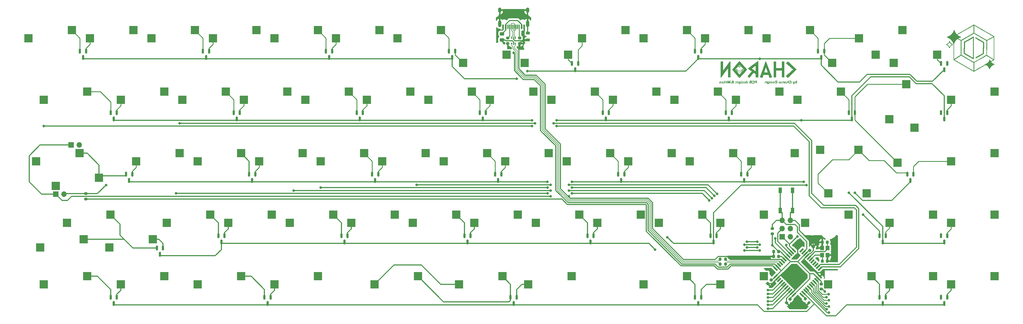
<source format=gbr>
%TF.GenerationSoftware,KiCad,Pcbnew,(5.99.0-11177-g6c67dfa032)*%
%TF.CreationDate,2021-09-16T00:40:46+03:00*%
%TF.ProjectId,Charon_32U4_Hotswap,43686172-6f6e-45f3-9332-55345f486f74,rev?*%
%TF.SameCoordinates,Original*%
%TF.FileFunction,Copper,L2,Bot*%
%TF.FilePolarity,Positive*%
%FSLAX46Y46*%
G04 Gerber Fmt 4.6, Leading zero omitted, Abs format (unit mm)*
G04 Created by KiCad (PCBNEW (5.99.0-11177-g6c67dfa032)) date 2021-09-16 00:40:46*
%MOMM*%
%LPD*%
G01*
G04 APERTURE LIST*
G04 Aperture macros list*
%AMRoundRect*
0 Rectangle with rounded corners*
0 $1 Rounding radius*
0 $2 $3 $4 $5 $6 $7 $8 $9 X,Y pos of 4 corners*
0 Add a 4 corners polygon primitive as box body*
4,1,4,$2,$3,$4,$5,$6,$7,$8,$9,$2,$3,0*
0 Add four circle primitives for the rounded corners*
1,1,$1+$1,$2,$3*
1,1,$1+$1,$4,$5*
1,1,$1+$1,$6,$7*
1,1,$1+$1,$8,$9*
0 Add four rect primitives between the rounded corners*
20,1,$1+$1,$2,$3,$4,$5,0*
20,1,$1+$1,$4,$5,$6,$7,0*
20,1,$1+$1,$6,$7,$8,$9,0*
20,1,$1+$1,$8,$9,$2,$3,0*%
%AMRotRect*
0 Rectangle, with rotation*
0 The origin of the aperture is its center*
0 $1 length*
0 $2 width*
0 $3 Rotation angle, in degrees counterclockwise*
0 Add horizontal line*
21,1,$1,$2,0,0,$3*%
G04 Aperture macros list end*
%TA.AperFunction,ComponentPad*%
%ADD10C,1.200000*%
%TD*%
%TA.AperFunction,SMDPad,CuDef*%
%ADD11R,2.550000X2.500000*%
%TD*%
%TA.AperFunction,SMDPad,CuDef*%
%ADD12R,0.600000X1.450000*%
%TD*%
%TA.AperFunction,SMDPad,CuDef*%
%ADD13R,0.300000X1.450000*%
%TD*%
%TA.AperFunction,ComponentPad*%
%ADD14O,1.000000X2.100000*%
%TD*%
%TA.AperFunction,ComponentPad*%
%ADD15O,1.000000X1.600000*%
%TD*%
%TA.AperFunction,SMDPad,CuDef*%
%ADD16RoundRect,0.150000X-0.150000X0.587500X-0.150000X-0.587500X0.150000X-0.587500X0.150000X0.587500X0*%
%TD*%
%TA.AperFunction,SMDPad,CuDef*%
%ADD17R,2.500000X2.550000*%
%TD*%
%TA.AperFunction,SMDPad,CuDef*%
%ADD18R,1.000000X1.700000*%
%TD*%
%TA.AperFunction,SMDPad,CuDef*%
%ADD19RoundRect,0.200000X-0.200000X-0.275000X0.200000X-0.275000X0.200000X0.275000X-0.200000X0.275000X0*%
%TD*%
%TA.AperFunction,SMDPad,CuDef*%
%ADD20RoundRect,0.225000X-0.250000X0.225000X-0.250000X-0.225000X0.250000X-0.225000X0.250000X0.225000X0*%
%TD*%
%TA.AperFunction,SMDPad,CuDef*%
%ADD21RotRect,1.500000X0.550000X315.000000*%
%TD*%
%TA.AperFunction,SMDPad,CuDef*%
%ADD22RotRect,1.500000X0.550000X225.000000*%
%TD*%
%TA.AperFunction,SMDPad,CuDef*%
%ADD23RoundRect,0.218750X-0.381250X0.218750X-0.381250X-0.218750X0.381250X-0.218750X0.381250X0.218750X0*%
%TD*%
%TA.AperFunction,SMDPad,CuDef*%
%ADD24RoundRect,0.200000X-0.275000X0.200000X-0.275000X-0.200000X0.275000X-0.200000X0.275000X0.200000X0*%
%TD*%
%TA.AperFunction,SMDPad,CuDef*%
%ADD25RoundRect,0.225000X0.225000X0.250000X-0.225000X0.250000X-0.225000X-0.250000X0.225000X-0.250000X0*%
%TD*%
%TA.AperFunction,SMDPad,CuDef*%
%ADD26RoundRect,0.243750X-0.456250X0.243750X-0.456250X-0.243750X0.456250X-0.243750X0.456250X0.243750X0*%
%TD*%
%TA.AperFunction,SMDPad,CuDef*%
%ADD27R,1.200000X1.400000*%
%TD*%
%TA.AperFunction,SMDPad,CuDef*%
%ADD28RoundRect,0.225000X0.017678X-0.335876X0.335876X-0.017678X-0.017678X0.335876X-0.335876X0.017678X0*%
%TD*%
%TA.AperFunction,SMDPad,CuDef*%
%ADD29RoundRect,0.200000X-0.335876X-0.053033X-0.053033X-0.335876X0.335876X0.053033X0.053033X0.335876X0*%
%TD*%
%TA.AperFunction,ComponentPad*%
%ADD30R,1.700000X1.700000*%
%TD*%
%TA.AperFunction,ComponentPad*%
%ADD31O,1.700000X1.700000*%
%TD*%
%TA.AperFunction,SMDPad,CuDef*%
%ADD32RoundRect,0.225000X-0.017678X0.335876X-0.335876X0.017678X0.017678X-0.335876X0.335876X-0.017678X0*%
%TD*%
%TA.AperFunction,SMDPad,CuDef*%
%ADD33RoundRect,0.200000X0.275000X-0.200000X0.275000X0.200000X-0.275000X0.200000X-0.275000X-0.200000X0*%
%TD*%
%TA.AperFunction,SMDPad,CuDef*%
%ADD34RoundRect,0.225000X-0.225000X-0.250000X0.225000X-0.250000X0.225000X0.250000X-0.225000X0.250000X0*%
%TD*%
%TA.AperFunction,SMDPad,CuDef*%
%ADD35R,0.375000X0.500000*%
%TD*%
%TA.AperFunction,SMDPad,CuDef*%
%ADD36R,0.300000X0.650000*%
%TD*%
%TA.AperFunction,ViaPad*%
%ADD37C,0.800000*%
%TD*%
%TA.AperFunction,Conductor*%
%ADD38C,0.350000*%
%TD*%
%TA.AperFunction,Conductor*%
%ADD39C,0.300000*%
%TD*%
%TA.AperFunction,Conductor*%
%ADD40C,0.250000*%
%TD*%
%TA.AperFunction,Conductor*%
%ADD41C,0.200000*%
%TD*%
G04 APERTURE END LIST*
%TO.C,G\u002A\u002A\u002A*%
G36*
X345420840Y-55365571D02*
G01*
X345424362Y-55366997D01*
X345430262Y-55369861D01*
X345438713Y-55374264D01*
X345449889Y-55380307D01*
X345463962Y-55388091D01*
X345481107Y-55397717D01*
X345501495Y-55409286D01*
X345525302Y-55422899D01*
X345552699Y-55438657D01*
X345583860Y-55456661D01*
X345618959Y-55477012D01*
X345658168Y-55499810D01*
X345701662Y-55525157D01*
X345749613Y-55553154D01*
X345802194Y-55583902D01*
X345859579Y-55617502D01*
X345921941Y-55654054D01*
X345989454Y-55693660D01*
X346062291Y-55736421D01*
X346140624Y-55782438D01*
X346224628Y-55831811D01*
X346314475Y-55884641D01*
X346410339Y-55941031D01*
X346512393Y-56001079D01*
X346620810Y-56064889D01*
X346735764Y-56132560D01*
X346817000Y-56180392D01*
X346943571Y-56254945D01*
X347063414Y-56325569D01*
X347176527Y-56392265D01*
X347282911Y-56455032D01*
X347382566Y-56513869D01*
X347475492Y-56568778D01*
X347561689Y-56619758D01*
X347641156Y-56666809D01*
X347713894Y-56709931D01*
X347779903Y-56749124D01*
X347839183Y-56784388D01*
X347891733Y-56815723D01*
X347937554Y-56843129D01*
X347976645Y-56866606D01*
X348009007Y-56886154D01*
X348034640Y-56901773D01*
X348053543Y-56913463D01*
X348065717Y-56921224D01*
X348071161Y-56925055D01*
X348073411Y-56927120D01*
X348091101Y-56947373D01*
X348106228Y-56973038D01*
X348120900Y-57002710D01*
X348122086Y-57113973D01*
X348122089Y-57114208D01*
X348122189Y-57131065D01*
X348122216Y-57154927D01*
X348122171Y-57185485D01*
X348122058Y-57222431D01*
X348121880Y-57265458D01*
X348121638Y-57314256D01*
X348121337Y-57368517D01*
X348120978Y-57427933D01*
X348120565Y-57492196D01*
X348120100Y-57560998D01*
X348119586Y-57634030D01*
X348119027Y-57710984D01*
X348118424Y-57791551D01*
X348117780Y-57875424D01*
X348117099Y-57962295D01*
X348116383Y-58051854D01*
X348115635Y-58143794D01*
X348114857Y-58237806D01*
X348114053Y-58333582D01*
X348113225Y-58430814D01*
X348112377Y-58529193D01*
X348111510Y-58628412D01*
X348110628Y-58728162D01*
X348109733Y-58828134D01*
X348108828Y-58928021D01*
X348107916Y-59027514D01*
X348107001Y-59126305D01*
X348106084Y-59224086D01*
X348105168Y-59320548D01*
X348104256Y-59415383D01*
X348103351Y-59508282D01*
X348102456Y-59598939D01*
X348101574Y-59687043D01*
X348100707Y-59772288D01*
X348099858Y-59854364D01*
X348099030Y-59932964D01*
X348098226Y-60007779D01*
X348097448Y-60078501D01*
X348096700Y-60144821D01*
X348095984Y-60206432D01*
X348095302Y-60263025D01*
X348094658Y-60314291D01*
X348094055Y-60359924D01*
X348093495Y-60399613D01*
X348092981Y-60433052D01*
X348092516Y-60459931D01*
X348092102Y-60479942D01*
X348091743Y-60492778D01*
X348091441Y-60498130D01*
X348084355Y-60525020D01*
X348069017Y-60557357D01*
X348047292Y-60585615D01*
X348019685Y-60609013D01*
X348018774Y-60609581D01*
X348011768Y-60613687D01*
X347998380Y-60621399D01*
X347978906Y-60632549D01*
X347953642Y-60646971D01*
X347922882Y-60664498D01*
X347886922Y-60684962D01*
X347846057Y-60708196D01*
X347800582Y-60734033D01*
X347750792Y-60762306D01*
X347696982Y-60792849D01*
X347639448Y-60825493D01*
X347578485Y-60860072D01*
X347514388Y-60896419D01*
X347447452Y-60934366D01*
X347377973Y-60973747D01*
X347306244Y-61014394D01*
X347232563Y-61056141D01*
X347157223Y-61098820D01*
X347080521Y-61142264D01*
X347002751Y-61186306D01*
X346924208Y-61230779D01*
X346845187Y-61275516D01*
X346765985Y-61320350D01*
X346686895Y-61365113D01*
X346608214Y-61409639D01*
X346530236Y-61453760D01*
X346453256Y-61497310D01*
X346377570Y-61540121D01*
X346303473Y-61582026D01*
X346231260Y-61622859D01*
X346161226Y-61662451D01*
X346093666Y-61700636D01*
X346028876Y-61737247D01*
X345967151Y-61772117D01*
X345908786Y-61805079D01*
X345854076Y-61835964D01*
X345803316Y-61864608D01*
X345756802Y-61890841D01*
X345714828Y-61914498D01*
X345677690Y-61935411D01*
X345645683Y-61953414D01*
X345619102Y-61968338D01*
X345598243Y-61980017D01*
X345583400Y-61988283D01*
X345574869Y-61992971D01*
X345561362Y-62000212D01*
X345544267Y-62009269D01*
X345530585Y-62016388D01*
X345521461Y-62020975D01*
X345518040Y-62022437D01*
X345518067Y-62020452D01*
X345518551Y-62011735D01*
X345519492Y-61997065D01*
X345520820Y-61977516D01*
X345522464Y-61954161D01*
X345524350Y-61928073D01*
X345525379Y-61913849D01*
X345527804Y-61879411D01*
X345530436Y-61840981D01*
X345533102Y-61801126D01*
X345535630Y-61762414D01*
X345537847Y-61727413D01*
X345538021Y-61724621D01*
X345539763Y-61696858D01*
X345541359Y-61671892D01*
X345542744Y-61650721D01*
X345543852Y-61634338D01*
X345544616Y-61623742D01*
X345544971Y-61619928D01*
X345545109Y-61619848D01*
X345549788Y-61617197D01*
X345560882Y-61610917D01*
X345578085Y-61601182D01*
X345601090Y-61588166D01*
X345629589Y-61572043D01*
X345663277Y-61552986D01*
X345701846Y-61531168D01*
X345744988Y-61506763D01*
X345792398Y-61479946D01*
X345843769Y-61450888D01*
X345898792Y-61419765D01*
X345957162Y-61386750D01*
X346018572Y-61352015D01*
X346082714Y-61315735D01*
X346149281Y-61278084D01*
X346217968Y-61239235D01*
X346288466Y-61199361D01*
X346360469Y-61158636D01*
X346433670Y-61117235D01*
X346507762Y-61075329D01*
X346582438Y-61033093D01*
X346657391Y-60990701D01*
X346732314Y-60948326D01*
X346806901Y-60906142D01*
X346880844Y-60864322D01*
X346953837Y-60823040D01*
X347025571Y-60782469D01*
X347095742Y-60742784D01*
X347164041Y-60704157D01*
X347230162Y-60666762D01*
X347293798Y-60630773D01*
X347354641Y-60596364D01*
X347412386Y-60563708D01*
X347466724Y-60532978D01*
X347517350Y-60504348D01*
X347563956Y-60477993D01*
X347606235Y-60454084D01*
X347643880Y-60432797D01*
X347676585Y-60414304D01*
X347704042Y-60398780D01*
X347725944Y-60386397D01*
X347741986Y-60377329D01*
X347751859Y-60371751D01*
X347755256Y-60369835D01*
X347755296Y-60368303D01*
X347755412Y-60359678D01*
X347755590Y-60343677D01*
X347755829Y-60320559D01*
X347756126Y-60290578D01*
X347756479Y-60253992D01*
X347756886Y-60211058D01*
X347757343Y-60162031D01*
X347757850Y-60107169D01*
X347758403Y-60046728D01*
X347759000Y-59980965D01*
X347759639Y-59910135D01*
X347760318Y-59834497D01*
X347761035Y-59754306D01*
X347761786Y-59669819D01*
X347762570Y-59581292D01*
X347763384Y-59488983D01*
X347764227Y-59393147D01*
X347765095Y-59294041D01*
X347765987Y-59191922D01*
X347766901Y-59087047D01*
X347767833Y-58979671D01*
X347768781Y-58870052D01*
X347769744Y-58758446D01*
X347770491Y-58671546D01*
X347771636Y-58537452D01*
X347772707Y-58410852D01*
X347773705Y-58291563D01*
X347774631Y-58179401D01*
X347775486Y-58074182D01*
X347776271Y-57975723D01*
X347776987Y-57883839D01*
X347777635Y-57798347D01*
X347778216Y-57719064D01*
X347778731Y-57645804D01*
X347779182Y-57578385D01*
X347779569Y-57516623D01*
X347779893Y-57460333D01*
X347780156Y-57409333D01*
X347780358Y-57363438D01*
X347780500Y-57322464D01*
X347780584Y-57286229D01*
X347780610Y-57254547D01*
X347780580Y-57227235D01*
X347780495Y-57204110D01*
X347780355Y-57184987D01*
X347780162Y-57169683D01*
X347779916Y-57158014D01*
X347779619Y-57149796D01*
X347779272Y-57144846D01*
X347778876Y-57142979D01*
X347775480Y-57140857D01*
X347765607Y-57134921D01*
X347749532Y-57125337D01*
X347727519Y-57112262D01*
X347699830Y-57095850D01*
X347666729Y-57076257D01*
X347628480Y-57053638D01*
X347585345Y-57028150D01*
X347537588Y-56999946D01*
X347485472Y-56969184D01*
X347429261Y-56936017D01*
X347369218Y-56900602D01*
X347305606Y-56863094D01*
X347238689Y-56823647D01*
X347168730Y-56782419D01*
X347095992Y-56739564D01*
X347020738Y-56695237D01*
X346943233Y-56649594D01*
X346863739Y-56602791D01*
X346782520Y-56554982D01*
X346733822Y-56526320D01*
X346650868Y-56477494D01*
X346568786Y-56429182D01*
X346487900Y-56381574D01*
X346408537Y-56334860D01*
X346331019Y-56289233D01*
X346255673Y-56244884D01*
X346182822Y-56202002D01*
X346112790Y-56160781D01*
X346045904Y-56121409D01*
X345982487Y-56084080D01*
X345922864Y-56048983D01*
X345867360Y-56016310D01*
X345816299Y-55986252D01*
X345770006Y-55959000D01*
X345728805Y-55934745D01*
X345693022Y-55913679D01*
X345662980Y-55895992D01*
X345639005Y-55881875D01*
X345621422Y-55871520D01*
X345451932Y-55771693D01*
X345449217Y-55748426D01*
X345448951Y-55746009D01*
X345447726Y-55733162D01*
X345446129Y-55714534D01*
X345444285Y-55691674D01*
X345442320Y-55666127D01*
X345440359Y-55639440D01*
X345438042Y-55608149D01*
X345435216Y-55571673D01*
X345432146Y-55533367D01*
X345429073Y-55496215D01*
X345426235Y-55463202D01*
X345424947Y-55448305D01*
X345422910Y-55423380D01*
X345421266Y-55401449D01*
X345420096Y-55383702D01*
X345419482Y-55371332D01*
X345419508Y-55365529D01*
X345419523Y-55365482D01*
X345420840Y-55365571D01*
G37*
G36*
X344865539Y-62187498D02*
G01*
X344841413Y-62199165D01*
X344815931Y-62211228D01*
X344795502Y-62220170D01*
X344779011Y-62226114D01*
X344765343Y-62229182D01*
X344753381Y-62229497D01*
X344742009Y-62227182D01*
X344730112Y-62222360D01*
X344716575Y-62215153D01*
X344700280Y-62205685D01*
X344699744Y-62205370D01*
X344692631Y-62201191D01*
X344679131Y-62193249D01*
X344659522Y-62181708D01*
X344634087Y-62166734D01*
X344603104Y-62148492D01*
X344566855Y-62127147D01*
X344525619Y-62102864D01*
X344479677Y-62075809D01*
X344429310Y-62046146D01*
X344374796Y-62014041D01*
X344316418Y-61979659D01*
X344254454Y-61943164D01*
X344189186Y-61904722D01*
X344120894Y-61864499D01*
X344049858Y-61822658D01*
X343976357Y-61779366D01*
X343900674Y-61734787D01*
X343823087Y-61689087D01*
X343743878Y-61642430D01*
X343663326Y-61594982D01*
X343581712Y-61546907D01*
X343499316Y-61498372D01*
X343416418Y-61449541D01*
X343333299Y-61400579D01*
X343250239Y-61351651D01*
X343167518Y-61302923D01*
X343085417Y-61254559D01*
X343004216Y-61206725D01*
X342924195Y-61159585D01*
X342845634Y-61113305D01*
X342768815Y-61068051D01*
X342694016Y-61023986D01*
X342621519Y-60981277D01*
X342551604Y-60940088D01*
X342484550Y-60900584D01*
X342420639Y-60862931D01*
X342360151Y-60827294D01*
X342303365Y-60793837D01*
X342250563Y-60762726D01*
X342202024Y-60734126D01*
X342158029Y-60708203D01*
X342118859Y-60685120D01*
X342084792Y-60665044D01*
X342056111Y-60648139D01*
X342033094Y-60634571D01*
X342016023Y-60624505D01*
X342000659Y-60615409D01*
X341963046Y-60592777D01*
X341932288Y-60573668D01*
X341908335Y-60558048D01*
X341891133Y-60545885D01*
X341880630Y-60537144D01*
X341878340Y-60534838D01*
X341858987Y-60510211D01*
X341843748Y-60481392D01*
X341834199Y-60451298D01*
X341833624Y-60446438D01*
X341833133Y-60437604D01*
X341832731Y-60424553D01*
X341832417Y-60407029D01*
X341832193Y-60384778D01*
X341832058Y-60357544D01*
X341832014Y-60325071D01*
X341832036Y-60306631D01*
X342173177Y-60306631D01*
X342173221Y-60318077D01*
X342173331Y-60322047D01*
X342173698Y-60322274D01*
X342179197Y-60325548D01*
X342191103Y-60332594D01*
X342209183Y-60343273D01*
X342233202Y-60357447D01*
X342262925Y-60374979D01*
X342298118Y-60395730D01*
X342338546Y-60419561D01*
X342383975Y-60446335D01*
X342434171Y-60475914D01*
X342488898Y-60508159D01*
X342547923Y-60542933D01*
X342611010Y-60580096D01*
X342677926Y-60619512D01*
X342748435Y-60661041D01*
X342822303Y-60704546D01*
X342899296Y-60749888D01*
X342979180Y-60796929D01*
X343061718Y-60845532D01*
X343146678Y-60895557D01*
X343233825Y-60946868D01*
X343322924Y-60999325D01*
X343413740Y-61052790D01*
X343442403Y-61069664D01*
X343532696Y-61122817D01*
X343621196Y-61174909D01*
X343707668Y-61225805D01*
X343791879Y-61275364D01*
X343873594Y-61323451D01*
X343952579Y-61369926D01*
X344028598Y-61414652D01*
X344101419Y-61457492D01*
X344170806Y-61498307D01*
X344236525Y-61536960D01*
X344298342Y-61573313D01*
X344356021Y-61607228D01*
X344409330Y-61638566D01*
X344458034Y-61667192D01*
X344501897Y-61692965D01*
X344540687Y-61715750D01*
X344574167Y-61735407D01*
X344602105Y-61751799D01*
X344624265Y-61764788D01*
X344640414Y-61774237D01*
X344650316Y-61780008D01*
X344653738Y-61781962D01*
X344653769Y-61781209D01*
X344653840Y-61773972D01*
X344653909Y-61759212D01*
X344653978Y-61737114D01*
X344654045Y-61707867D01*
X344654112Y-61671657D01*
X344654176Y-61628671D01*
X344654240Y-61579096D01*
X344654302Y-61523118D01*
X344654363Y-61460924D01*
X344654422Y-61392701D01*
X344654479Y-61318637D01*
X344654535Y-61238917D01*
X344654588Y-61153729D01*
X344654640Y-61063259D01*
X344654690Y-60967695D01*
X344654737Y-60867223D01*
X344654783Y-60762030D01*
X344654826Y-60652302D01*
X344654866Y-60538228D01*
X344654905Y-60419992D01*
X344654940Y-60297783D01*
X344654973Y-60171788D01*
X344655003Y-60042192D01*
X344655031Y-59909183D01*
X344655055Y-59772948D01*
X344655077Y-59633673D01*
X344655095Y-59491545D01*
X344655111Y-59346752D01*
X344655123Y-59199479D01*
X344655131Y-59049915D01*
X344655137Y-58898245D01*
X344655138Y-58744656D01*
X344655138Y-55707351D01*
X344646372Y-55712002D01*
X344644454Y-55713072D01*
X344636081Y-55717788D01*
X344621334Y-55726111D01*
X344600460Y-55737903D01*
X344573704Y-55753024D01*
X344541312Y-55771336D01*
X344503529Y-55792699D01*
X344460602Y-55816975D01*
X344412776Y-55844024D01*
X344360296Y-55873708D01*
X344303409Y-55905887D01*
X344242360Y-55940422D01*
X344177395Y-55977176D01*
X344108760Y-56016007D01*
X344036700Y-56056779D01*
X343961461Y-56099350D01*
X343883288Y-56143583D01*
X343802428Y-56189339D01*
X343719126Y-56236479D01*
X343633628Y-56284862D01*
X343546179Y-56334352D01*
X343457025Y-56384808D01*
X343402877Y-56415453D01*
X343314307Y-56465578D01*
X343227444Y-56514736D01*
X343142541Y-56562782D01*
X343059853Y-56609574D01*
X342979633Y-56654967D01*
X342902136Y-56698819D01*
X342827614Y-56740986D01*
X342756321Y-56781323D01*
X342688511Y-56819689D01*
X342624439Y-56855938D01*
X342564357Y-56889928D01*
X342508519Y-56921515D01*
X342457179Y-56950556D01*
X342410591Y-56976906D01*
X342369009Y-57000423D01*
X342332686Y-57020962D01*
X342301876Y-57038381D01*
X342276833Y-57052535D01*
X342257810Y-57063282D01*
X342245061Y-57070477D01*
X342238841Y-57073978D01*
X342201236Y-57094993D01*
X342199039Y-57142581D01*
X342198844Y-57149712D01*
X342198589Y-57164334D01*
X342198283Y-57185979D01*
X342197929Y-57214333D01*
X342197529Y-57249080D01*
X342197086Y-57289905D01*
X342196602Y-57336493D01*
X342196080Y-57388529D01*
X342195522Y-57445697D01*
X342194932Y-57507682D01*
X342194311Y-57574169D01*
X342193662Y-57644843D01*
X342192988Y-57719388D01*
X342192291Y-57797489D01*
X342191574Y-57878831D01*
X342190839Y-57963099D01*
X342190088Y-58049978D01*
X342189326Y-58139151D01*
X342188553Y-58230305D01*
X342187772Y-58323123D01*
X342186987Y-58417291D01*
X342186199Y-58512493D01*
X342185412Y-58608415D01*
X342184627Y-58704740D01*
X342183847Y-58801153D01*
X342183075Y-58897341D01*
X342182314Y-58992986D01*
X342181565Y-59087774D01*
X342180832Y-59181389D01*
X342180117Y-59273518D01*
X342179422Y-59363843D01*
X342178750Y-59452050D01*
X342178104Y-59537824D01*
X342177486Y-59620849D01*
X342176899Y-59700811D01*
X342176345Y-59777394D01*
X342175827Y-59850282D01*
X342175347Y-59919161D01*
X342174908Y-59983715D01*
X342174513Y-60043630D01*
X342174164Y-60098589D01*
X342173863Y-60148277D01*
X342173613Y-60192380D01*
X342173417Y-60230582D01*
X342173277Y-60262568D01*
X342173196Y-60288023D01*
X342173177Y-60306631D01*
X341832036Y-60306631D01*
X341832060Y-60287104D01*
X341832198Y-60243389D01*
X341832428Y-60193669D01*
X341832751Y-60137689D01*
X341833167Y-60075193D01*
X341833677Y-60005927D01*
X341834282Y-59929636D01*
X341834981Y-59846062D01*
X341835776Y-59754953D01*
X341835968Y-59733224D01*
X341836586Y-59662740D01*
X341837255Y-59585373D01*
X341837971Y-59501804D01*
X341838727Y-59412717D01*
X341839518Y-59318794D01*
X341840338Y-59220717D01*
X341841182Y-59119169D01*
X341842044Y-59014833D01*
X341842919Y-58908391D01*
X341843800Y-58800525D01*
X341844683Y-58691919D01*
X341845561Y-58583254D01*
X341846430Y-58475213D01*
X341847283Y-58368478D01*
X341848114Y-58263733D01*
X341848919Y-58161660D01*
X341849692Y-58062940D01*
X341850165Y-58002923D01*
X341850880Y-57914917D01*
X341851603Y-57828860D01*
X341852332Y-57745096D01*
X341853061Y-57663968D01*
X341853788Y-57585821D01*
X341854508Y-57510998D01*
X341855218Y-57439842D01*
X341855914Y-57372698D01*
X341856592Y-57309909D01*
X341857249Y-57251820D01*
X341857881Y-57198772D01*
X341858485Y-57151111D01*
X341859055Y-57109180D01*
X341859589Y-57073323D01*
X341860083Y-57043884D01*
X341860534Y-57021205D01*
X341860936Y-57005632D01*
X341861288Y-56997507D01*
X341861868Y-56990025D01*
X341863645Y-56970781D01*
X341865734Y-56956430D01*
X341868639Y-56944776D01*
X341872864Y-56933622D01*
X341878915Y-56920773D01*
X341881075Y-56916482D01*
X341886774Y-56906153D01*
X341893092Y-56896648D01*
X341900652Y-56887509D01*
X341910074Y-56878280D01*
X341921981Y-56868505D01*
X341936994Y-56857726D01*
X341955734Y-56845488D01*
X341978824Y-56831335D01*
X342006884Y-56814808D01*
X342040537Y-56795453D01*
X342080403Y-56772813D01*
X342089585Y-56767618D01*
X342108487Y-56756921D01*
X342133699Y-56742655D01*
X342164942Y-56724976D01*
X342201935Y-56704043D01*
X342244399Y-56680015D01*
X342292053Y-56653050D01*
X342344618Y-56623305D01*
X342401815Y-56590940D01*
X342463363Y-56556113D01*
X342528983Y-56518982D01*
X342598394Y-56479706D01*
X342671317Y-56438442D01*
X342747473Y-56395349D01*
X342826580Y-56350586D01*
X342908360Y-56304311D01*
X342992533Y-56256682D01*
X343078818Y-56207857D01*
X343166937Y-56157996D01*
X343256608Y-56107255D01*
X343347553Y-56055794D01*
X343439492Y-56003771D01*
X343526925Y-55954292D01*
X343615657Y-55904068D01*
X343702439Y-55854937D01*
X343787030Y-55807036D01*
X343869189Y-55760503D01*
X343948673Y-55715474D01*
X344025241Y-55672086D01*
X344098652Y-55630478D01*
X344168663Y-55590785D01*
X344235033Y-55553145D01*
X344297520Y-55517695D01*
X344355882Y-55484573D01*
X344409878Y-55453915D01*
X344459267Y-55425859D01*
X344503805Y-55400542D01*
X344543253Y-55378100D01*
X344577367Y-55358671D01*
X344605907Y-55342393D01*
X344628631Y-55329401D01*
X344645296Y-55319835D01*
X344655662Y-55313829D01*
X344659486Y-55311523D01*
X344660151Y-55310995D01*
X344667204Y-55306580D01*
X344679397Y-55299780D01*
X344695394Y-55291267D01*
X344713859Y-55281711D01*
X344733457Y-55271784D01*
X344752851Y-55262156D01*
X344770707Y-55253500D01*
X344785689Y-55246485D01*
X344796460Y-55241785D01*
X344801684Y-55240069D01*
X344802099Y-55240105D01*
X344808542Y-55241763D01*
X344820900Y-55245597D01*
X344837962Y-55251210D01*
X344858516Y-55258205D01*
X344881348Y-55266184D01*
X344955158Y-55292299D01*
X344954182Y-58718680D01*
X344954175Y-58744656D01*
X344953206Y-62145060D01*
X344865539Y-62187498D01*
G37*
G36*
X338496500Y-57720572D02*
G01*
X338487457Y-57743907D01*
X338472811Y-57764153D01*
X338453096Y-57780113D01*
X338428846Y-57790584D01*
X338417730Y-57793987D01*
X338397125Y-57801120D01*
X338372400Y-57810333D01*
X338345291Y-57820932D01*
X338317529Y-57832219D01*
X338290849Y-57843501D01*
X338266984Y-57854082D01*
X338247668Y-57863265D01*
X338192524Y-57892400D01*
X338134663Y-57925895D01*
X338077948Y-57961540D01*
X338024518Y-57997990D01*
X337976511Y-58033900D01*
X337958339Y-58049029D01*
X337934877Y-58070012D01*
X337908666Y-58094594D01*
X337880910Y-58121565D01*
X337852813Y-58149716D01*
X337825582Y-58177840D01*
X337800419Y-58204728D01*
X337778530Y-58229172D01*
X337761120Y-58249963D01*
X337758800Y-58252887D01*
X337696218Y-58338195D01*
X337639649Y-58428307D01*
X337589418Y-58522704D01*
X337573510Y-58556224D01*
X337556358Y-58595166D01*
X337540957Y-58633934D01*
X337526279Y-58675145D01*
X337511293Y-58721416D01*
X337508115Y-58731537D01*
X337501397Y-58752483D01*
X337495228Y-58771152D01*
X337490184Y-58785819D01*
X337486839Y-58794759D01*
X337483395Y-58801351D01*
X337472419Y-58815654D01*
X337458025Y-58829536D01*
X337442588Y-58840851D01*
X337428483Y-58847457D01*
X337416281Y-58850031D01*
X337389616Y-58850222D01*
X337363898Y-58843421D01*
X337340565Y-58830118D01*
X337321051Y-58810804D01*
X337316596Y-58804918D01*
X337310031Y-58795452D01*
X337304193Y-58785514D01*
X337298583Y-58773941D01*
X337292703Y-58759569D01*
X337286054Y-58741232D01*
X337278138Y-58717768D01*
X337268455Y-58688011D01*
X337261617Y-58667252D01*
X337252567Y-58640852D01*
X337243560Y-58615606D01*
X337235349Y-58593612D01*
X337228684Y-58576967D01*
X337190601Y-58495141D01*
X337142205Y-58407206D01*
X337087391Y-58321901D01*
X337026872Y-58240416D01*
X337019105Y-58230961D01*
X336999979Y-58209118D01*
X336976989Y-58184250D01*
X336951411Y-58157635D01*
X336924523Y-58130550D01*
X336897602Y-58104270D01*
X336871926Y-58080073D01*
X336848770Y-58059236D01*
X336829414Y-58043034D01*
X336746237Y-57981768D01*
X336655953Y-57924589D01*
X336562224Y-57874389D01*
X336465109Y-57831201D01*
X336451746Y-57825729D01*
X336431360Y-57816977D01*
X336413596Y-57808872D01*
X336400007Y-57802130D01*
X336392140Y-57797468D01*
X336376596Y-57782237D01*
X336364412Y-57761468D01*
X336357875Y-57738312D01*
X336357152Y-57720955D01*
X336709924Y-57720955D01*
X336742394Y-57739548D01*
X336804346Y-57777248D01*
X336888664Y-57836006D01*
X336969742Y-57901287D01*
X337047047Y-57972559D01*
X337120051Y-58049291D01*
X337188223Y-58130950D01*
X337251033Y-58217005D01*
X337307950Y-58306924D01*
X337312524Y-58314867D01*
X337322001Y-58331958D01*
X337332637Y-58351751D01*
X337343824Y-58373052D01*
X337354956Y-58394665D01*
X337365425Y-58415395D01*
X337374624Y-58434047D01*
X337381947Y-58449425D01*
X337386785Y-58460335D01*
X337388533Y-58465580D01*
X337388629Y-58466562D01*
X337392206Y-58471914D01*
X337393308Y-58471447D01*
X337397639Y-58465798D01*
X337404276Y-58454841D01*
X337412542Y-58439728D01*
X337421760Y-58421612D01*
X337435264Y-58394796D01*
X337488603Y-58299039D01*
X337547849Y-58207241D01*
X337612607Y-58119820D01*
X337682484Y-58037191D01*
X337757084Y-57959771D01*
X337836016Y-57887976D01*
X337918884Y-57822221D01*
X338005294Y-57762924D01*
X338094854Y-57710500D01*
X338132958Y-57690046D01*
X338100500Y-57671435D01*
X338046270Y-57638626D01*
X337961772Y-57580369D01*
X337880610Y-57515514D01*
X337803201Y-57444509D01*
X337729963Y-57367801D01*
X337661312Y-57285837D01*
X337597664Y-57199065D01*
X337539437Y-57107932D01*
X337487048Y-57012887D01*
X337476702Y-56992685D01*
X337467547Y-56975021D01*
X337460197Y-56961063D01*
X337455222Y-56951894D01*
X337453192Y-56948598D01*
X337451646Y-56950988D01*
X337447031Y-56959287D01*
X337439958Y-56972461D01*
X337431024Y-56989400D01*
X337420825Y-57008990D01*
X337415789Y-57018647D01*
X337360976Y-57115300D01*
X337300536Y-57207564D01*
X337234819Y-57295080D01*
X337164171Y-57377490D01*
X337088941Y-57454436D01*
X337009477Y-57525560D01*
X336926127Y-57590502D01*
X336839239Y-57648905D01*
X336749162Y-57700411D01*
X336709924Y-57720955D01*
X336357152Y-57720955D01*
X336356869Y-57714172D01*
X336361274Y-57690450D01*
X336370972Y-57668549D01*
X336385844Y-57649871D01*
X336405774Y-57635818D01*
X336412203Y-57632433D01*
X336424040Y-57625476D01*
X336432288Y-57619692D01*
X336437590Y-57616503D01*
X336449166Y-57610826D01*
X336465471Y-57603460D01*
X336485180Y-57595001D01*
X336506967Y-57586046D01*
X336535021Y-57574449D01*
X336632168Y-57529168D01*
X336724463Y-57477931D01*
X336811765Y-57420853D01*
X336893931Y-57358048D01*
X336970820Y-57289630D01*
X337042290Y-57215715D01*
X337108199Y-57136417D01*
X337168405Y-57051850D01*
X337172290Y-57045923D01*
X337205332Y-56993758D01*
X337234228Y-56944406D01*
X337259811Y-56896107D01*
X337282919Y-56847102D01*
X337304385Y-56795632D01*
X337325045Y-56739936D01*
X337345734Y-56678255D01*
X337349246Y-56667415D01*
X337358701Y-56639527D01*
X337367021Y-56617763D01*
X337374835Y-56601064D01*
X337382771Y-56588369D01*
X337391457Y-56578616D01*
X337401522Y-56570747D01*
X337413593Y-56563700D01*
X337413788Y-56563598D01*
X337432415Y-56557349D01*
X337454428Y-56555116D01*
X337476553Y-56556932D01*
X337495514Y-56562833D01*
X337506750Y-56569452D01*
X337524635Y-56585119D01*
X337539052Y-56604293D01*
X337548675Y-56625040D01*
X337552178Y-56645426D01*
X337552953Y-56650648D01*
X337556093Y-56662970D01*
X337561244Y-56680336D01*
X337567973Y-56701474D01*
X337575847Y-56725114D01*
X337584434Y-56749987D01*
X337593300Y-56774822D01*
X337602014Y-56798349D01*
X337610141Y-56819298D01*
X337617250Y-56836398D01*
X337658105Y-56922121D01*
X337709914Y-57014213D01*
X337767959Y-57102090D01*
X337831789Y-57185019D01*
X337853026Y-57209499D01*
X337878411Y-57236960D01*
X337906383Y-57265842D01*
X337935438Y-57294653D01*
X337964072Y-57321903D01*
X337990783Y-57346101D01*
X338014066Y-57365756D01*
X338046687Y-57391113D01*
X338129932Y-57449465D01*
X338217748Y-57502601D01*
X338308652Y-57549662D01*
X338401159Y-57589791D01*
X338422990Y-57598687D01*
X338444657Y-57608786D01*
X338460961Y-57618472D01*
X338473115Y-57628620D01*
X338482330Y-57640105D01*
X338489818Y-57653800D01*
X338495631Y-57669443D01*
X338498631Y-57690046D01*
X338499403Y-57695351D01*
X338496500Y-57720572D01*
G37*
G36*
X351314032Y-55606397D02*
G01*
X351313854Y-55646160D01*
X351313674Y-55689099D01*
X351313491Y-55735336D01*
X351313307Y-55784991D01*
X351313119Y-55838187D01*
X351312929Y-55895045D01*
X351312735Y-55955686D01*
X351312537Y-56020233D01*
X351312335Y-56088805D01*
X351312129Y-56161526D01*
X351311917Y-56238516D01*
X351311701Y-56319897D01*
X351311479Y-56405790D01*
X351311251Y-56496318D01*
X351311017Y-56591600D01*
X351310776Y-56691760D01*
X351310528Y-56796917D01*
X351310273Y-56907195D01*
X351310011Y-57022714D01*
X351309740Y-57143596D01*
X351309461Y-57269962D01*
X351309174Y-57401934D01*
X351308877Y-57539633D01*
X351308571Y-57683181D01*
X351308255Y-57832699D01*
X351307929Y-57988309D01*
X351307593Y-58150132D01*
X351307246Y-58318289D01*
X351306888Y-58492904D01*
X351306518Y-58674095D01*
X351306137Y-58861986D01*
X351305743Y-59056698D01*
X351305337Y-59258352D01*
X351304918Y-59467069D01*
X351304486Y-59682972D01*
X351304040Y-59906181D01*
X351303581Y-60136818D01*
X351303107Y-60375005D01*
X351302618Y-60620863D01*
X351302532Y-60664510D01*
X351302252Y-60804561D01*
X351301984Y-60937093D01*
X351301727Y-61062313D01*
X351301480Y-61180431D01*
X351301242Y-61291657D01*
X351301011Y-61396201D01*
X351300786Y-61494270D01*
X351300566Y-61586075D01*
X351300349Y-61671825D01*
X351300136Y-61751730D01*
X351299924Y-61825997D01*
X351299712Y-61894838D01*
X351299499Y-61958461D01*
X351299284Y-62017076D01*
X351299066Y-62070891D01*
X351298843Y-62120117D01*
X351298615Y-62164962D01*
X351298379Y-62205636D01*
X351298136Y-62242348D01*
X351297883Y-62275307D01*
X351297620Y-62304723D01*
X351297345Y-62330806D01*
X351297057Y-62353763D01*
X351296756Y-62373806D01*
X351296439Y-62391142D01*
X351296105Y-62405982D01*
X351295755Y-62418535D01*
X351295385Y-62429009D01*
X351295226Y-62432518D01*
X351294995Y-62437615D01*
X351294585Y-62444561D01*
X351294152Y-62450058D01*
X351293695Y-62454314D01*
X351293214Y-62457538D01*
X351292707Y-62459940D01*
X351292172Y-62461729D01*
X351282429Y-62480564D01*
X351267301Y-62498744D01*
X351267027Y-62499007D01*
X351262183Y-62502887D01*
X351253823Y-62508677D01*
X351241696Y-62516525D01*
X351225549Y-62526579D01*
X351205133Y-62538987D01*
X351180194Y-62553897D01*
X351150482Y-62571457D01*
X351115746Y-62591815D01*
X351075734Y-62615119D01*
X351030194Y-62641517D01*
X350978875Y-62671156D01*
X350921527Y-62704186D01*
X350857897Y-62740753D01*
X350787734Y-62781006D01*
X350756663Y-62798822D01*
X350702242Y-62830048D01*
X350649863Y-62860125D01*
X350599922Y-62888827D01*
X350552810Y-62915927D01*
X350508921Y-62941198D01*
X350468648Y-62964413D01*
X350432386Y-62985345D01*
X350400526Y-63003767D01*
X350373463Y-63019453D01*
X350351589Y-63032175D01*
X350335298Y-63041706D01*
X350324984Y-63047819D01*
X350321039Y-63050288D01*
X350319869Y-63051913D01*
X350320041Y-63056112D01*
X350323553Y-63062954D01*
X350331012Y-63073504D01*
X350343025Y-63088826D01*
X350380335Y-63133778D01*
X350457969Y-63218752D01*
X350541325Y-63299557D01*
X350629449Y-63375347D01*
X350721386Y-63445274D01*
X350816181Y-63508491D01*
X350842533Y-63524670D01*
X350906056Y-63561926D01*
X350968375Y-63595769D01*
X351031278Y-63627063D01*
X351096554Y-63656675D01*
X351165990Y-63685471D01*
X351241377Y-63714316D01*
X351249036Y-63717176D01*
X351274627Y-63727428D01*
X351294180Y-63736736D01*
X351308917Y-63745826D01*
X351320056Y-63755420D01*
X351328818Y-63766245D01*
X351333021Y-63772805D01*
X351345138Y-63799920D01*
X351350008Y-63827950D01*
X351347683Y-63855828D01*
X351338219Y-63882484D01*
X351321670Y-63906848D01*
X351319826Y-63908895D01*
X351302748Y-63923506D01*
X351281558Y-63934211D01*
X351254566Y-63941891D01*
X351243568Y-63944742D01*
X351225192Y-63950416D01*
X351201827Y-63958250D01*
X351174664Y-63967823D01*
X351144893Y-63978716D01*
X351113705Y-63990507D01*
X351082291Y-64002775D01*
X351059608Y-64012109D01*
X351016603Y-64031176D01*
X350969905Y-64053355D01*
X350921211Y-64077787D01*
X350872218Y-64103610D01*
X350824625Y-64129963D01*
X350780127Y-64155986D01*
X350766262Y-64164427D01*
X350663082Y-64232298D01*
X350565203Y-64305834D01*
X350472756Y-64384891D01*
X350385872Y-64469323D01*
X350304684Y-64558988D01*
X350229324Y-64653740D01*
X350159923Y-64753435D01*
X350096614Y-64857928D01*
X350039528Y-64967075D01*
X350027489Y-64992552D01*
X349997501Y-65061663D01*
X349968633Y-65136663D01*
X349940512Y-65218501D01*
X349935094Y-65234691D01*
X349925205Y-65261097D01*
X349915524Y-65281615D01*
X349905217Y-65297412D01*
X349893452Y-65309655D01*
X349879394Y-65319512D01*
X349862211Y-65328148D01*
X349855348Y-65330779D01*
X349832169Y-65335582D01*
X349807374Y-65335876D01*
X349784608Y-65331504D01*
X349771811Y-65326488D01*
X349753829Y-65315794D01*
X349736625Y-65300381D01*
X349718537Y-65278926D01*
X349713204Y-65271832D01*
X349706212Y-65261708D01*
X349700245Y-65251439D01*
X349694637Y-65239564D01*
X349688723Y-65224624D01*
X349681838Y-65205159D01*
X349673316Y-65179710D01*
X349666928Y-65160568D01*
X349649452Y-65110415D01*
X349632311Y-65064905D01*
X349614609Y-65021822D01*
X349595449Y-64978949D01*
X349573934Y-64934071D01*
X349559211Y-64904816D01*
X349503323Y-64803606D01*
X349442190Y-64707623D01*
X349375245Y-64616076D01*
X349301921Y-64528174D01*
X349221649Y-64443126D01*
X349215281Y-64436791D01*
X349138757Y-64365112D01*
X349058829Y-64298416D01*
X348974677Y-64236128D01*
X348885484Y-64177675D01*
X348790428Y-64122483D01*
X348688691Y-64069978D01*
X348676002Y-64063815D01*
X348653120Y-64052894D01*
X348635841Y-64045025D01*
X348623259Y-64039854D01*
X348614470Y-64037024D01*
X348608569Y-64036181D01*
X348604650Y-64036968D01*
X348602285Y-64038283D01*
X348593380Y-64043344D01*
X348578070Y-64052091D01*
X348556550Y-64064410D01*
X348529019Y-64080187D01*
X348495674Y-64099308D01*
X348456712Y-64121661D01*
X348412331Y-64147131D01*
X348362729Y-64175607D01*
X348308102Y-64206973D01*
X348248648Y-64241117D01*
X348184564Y-64277925D01*
X348116048Y-64317284D01*
X348043298Y-64359080D01*
X347966510Y-64403201D01*
X347885882Y-64449532D01*
X347801612Y-64497960D01*
X347713897Y-64548372D01*
X347622934Y-64600654D01*
X347528920Y-64654693D01*
X347432054Y-64710375D01*
X347332532Y-64767588D01*
X347230553Y-64826217D01*
X347126312Y-64886150D01*
X347020009Y-64947272D01*
X346911839Y-65009471D01*
X346802001Y-65072633D01*
X346718978Y-65120371D01*
X346610290Y-65182849D01*
X346503387Y-65244282D01*
X346398470Y-65304554D01*
X346295737Y-65363553D01*
X346195386Y-65421165D01*
X346097617Y-65477277D01*
X346002627Y-65531774D01*
X345910615Y-65584543D01*
X345821781Y-65635470D01*
X345736322Y-65684441D01*
X345654438Y-65731344D01*
X345576327Y-65776063D01*
X345502188Y-65818486D01*
X345432220Y-65858499D01*
X345366621Y-65895988D01*
X345305589Y-65930840D01*
X345249325Y-65962940D01*
X345198025Y-65992175D01*
X345151890Y-66018432D01*
X345111117Y-66041597D01*
X345075905Y-66061555D01*
X345046454Y-66078194D01*
X345022961Y-66091400D01*
X345005625Y-66101059D01*
X344994645Y-66107057D01*
X344990221Y-66109281D01*
X344987243Y-66110087D01*
X344976134Y-66112639D01*
X344965654Y-66113894D01*
X344954993Y-66113551D01*
X344943338Y-66111306D01*
X344929877Y-66106857D01*
X344913800Y-66099900D01*
X344894295Y-66090133D01*
X344870550Y-66077253D01*
X344841754Y-66060957D01*
X344807094Y-66040942D01*
X344805295Y-66039897D01*
X344794153Y-66033434D01*
X344776512Y-66023203D01*
X344752566Y-66009317D01*
X344722507Y-65991887D01*
X344686528Y-65971025D01*
X344644823Y-65946843D01*
X344597584Y-65919454D01*
X344545005Y-65888969D01*
X344487278Y-65855499D01*
X344424596Y-65819157D01*
X344357154Y-65780056D01*
X344285142Y-65738305D01*
X344208756Y-65694019D01*
X344128187Y-65647307D01*
X344043629Y-65598283D01*
X343955274Y-65547059D01*
X343863316Y-65493745D01*
X343767949Y-65438455D01*
X343669363Y-65381300D01*
X343567754Y-65322391D01*
X343463314Y-65261842D01*
X343356235Y-65199763D01*
X343246711Y-65136267D01*
X343134936Y-65071465D01*
X343021101Y-65005469D01*
X342905401Y-64938393D01*
X342788027Y-64870346D01*
X342669174Y-64801441D01*
X342549033Y-64731791D01*
X342427799Y-64661506D01*
X342305664Y-64590700D01*
X342182822Y-64519483D01*
X342059464Y-64447968D01*
X341935785Y-64376267D01*
X341811977Y-64304491D01*
X341688234Y-64232752D01*
X341564748Y-64161163D01*
X341441712Y-64089835D01*
X341319320Y-64018880D01*
X341197764Y-63948410D01*
X341077238Y-63878538D01*
X340957934Y-63809374D01*
X340840046Y-63741031D01*
X340723766Y-63673620D01*
X340609288Y-63607254D01*
X340496805Y-63542045D01*
X340386510Y-63478104D01*
X340278595Y-63415544D01*
X340173254Y-63354475D01*
X340070680Y-63295011D01*
X339971066Y-63237263D01*
X339874604Y-63181343D01*
X339781488Y-63127362D01*
X339691912Y-63075434D01*
X339606067Y-63025669D01*
X339524147Y-62978179D01*
X339446346Y-62933077D01*
X339372855Y-62890475D01*
X339303869Y-62850484D01*
X339239579Y-62813216D01*
X339180180Y-62778783D01*
X339125864Y-62747297D01*
X339076824Y-62718870D01*
X339033253Y-62693614D01*
X338995345Y-62671641D01*
X338963292Y-62653062D01*
X338937287Y-62637990D01*
X338917524Y-62626537D01*
X338904195Y-62618814D01*
X338884976Y-62607678D01*
X338844845Y-62584425D01*
X338810734Y-62564678D01*
X338782134Y-62548165D01*
X338758533Y-62534614D01*
X338739422Y-62523755D01*
X338724291Y-62515315D01*
X338712629Y-62509024D01*
X338703925Y-62504610D01*
X338697671Y-62501801D01*
X338693355Y-62500325D01*
X338690467Y-62499912D01*
X338688496Y-62500290D01*
X338686934Y-62501187D01*
X338685269Y-62502331D01*
X338682483Y-62503915D01*
X338678987Y-62503728D01*
X338678209Y-62497102D01*
X338677852Y-62494330D01*
X338673755Y-62484464D01*
X338666552Y-62474186D01*
X338658320Y-62463388D01*
X338648697Y-62446668D01*
X338641936Y-62429978D01*
X338639332Y-62416085D01*
X338637480Y-62407414D01*
X338634727Y-62402884D01*
X338966318Y-62402884D01*
X338977142Y-62409568D01*
X338977682Y-62409888D01*
X338983741Y-62413421D01*
X338996284Y-62420713D01*
X339015117Y-62431650D01*
X339040045Y-62446120D01*
X339070873Y-62464010D01*
X339107406Y-62485206D01*
X339149450Y-62509596D01*
X339196810Y-62537067D01*
X339249292Y-62567507D01*
X339306701Y-62600802D01*
X339368841Y-62636839D01*
X339435519Y-62675506D01*
X339506540Y-62716690D01*
X339581709Y-62760278D01*
X339660832Y-62806157D01*
X339743713Y-62854214D01*
X339830158Y-62904337D01*
X339919973Y-62956412D01*
X340012962Y-63010327D01*
X340108932Y-63065969D01*
X340207687Y-63123225D01*
X340309032Y-63181982D01*
X340412774Y-63242127D01*
X340518717Y-63303548D01*
X340626667Y-63366132D01*
X340736428Y-63429765D01*
X340847808Y-63494335D01*
X340960609Y-63559729D01*
X341074639Y-63625834D01*
X341189702Y-63692538D01*
X341305604Y-63759727D01*
X341422150Y-63827288D01*
X341539145Y-63895110D01*
X341656395Y-63963078D01*
X341773705Y-64031080D01*
X341890880Y-64099004D01*
X342007726Y-64166736D01*
X342124047Y-64234163D01*
X342239650Y-64301173D01*
X342354340Y-64367653D01*
X342467922Y-64433490D01*
X342580200Y-64498571D01*
X342690982Y-64562783D01*
X342800071Y-64626014D01*
X342907274Y-64688150D01*
X343012395Y-64749079D01*
X343115240Y-64808687D01*
X343215614Y-64866863D01*
X343313323Y-64923493D01*
X343408172Y-64978463D01*
X343499966Y-65031663D01*
X343588510Y-65082978D01*
X343673610Y-65132295D01*
X343755072Y-65179503D01*
X343832700Y-65224487D01*
X343906300Y-65267136D01*
X343975677Y-65307336D01*
X344040637Y-65344974D01*
X344100984Y-65379938D01*
X344156525Y-65412114D01*
X344207064Y-65441391D01*
X344239050Y-65459919D01*
X344301524Y-65496102D01*
X344362071Y-65531165D01*
X344420349Y-65564909D01*
X344476012Y-65597134D01*
X344528717Y-65627642D01*
X344578120Y-65656234D01*
X344623877Y-65682710D01*
X344665644Y-65706872D01*
X344703076Y-65728520D01*
X344735830Y-65747456D01*
X344763561Y-65763480D01*
X344785927Y-65776393D01*
X344802581Y-65785997D01*
X344813181Y-65792092D01*
X344817383Y-65794479D01*
X344825724Y-65798868D01*
X344828115Y-64695331D01*
X344828178Y-64666456D01*
X344828393Y-64572979D01*
X344828618Y-64480844D01*
X344828853Y-64390407D01*
X344829097Y-64302027D01*
X344829348Y-64216064D01*
X344829605Y-64132875D01*
X344829866Y-64052818D01*
X344830129Y-63976253D01*
X344830395Y-63903537D01*
X344830660Y-63835030D01*
X344830925Y-63771089D01*
X344831186Y-63712073D01*
X344831444Y-63658341D01*
X344831697Y-63610250D01*
X344831943Y-63568160D01*
X344832181Y-63532429D01*
X344832409Y-63503415D01*
X344832626Y-63481477D01*
X344832832Y-63466973D01*
X344834996Y-63350770D01*
X345081784Y-63350770D01*
X345082138Y-63523882D01*
X345082169Y-63537760D01*
X345082233Y-63562505D01*
X345082321Y-63594354D01*
X345082432Y-63632917D01*
X345082565Y-63677803D01*
X345082719Y-63728623D01*
X345082892Y-63784986D01*
X345083084Y-63846502D01*
X345083292Y-63912780D01*
X345083516Y-63983431D01*
X345083754Y-64058063D01*
X345084006Y-64136288D01*
X345084270Y-64217714D01*
X345084544Y-64301951D01*
X345084828Y-64388609D01*
X345085120Y-64477298D01*
X345085420Y-64567628D01*
X345085725Y-64659208D01*
X345086034Y-64751647D01*
X345089576Y-65806300D01*
X346731868Y-64861882D01*
X346796725Y-64824585D01*
X346900711Y-64764789D01*
X347002875Y-64706043D01*
X347103011Y-64648464D01*
X347200914Y-64592172D01*
X347296378Y-64537283D01*
X347389197Y-64483918D01*
X347479167Y-64432192D01*
X347566081Y-64382225D01*
X347649734Y-64334135D01*
X347729921Y-64288040D01*
X347806436Y-64244057D01*
X347879073Y-64202306D01*
X347947626Y-64162904D01*
X348011892Y-64125970D01*
X348071663Y-64091621D01*
X348126734Y-64059975D01*
X348176900Y-64031152D01*
X348221955Y-64005268D01*
X348261694Y-63982443D01*
X348295911Y-63962794D01*
X348324401Y-63946439D01*
X348346957Y-63933496D01*
X348363375Y-63924085D01*
X348373449Y-63918322D01*
X348376974Y-63916325D01*
X348377559Y-63914950D01*
X348376701Y-63908084D01*
X348373662Y-63897654D01*
X348371976Y-63892310D01*
X348368370Y-63866265D01*
X348371531Y-63840116D01*
X348380787Y-63815267D01*
X348395465Y-63793121D01*
X348414894Y-63775081D01*
X348438400Y-63762551D01*
X348443332Y-63760602D01*
X348455341Y-63754834D01*
X348463775Y-63749401D01*
X348469083Y-63745255D01*
X348476021Y-63740896D01*
X348485280Y-63736153D01*
X348497864Y-63730582D01*
X348514779Y-63723739D01*
X348537029Y-63715182D01*
X348565619Y-63704466D01*
X348661338Y-63666467D01*
X348757355Y-63622974D01*
X348850734Y-63574823D01*
X348943214Y-63521114D01*
X349036531Y-63460950D01*
X349077963Y-63432089D01*
X349170389Y-63361029D01*
X349258634Y-63283731D01*
X349342297Y-63200662D01*
X349420976Y-63112291D01*
X349494267Y-63019084D01*
X349561770Y-62921509D01*
X349623081Y-62820034D01*
X349677800Y-62715126D01*
X349690984Y-62687276D01*
X349707868Y-62649738D01*
X349723406Y-62612555D01*
X349738388Y-62573742D01*
X349753601Y-62531318D01*
X349769832Y-62483296D01*
X349770967Y-62479872D01*
X349779148Y-62455977D01*
X349787123Y-62433909D01*
X349794357Y-62415070D01*
X349800314Y-62400858D01*
X349804459Y-62392677D01*
X349808733Y-62386751D01*
X349826744Y-62369307D01*
X349849421Y-62355457D01*
X349874602Y-62346323D01*
X349900123Y-62343029D01*
X349916849Y-62345165D01*
X349938044Y-62352011D01*
X349958713Y-62362346D01*
X349975853Y-62374903D01*
X349992300Y-62393880D01*
X350004698Y-62418291D01*
X350012222Y-62448034D01*
X350012433Y-62449296D01*
X350016570Y-62467659D01*
X350023466Y-62491767D01*
X350032667Y-62520385D01*
X350043723Y-62552279D01*
X350056181Y-62586216D01*
X350069590Y-62620961D01*
X350083497Y-62655281D01*
X350097450Y-62687943D01*
X350110998Y-62717711D01*
X350118318Y-62732878D01*
X350128873Y-62753984D01*
X350140289Y-62776152D01*
X350151945Y-62798237D01*
X350163218Y-62819090D01*
X350173488Y-62837565D01*
X350182132Y-62852515D01*
X350188528Y-62862791D01*
X350192055Y-62867249D01*
X350192926Y-62867192D01*
X350199484Y-62864487D01*
X350211567Y-62858456D01*
X350228319Y-62849557D01*
X350248887Y-62838251D01*
X350272416Y-62824997D01*
X350298050Y-62810255D01*
X350299212Y-62809580D01*
X350364563Y-62771616D01*
X350428122Y-62734676D01*
X350489558Y-62698952D01*
X350548543Y-62664636D01*
X350604745Y-62631920D01*
X350657836Y-62600998D01*
X350707485Y-62572062D01*
X350753362Y-62545303D01*
X350795138Y-62520916D01*
X350832482Y-62499091D01*
X350865066Y-62480022D01*
X350892558Y-62463901D01*
X350914629Y-62450921D01*
X350930950Y-62441273D01*
X350941190Y-62435151D01*
X350945019Y-62432748D01*
X350945051Y-62432518D01*
X350941300Y-62429011D01*
X350931243Y-62421732D01*
X350915192Y-62410882D01*
X350893463Y-62396659D01*
X350866368Y-62379261D01*
X350834221Y-62358889D01*
X350797336Y-62335741D01*
X350756027Y-62310016D01*
X350710607Y-62281913D01*
X350661390Y-62251630D01*
X350608690Y-62219368D01*
X350607131Y-62218416D01*
X350586091Y-62205540D01*
X350559394Y-62189168D01*
X350527934Y-62169848D01*
X350492604Y-62148132D01*
X350454298Y-62124568D01*
X350413911Y-62099706D01*
X350372335Y-62074097D01*
X350330464Y-62048290D01*
X350289193Y-62022834D01*
X350273630Y-62013234D01*
X350213148Y-61975953D01*
X350150772Y-61937549D01*
X350086950Y-61898297D01*
X350022131Y-61858472D01*
X349956765Y-61818346D01*
X349891299Y-61778195D01*
X349826184Y-61738293D01*
X349761867Y-61698914D01*
X349698798Y-61660332D01*
X349637426Y-61622821D01*
X349578199Y-61586657D01*
X349521566Y-61552112D01*
X349467976Y-61519462D01*
X349417879Y-61488980D01*
X349371722Y-61460941D01*
X349329955Y-61435619D01*
X349293026Y-61413288D01*
X349261385Y-61394223D01*
X349235481Y-61378697D01*
X349215761Y-61366986D01*
X349214276Y-61366110D01*
X349196926Y-61355811D01*
X349174185Y-61342229D01*
X349147200Y-61326051D01*
X349117119Y-61307968D01*
X349085088Y-61288669D01*
X349052254Y-61268843D01*
X349019763Y-61249179D01*
X348882209Y-61165824D01*
X348789881Y-61218744D01*
X348783956Y-61222144D01*
X348770128Y-61230085D01*
X348749906Y-61241703D01*
X348723498Y-61256878D01*
X348691114Y-61275489D01*
X348652963Y-61297417D01*
X348609253Y-61322541D01*
X348560195Y-61350742D01*
X348505995Y-61381898D01*
X348446865Y-61415890D01*
X348383012Y-61452598D01*
X348314646Y-61491902D01*
X348241976Y-61533681D01*
X348165210Y-61577815D01*
X348084558Y-61624184D01*
X348000228Y-61672669D01*
X347912430Y-61723148D01*
X347821373Y-61775501D01*
X347727265Y-61829610D01*
X347630316Y-61885352D01*
X347530734Y-61942609D01*
X347428730Y-62001259D01*
X347324510Y-62061184D01*
X347218285Y-62122262D01*
X347110264Y-62184374D01*
X347000655Y-62247399D01*
X346889668Y-62311218D01*
X345096773Y-63342151D01*
X345081784Y-63350770D01*
X344834996Y-63350770D01*
X344835157Y-63342151D01*
X344753915Y-63295130D01*
X344750586Y-63293203D01*
X344738929Y-63286450D01*
X344720843Y-63275970D01*
X344696537Y-63261884D01*
X344666221Y-63244313D01*
X344630103Y-63223378D01*
X344588393Y-63199202D01*
X344541299Y-63171904D01*
X344489031Y-63141606D01*
X344431798Y-63108430D01*
X344369809Y-63072497D01*
X344303273Y-63033927D01*
X344232399Y-62992843D01*
X344157396Y-62949364D01*
X344078474Y-62903613D01*
X343995842Y-62855711D01*
X343909708Y-62805779D01*
X343820282Y-62753938D01*
X343727773Y-62700310D01*
X343632390Y-62645015D01*
X343534342Y-62588175D01*
X343433838Y-62529911D01*
X343331088Y-62470344D01*
X343226300Y-62409596D01*
X343119684Y-62347787D01*
X343011448Y-62285039D01*
X342901802Y-62221474D01*
X342843181Y-62187489D01*
X342734509Y-62124489D01*
X342627439Y-62062417D01*
X342522175Y-62001393D01*
X342418925Y-61941537D01*
X342317893Y-61882966D01*
X342219285Y-61825802D01*
X342123306Y-61770162D01*
X342030162Y-61716166D01*
X341940060Y-61663933D01*
X341853203Y-61613582D01*
X341769799Y-61565233D01*
X341690052Y-61519005D01*
X341614168Y-61475016D01*
X341542353Y-61433387D01*
X341474812Y-61394235D01*
X341411751Y-61357681D01*
X341353376Y-61323844D01*
X341299892Y-61292842D01*
X341251504Y-61264795D01*
X341208419Y-61239823D01*
X341170842Y-61218043D01*
X341138979Y-61199577D01*
X341113035Y-61184541D01*
X341093215Y-61173057D01*
X341079726Y-61165243D01*
X341072773Y-61161218D01*
X341014614Y-61127599D01*
X341000691Y-61135967D01*
X340996680Y-61138409D01*
X340984895Y-61145681D01*
X340967342Y-61156579D01*
X340944548Y-61170774D01*
X340917035Y-61187939D01*
X340885329Y-61207746D01*
X340849954Y-61229866D01*
X340811434Y-61253971D01*
X340770293Y-61279733D01*
X340727056Y-61306824D01*
X340682247Y-61334915D01*
X340636391Y-61363679D01*
X340590012Y-61392786D01*
X340543635Y-61421910D01*
X340497783Y-61450721D01*
X340493646Y-61453321D01*
X340445934Y-61483275D01*
X340392557Y-61516730D01*
X340334162Y-61553284D01*
X340271394Y-61592535D01*
X340204898Y-61634082D01*
X340135320Y-61677521D01*
X340063307Y-61722452D01*
X339989503Y-61768471D01*
X339914554Y-61815178D01*
X339839106Y-61862169D01*
X339763805Y-61909044D01*
X339689296Y-61955399D01*
X339616226Y-62000832D01*
X339545239Y-62044943D01*
X339476981Y-62087328D01*
X339412098Y-62127586D01*
X339351236Y-62165315D01*
X339295040Y-62200111D01*
X339244157Y-62231575D01*
X339199231Y-62259303D01*
X338966318Y-62402884D01*
X338634727Y-62402884D01*
X338631578Y-62397702D01*
X338627417Y-62393247D01*
X338626313Y-62389504D01*
X338630604Y-62386287D01*
X338631456Y-62385539D01*
X338632321Y-62383880D01*
X338633100Y-62380980D01*
X338633797Y-62376455D01*
X338634418Y-62369919D01*
X338634968Y-62360986D01*
X338635453Y-62349271D01*
X338635878Y-62334388D01*
X338636249Y-62315953D01*
X338636572Y-62293579D01*
X338636850Y-62266882D01*
X338637091Y-62235475D01*
X338637300Y-62198974D01*
X338637482Y-62156992D01*
X338637642Y-62109146D01*
X338637786Y-62055048D01*
X338637919Y-61994314D01*
X338638048Y-61926558D01*
X338638176Y-61851395D01*
X338638229Y-61819976D01*
X338638307Y-61774703D01*
X338638400Y-61722242D01*
X338638506Y-61662929D01*
X338638625Y-61597095D01*
X338638756Y-61525075D01*
X338638900Y-61447202D01*
X338639054Y-61363809D01*
X338639219Y-61275229D01*
X338639394Y-61181797D01*
X338639472Y-61140456D01*
X338857790Y-61140456D01*
X338857800Y-61258187D01*
X338857845Y-61368233D01*
X338857924Y-61470601D01*
X338858038Y-61565300D01*
X338858187Y-61652336D01*
X338858370Y-61731716D01*
X338858588Y-61803450D01*
X338858841Y-61867543D01*
X338859129Y-61924003D01*
X338859451Y-61972838D01*
X338859808Y-62014055D01*
X338860200Y-62047662D01*
X338860627Y-62073666D01*
X338861088Y-62092074D01*
X338861584Y-62102894D01*
X338862115Y-62106134D01*
X338862483Y-62105770D01*
X338867696Y-62102049D01*
X338870923Y-62103805D01*
X338872566Y-62111797D01*
X338873025Y-62126784D01*
X338873407Y-62139254D01*
X338874459Y-62148505D01*
X338875947Y-62152000D01*
X338877345Y-62151352D01*
X338884531Y-62147199D01*
X338897032Y-62139628D01*
X338914043Y-62129139D01*
X338934756Y-62116229D01*
X338958367Y-62101398D01*
X338984069Y-62085144D01*
X339003811Y-62072631D01*
X339047694Y-62044889D01*
X339097460Y-62013508D01*
X339152618Y-61978797D01*
X339212675Y-61941062D01*
X339277138Y-61900612D01*
X339345514Y-61857753D01*
X339417310Y-61812795D01*
X339492033Y-61766044D01*
X339569191Y-61717808D01*
X339648290Y-61668396D01*
X339728838Y-61618114D01*
X339810342Y-61567270D01*
X339892309Y-61516173D01*
X339974247Y-61465130D01*
X340055662Y-61414448D01*
X340136061Y-61364435D01*
X340214952Y-61315399D01*
X340291842Y-61267648D01*
X340366237Y-61221490D01*
X340437646Y-61177231D01*
X340505576Y-61135181D01*
X340531364Y-61119226D01*
X340573321Y-61093262D01*
X340614662Y-61067670D01*
X340654635Y-61042918D01*
X340692489Y-61019470D01*
X340727473Y-60997793D01*
X340758834Y-60978351D01*
X340785823Y-60961611D01*
X340807686Y-60948037D01*
X340823672Y-60938096D01*
X340854451Y-60918930D01*
X341151493Y-60918930D01*
X342401667Y-61643554D01*
X342409962Y-61648362D01*
X342508957Y-61705741D01*
X342609638Y-61764097D01*
X342711581Y-61823185D01*
X342814365Y-61882760D01*
X342917570Y-61942579D01*
X343020774Y-62002398D01*
X343123556Y-62061971D01*
X343225494Y-62121056D01*
X343326168Y-62179407D01*
X343425155Y-62236781D01*
X343522035Y-62292933D01*
X343616385Y-62347619D01*
X343707786Y-62400596D01*
X343795815Y-62451618D01*
X343880052Y-62500441D01*
X343960074Y-62546822D01*
X344035461Y-62590517D01*
X344105791Y-62631280D01*
X344170644Y-62668868D01*
X344229597Y-62703037D01*
X344282229Y-62733542D01*
X344335637Y-62764493D01*
X344399438Y-62801457D01*
X344461368Y-62837327D01*
X344521078Y-62871901D01*
X344578221Y-62904979D01*
X344632448Y-62936359D01*
X344683413Y-62965840D01*
X344730768Y-62993221D01*
X344774163Y-63018301D01*
X344813253Y-63040879D01*
X344847688Y-63060754D01*
X344877122Y-63077725D01*
X344901205Y-63091591D01*
X344919591Y-63102150D01*
X344931932Y-63109202D01*
X344937880Y-63112546D01*
X344939270Y-63113293D01*
X344952086Y-63119788D01*
X344962337Y-63124338D01*
X344967915Y-63125998D01*
X344969996Y-63125323D01*
X344978184Y-63121437D01*
X344991095Y-63114684D01*
X345007460Y-63105737D01*
X345026007Y-63095268D01*
X345026515Y-63094976D01*
X345034013Y-63090672D01*
X345048039Y-63082614D01*
X345068391Y-63070918D01*
X345094870Y-63055699D01*
X345127275Y-63037072D01*
X345165406Y-63015153D01*
X345209061Y-62990057D01*
X345258041Y-62961898D01*
X345312146Y-62930794D01*
X345371174Y-62896857D01*
X345434925Y-62860205D01*
X345503199Y-62820952D01*
X345575795Y-62779213D01*
X345652513Y-62735103D01*
X345733153Y-62688739D01*
X345817513Y-62640235D01*
X345905394Y-62589706D01*
X345996595Y-62537268D01*
X346090915Y-62483035D01*
X346188155Y-62427124D01*
X346288113Y-62369650D01*
X346390589Y-62310727D01*
X346495383Y-62250470D01*
X346602294Y-62188997D01*
X346711122Y-62126420D01*
X346821666Y-62062856D01*
X346933726Y-61998421D01*
X348709417Y-60977375D01*
X349037630Y-60977375D01*
X349113059Y-61023861D01*
X349126567Y-61032208D01*
X349151856Y-61047903D01*
X349181373Y-61066289D01*
X349213692Y-61086472D01*
X349247383Y-61107560D01*
X349281018Y-61128660D01*
X349313169Y-61148880D01*
X349336197Y-61163368D01*
X349400570Y-61203709D01*
X349471535Y-61247972D01*
X349549016Y-61296109D01*
X349632938Y-61348075D01*
X349723225Y-61403822D01*
X349819802Y-61463304D01*
X349922593Y-61526475D01*
X350031523Y-61593289D01*
X350146517Y-61663698D01*
X350267499Y-61737656D01*
X350394393Y-61815117D01*
X350437334Y-61841318D01*
X350480756Y-61867823D01*
X350523278Y-61893790D01*
X350564180Y-61918779D01*
X350602745Y-61942349D01*
X350638252Y-61964062D01*
X350669982Y-61983477D01*
X350697216Y-62000156D01*
X350719235Y-62013657D01*
X350735319Y-62023542D01*
X350749258Y-62032109D01*
X350775242Y-62048023D01*
X350805487Y-62066495D01*
X350838532Y-62086636D01*
X350872919Y-62107557D01*
X350907186Y-62128367D01*
X350939875Y-62148177D01*
X350943144Y-62150155D01*
X350971693Y-62167418D01*
X350998301Y-62183478D01*
X351022181Y-62197864D01*
X351042547Y-62210102D01*
X351058610Y-62219720D01*
X351069584Y-62226243D01*
X351074681Y-62229200D01*
X351082858Y-62233575D01*
X351085638Y-60541784D01*
X351085716Y-60494615D01*
X351085944Y-60357547D01*
X351086186Y-60213696D01*
X351086442Y-60063790D01*
X351086709Y-59908558D01*
X351086987Y-59748729D01*
X351087273Y-59585032D01*
X351087568Y-59418195D01*
X351087869Y-59248947D01*
X351088174Y-59078018D01*
X351088484Y-58906135D01*
X351088796Y-58734028D01*
X351089110Y-58562426D01*
X351089423Y-58392057D01*
X351089735Y-58223650D01*
X351090044Y-58057934D01*
X351090348Y-57895638D01*
X351090648Y-57737491D01*
X351090940Y-57584220D01*
X351091225Y-57436556D01*
X351091500Y-57295227D01*
X351091764Y-57160962D01*
X351091807Y-57139157D01*
X351092029Y-57025207D01*
X351092242Y-56913281D01*
X351092446Y-56803632D01*
X351092640Y-56696509D01*
X351092824Y-56592163D01*
X351092998Y-56490845D01*
X351093160Y-56392806D01*
X351093312Y-56298297D01*
X351093453Y-56207568D01*
X351093582Y-56120870D01*
X351093698Y-56038454D01*
X351093803Y-55960570D01*
X351093895Y-55887470D01*
X351093973Y-55819405D01*
X351094039Y-55756624D01*
X351094091Y-55699379D01*
X351094128Y-55647920D01*
X351094152Y-55602499D01*
X351094161Y-55563365D01*
X351094155Y-55530770D01*
X351094133Y-55504965D01*
X351094096Y-55486200D01*
X351094043Y-55474727D01*
X351093974Y-55470795D01*
X351093621Y-55470604D01*
X351091712Y-55470783D01*
X351087891Y-55472116D01*
X351081606Y-55474883D01*
X351072307Y-55479364D01*
X351059443Y-55485839D01*
X351042461Y-55494588D01*
X351020812Y-55505890D01*
X350993943Y-55520025D01*
X350961303Y-55537273D01*
X350922342Y-55557913D01*
X350876303Y-55582254D01*
X350815581Y-55614191D01*
X350749220Y-55648938D01*
X350677943Y-55686125D01*
X350602472Y-55725379D01*
X350523530Y-55766329D01*
X350441838Y-55808604D01*
X350358118Y-55851833D01*
X350273093Y-55895644D01*
X350187485Y-55939666D01*
X350102016Y-55983528D01*
X350017408Y-56026859D01*
X349934384Y-56069286D01*
X349853665Y-56110440D01*
X349775974Y-56149948D01*
X349702033Y-56187439D01*
X349632565Y-56222542D01*
X349568290Y-56254886D01*
X349509932Y-56284099D01*
X349494429Y-56291843D01*
X349451774Y-56313217D01*
X349406175Y-56336149D01*
X349359286Y-56359805D01*
X349312762Y-56383346D01*
X349268257Y-56405936D01*
X349227425Y-56426739D01*
X349191921Y-56444918D01*
X349047295Y-56519219D01*
X349047293Y-56520004D01*
X349044838Y-57598888D01*
X349044662Y-57676459D01*
X349044415Y-57785877D01*
X349044156Y-57901621D01*
X349043887Y-58022855D01*
X349043608Y-58148742D01*
X349043323Y-58278446D01*
X349043032Y-58411129D01*
X349042738Y-58545955D01*
X349042442Y-58682087D01*
X349042146Y-58818688D01*
X349041852Y-58954922D01*
X349041563Y-59089950D01*
X349041278Y-59222938D01*
X349041002Y-59353047D01*
X349040734Y-59479441D01*
X349040478Y-59601283D01*
X349040234Y-59717737D01*
X349040006Y-59827966D01*
X349037630Y-60977375D01*
X348709417Y-60977375D01*
X348788126Y-60932116D01*
X348790566Y-59970929D01*
X348790763Y-59892087D01*
X348790991Y-59797959D01*
X348791229Y-59697342D01*
X348791476Y-59590924D01*
X348791728Y-59479391D01*
X348791986Y-59363427D01*
X348792248Y-59243720D01*
X348792512Y-59120955D01*
X348792778Y-58995818D01*
X348793042Y-58868994D01*
X348793305Y-58741170D01*
X348793564Y-58613032D01*
X348793818Y-58485265D01*
X348794067Y-58358555D01*
X348794307Y-58233589D01*
X348794539Y-58111051D01*
X348794760Y-57991629D01*
X348794969Y-57876008D01*
X348795164Y-57764873D01*
X348797323Y-56520004D01*
X348235074Y-56194743D01*
X348230286Y-56191973D01*
X348184285Y-56165356D01*
X348131956Y-56135069D01*
X348073668Y-56101326D01*
X348009793Y-56064343D01*
X347940700Y-56024333D01*
X347866761Y-55981512D01*
X347788347Y-55936095D01*
X347705827Y-55888295D01*
X347619572Y-55838329D01*
X347529953Y-55786410D01*
X347437341Y-55732753D01*
X347342105Y-55677573D01*
X347244617Y-55621084D01*
X347145247Y-55563502D01*
X347044365Y-55505040D01*
X346942343Y-55445915D01*
X346839551Y-55386340D01*
X346736359Y-55326529D01*
X346633138Y-55266699D01*
X346530258Y-55207063D01*
X346428090Y-55147836D01*
X346327005Y-55089234D01*
X344981185Y-54308985D01*
X344969144Y-54316284D01*
X344967807Y-54317064D01*
X344960221Y-54321447D01*
X344946174Y-54329543D01*
X344925858Y-54341243D01*
X344899466Y-54356436D01*
X344867189Y-54375011D01*
X344829220Y-54396857D01*
X344785752Y-54421864D01*
X344736976Y-54449921D01*
X344683085Y-54480918D01*
X344624271Y-54514744D01*
X344560728Y-54551289D01*
X344492646Y-54590441D01*
X344420219Y-54632091D01*
X344343638Y-54676127D01*
X344263097Y-54722440D01*
X344178786Y-54770918D01*
X344090900Y-54821450D01*
X343999629Y-54873927D01*
X343905167Y-54928238D01*
X343807706Y-54984272D01*
X343707438Y-55041918D01*
X343604555Y-55101066D01*
X343499250Y-55161605D01*
X343391715Y-55223425D01*
X343282143Y-55286415D01*
X343170725Y-55350465D01*
X343057654Y-55415463D01*
X342995209Y-55451359D01*
X342883143Y-55515780D01*
X342772871Y-55579170D01*
X342664586Y-55641419D01*
X342558477Y-55702416D01*
X342454737Y-55762053D01*
X342353555Y-55820220D01*
X342255122Y-55876807D01*
X342159629Y-55931704D01*
X342067267Y-55984802D01*
X341978227Y-56035991D01*
X341892699Y-56085161D01*
X341810875Y-56132203D01*
X341732945Y-56177007D01*
X341659099Y-56219463D01*
X341589530Y-56259461D01*
X341524426Y-56296892D01*
X341463980Y-56331647D01*
X341408382Y-56363614D01*
X341357823Y-56392686D01*
X341312493Y-56418751D01*
X341272584Y-56441701D01*
X341238286Y-56461426D01*
X341209790Y-56477816D01*
X341187287Y-56490760D01*
X341170967Y-56500151D01*
X341161022Y-56505877D01*
X341157642Y-56507830D01*
X341157619Y-56509443D01*
X341157575Y-56518217D01*
X341157571Y-56519299D01*
X341157522Y-56534423D01*
X341157460Y-56557842D01*
X341157390Y-56588256D01*
X341157312Y-56625443D01*
X341157227Y-56669187D01*
X341157135Y-56719266D01*
X341157035Y-56775461D01*
X341156929Y-56837554D01*
X341156817Y-56905325D01*
X341156699Y-56978554D01*
X341156576Y-57057023D01*
X341156447Y-57140511D01*
X341156314Y-57228800D01*
X341156176Y-57321671D01*
X341156033Y-57418903D01*
X341155887Y-57520278D01*
X341155737Y-57625577D01*
X341155584Y-57734579D01*
X341155429Y-57847066D01*
X341155270Y-57962819D01*
X341155110Y-58081617D01*
X341154947Y-58203242D01*
X341154783Y-58327475D01*
X341154618Y-58454095D01*
X341154452Y-58582884D01*
X341154286Y-58713623D01*
X341151493Y-60918930D01*
X340854451Y-60918930D01*
X340898250Y-60891656D01*
X340900507Y-60868279D01*
X340900554Y-60867343D01*
X340900697Y-60859461D01*
X340900846Y-60844089D01*
X340901002Y-60821449D01*
X340901163Y-60791768D01*
X340901330Y-60755269D01*
X340901502Y-60712178D01*
X340901678Y-60662718D01*
X340901858Y-60607115D01*
X340902042Y-60545592D01*
X340902228Y-60478376D01*
X340902417Y-60405689D01*
X340902608Y-60327758D01*
X340902800Y-60244806D01*
X340902993Y-60157058D01*
X340903186Y-60064738D01*
X340903380Y-59968072D01*
X340903573Y-59867284D01*
X340903764Y-59762598D01*
X340903954Y-59654240D01*
X340904142Y-59542433D01*
X340904328Y-59427402D01*
X340904510Y-59309373D01*
X340904689Y-59188569D01*
X340904864Y-59065215D01*
X340905034Y-58939535D01*
X340905199Y-58811756D01*
X340905358Y-58682100D01*
X340907952Y-56519299D01*
X340871383Y-56499642D01*
X340869108Y-56498423D01*
X340856741Y-56491837D01*
X340838515Y-56482174D01*
X340815243Y-56469864D01*
X340787740Y-56455337D01*
X340756819Y-56439022D01*
X340723294Y-56421349D01*
X340687979Y-56402748D01*
X340651687Y-56383648D01*
X340651104Y-56383341D01*
X340618130Y-56365994D01*
X340588732Y-56350525D01*
X340562256Y-56336585D01*
X340538050Y-56323828D01*
X340515461Y-56311906D01*
X340493837Y-56300472D01*
X340472523Y-56289178D01*
X340450869Y-56277677D01*
X340428221Y-56265621D01*
X340403927Y-56252663D01*
X340377333Y-56238455D01*
X340347788Y-56222651D01*
X340314638Y-56204902D01*
X340277230Y-56184861D01*
X340234913Y-56162181D01*
X340187033Y-56136514D01*
X340132938Y-56107513D01*
X340119796Y-56100473D01*
X340081823Y-56080187D01*
X340046003Y-56061133D01*
X340012925Y-56043621D01*
X339983176Y-56027957D01*
X339957345Y-56014451D01*
X339936021Y-56003410D01*
X339919792Y-55995143D01*
X339909246Y-55989956D01*
X339904971Y-55988159D01*
X339904734Y-55988179D01*
X339899010Y-55991011D01*
X339888234Y-55998194D01*
X339873224Y-56009097D01*
X339854799Y-56023089D01*
X339833778Y-56039539D01*
X339810981Y-56057815D01*
X339787225Y-56077287D01*
X339763330Y-56097322D01*
X339763034Y-56097573D01*
X339650453Y-56198121D01*
X339544142Y-56303295D01*
X339444086Y-56413115D01*
X339350272Y-56527597D01*
X339262686Y-56646759D01*
X339181315Y-56770619D01*
X339106145Y-56899194D01*
X339037162Y-57032502D01*
X339034098Y-57038832D01*
X339014762Y-57079874D01*
X338996361Y-57121031D01*
X338978483Y-57163362D01*
X338960715Y-57207930D01*
X338942643Y-57255795D01*
X338923853Y-57308020D01*
X338903933Y-57365665D01*
X338882469Y-57429791D01*
X338863805Y-57486287D01*
X338861033Y-58805186D01*
X338860821Y-58907243D01*
X338860379Y-59125555D01*
X338859973Y-59336085D01*
X338859601Y-59538841D01*
X338859264Y-59733830D01*
X338858961Y-59921060D01*
X338858693Y-60100538D01*
X338858460Y-60272272D01*
X338858262Y-60436268D01*
X338858098Y-60592535D01*
X338857969Y-60741080D01*
X338857875Y-60881910D01*
X338857815Y-61015033D01*
X338857790Y-61140456D01*
X338639472Y-61140456D01*
X338639578Y-61083846D01*
X338639771Y-60981708D01*
X338639972Y-60875718D01*
X338640180Y-60766209D01*
X338640394Y-60653514D01*
X338640615Y-60537966D01*
X338640842Y-60419900D01*
X338641073Y-60299648D01*
X338641308Y-60177544D01*
X338641547Y-60053922D01*
X338641789Y-59929114D01*
X338642033Y-59803454D01*
X338642279Y-59677276D01*
X338642526Y-59550913D01*
X338642773Y-59424698D01*
X338646491Y-57529147D01*
X338635821Y-57517458D01*
X338630325Y-57511275D01*
X338623904Y-57503585D01*
X338616009Y-57493606D01*
X338605592Y-57480010D01*
X338591602Y-57461468D01*
X338589670Y-57458518D01*
X338583521Y-57446093D01*
X338575842Y-57427223D01*
X338566940Y-57402695D01*
X338557122Y-57373295D01*
X338530711Y-57294388D01*
X338490847Y-57186186D01*
X338448311Y-57083358D01*
X338402475Y-56984578D01*
X338352714Y-56888515D01*
X338298399Y-56793844D01*
X338238904Y-56699234D01*
X338227298Y-56681648D01*
X338172770Y-56602273D01*
X338117658Y-56527672D01*
X338060655Y-56456255D01*
X338000455Y-56386434D01*
X337935749Y-56316621D01*
X337865231Y-56245229D01*
X337844785Y-56225263D01*
X337771693Y-56156717D01*
X337699406Y-56093602D01*
X337626222Y-56034531D01*
X337550439Y-55978115D01*
X337470356Y-55922964D01*
X337424965Y-55893320D01*
X337305724Y-55820268D01*
X337185593Y-55753801D01*
X337063054Y-55693151D01*
X336936593Y-55637551D01*
X336804693Y-55586235D01*
X336777210Y-55576107D01*
X336751776Y-55566468D01*
X336731816Y-55558451D01*
X336716319Y-55551573D01*
X336704272Y-55545347D01*
X336694664Y-55539286D01*
X336686484Y-55532905D01*
X336678720Y-55525719D01*
X336661048Y-55504363D01*
X336647181Y-55477301D01*
X336639809Y-55448305D01*
X336638951Y-55418590D01*
X336644628Y-55389376D01*
X336656859Y-55361879D01*
X336675664Y-55337318D01*
X336683948Y-55329625D01*
X336699473Y-55317923D01*
X336715941Y-55308019D01*
X336731199Y-55301150D01*
X336743097Y-55298551D01*
X336747591Y-55297193D01*
X336756818Y-55291736D01*
X336767310Y-55283533D01*
X336771333Y-55280069D01*
X336775576Y-55276769D01*
X336780532Y-55273503D01*
X336786858Y-55269991D01*
X336795214Y-55265957D01*
X336806256Y-55261122D01*
X336820643Y-55255209D01*
X336839034Y-55247939D01*
X336862085Y-55239036D01*
X336890455Y-55228220D01*
X336924802Y-55215216D01*
X336965784Y-55199743D01*
X337049361Y-55166254D01*
X337141895Y-55125068D01*
X337236157Y-55079161D01*
X337330792Y-55029302D01*
X337424444Y-54976261D01*
X337515756Y-54920809D01*
X337603373Y-54863715D01*
X337685938Y-54805748D01*
X337762095Y-54747680D01*
X337816539Y-54702231D01*
X339873079Y-54702231D01*
X339873978Y-54704426D01*
X339879899Y-54710864D01*
X339890332Y-54720569D01*
X339904351Y-54732691D01*
X339921029Y-54746375D01*
X339947456Y-54767220D01*
X340034544Y-54831848D01*
X340127542Y-54895220D01*
X340225054Y-54956547D01*
X340325688Y-55015041D01*
X340428050Y-55069913D01*
X340530745Y-55120374D01*
X340632380Y-55165636D01*
X340731561Y-55204910D01*
X340771265Y-55219637D01*
X340805496Y-55232524D01*
X340833771Y-55243484D01*
X340856795Y-55252866D01*
X340875269Y-55261021D01*
X340889895Y-55268300D01*
X340901375Y-55275051D01*
X340910411Y-55281625D01*
X340917706Y-55288373D01*
X340923961Y-55295643D01*
X340929879Y-55303787D01*
X340939009Y-55318914D01*
X340950270Y-55347823D01*
X340954657Y-55377240D01*
X340952606Y-55406229D01*
X340944554Y-55433856D01*
X340930935Y-55459189D01*
X340912186Y-55481292D01*
X340888742Y-55499232D01*
X340861039Y-55512074D01*
X340829513Y-55518886D01*
X340816597Y-55520802D01*
X340801270Y-55524362D01*
X340790006Y-55528412D01*
X340786922Y-55529821D01*
X340776068Y-55534300D01*
X340759774Y-55540707D01*
X340739279Y-55548566D01*
X340715824Y-55557396D01*
X340690650Y-55566721D01*
X340667570Y-55575245D01*
X340617289Y-55594231D01*
X340571894Y-55612087D01*
X340529573Y-55629595D01*
X340488513Y-55647541D01*
X340446902Y-55666705D01*
X340402925Y-55687872D01*
X340354772Y-55711825D01*
X340347615Y-55715452D01*
X340325175Y-55727049D01*
X340300582Y-55740035D01*
X340274742Y-55753907D01*
X340248557Y-55768160D01*
X340222932Y-55782291D01*
X340198769Y-55795797D01*
X340176973Y-55808172D01*
X340158448Y-55818913D01*
X340144096Y-55827517D01*
X340134823Y-55833479D01*
X340131531Y-55836296D01*
X340132861Y-55837262D01*
X340140209Y-55841558D01*
X340153436Y-55848945D01*
X340171921Y-55859088D01*
X340195042Y-55871649D01*
X340222180Y-55886290D01*
X340252712Y-55902676D01*
X340286017Y-55920469D01*
X340321475Y-55939332D01*
X340349545Y-55954254D01*
X340392804Y-55977310D01*
X340440587Y-56002833D01*
X340491553Y-56030104D01*
X340544359Y-56058403D01*
X340597663Y-56087012D01*
X340650124Y-56115211D01*
X340700399Y-56142280D01*
X340747146Y-56167501D01*
X340770514Y-56180121D01*
X340809453Y-56201145D01*
X340846267Y-56221013D01*
X340880365Y-56239406D01*
X340911154Y-56256006D01*
X340938045Y-56270495D01*
X340960446Y-56282553D01*
X340977765Y-56291862D01*
X340989412Y-56298104D01*
X340994794Y-56300959D01*
X341006715Y-56307089D01*
X342214337Y-55612762D01*
X342265781Y-55583184D01*
X342365370Y-55525925D01*
X342466960Y-55467515D01*
X342570091Y-55408220D01*
X342674301Y-55348303D01*
X342779130Y-55288030D01*
X342884117Y-55227667D01*
X342988801Y-55167477D01*
X343092721Y-55107727D01*
X343195417Y-55048681D01*
X343296426Y-54990604D01*
X343395289Y-54933761D01*
X343491544Y-54878417D01*
X343584731Y-54824837D01*
X343674389Y-54773287D01*
X343760056Y-54724030D01*
X343841273Y-54677333D01*
X343917577Y-54633460D01*
X343988508Y-54592676D01*
X344053606Y-54555246D01*
X344112409Y-54521435D01*
X344154093Y-54497460D01*
X344220776Y-54459079D01*
X344285432Y-54421830D01*
X344347747Y-54385897D01*
X344407405Y-54351461D01*
X344464090Y-54318706D01*
X344517487Y-54287816D01*
X344567280Y-54258973D01*
X344613153Y-54232360D01*
X344654792Y-54208161D01*
X344691881Y-54186558D01*
X344724104Y-54167736D01*
X344751145Y-54151876D01*
X344772689Y-54139162D01*
X344788422Y-54129777D01*
X344798026Y-54123905D01*
X344801186Y-54121727D01*
X344801411Y-54120596D01*
X344806247Y-54116674D01*
X344815389Y-54111862D01*
X344831264Y-54104704D01*
X344829301Y-54066064D01*
X345084595Y-54066064D01*
X345084596Y-54077100D01*
X345084713Y-54081017D01*
X345084770Y-54081052D01*
X345088980Y-54083503D01*
X345099715Y-54089735D01*
X345116781Y-54099637D01*
X345125516Y-54104704D01*
X345139985Y-54113097D01*
X345169133Y-54130001D01*
X345204033Y-54150239D01*
X345244490Y-54173698D01*
X345290311Y-54200266D01*
X345341303Y-54229831D01*
X345397272Y-54262280D01*
X345458025Y-54297501D01*
X345523367Y-54335383D01*
X345593107Y-54375813D01*
X345667050Y-54418679D01*
X345745003Y-54463869D01*
X345826772Y-54511270D01*
X345912165Y-54560771D01*
X346000986Y-54612259D01*
X346093044Y-54665622D01*
X346188144Y-54720748D01*
X346286094Y-54777525D01*
X346386699Y-54835841D01*
X346489766Y-54895584D01*
X346595102Y-54956641D01*
X346702513Y-55018900D01*
X346811806Y-55082249D01*
X346922787Y-55146577D01*
X347032610Y-55210232D01*
X347142939Y-55274182D01*
X347251666Y-55337204D01*
X347358583Y-55399177D01*
X347463485Y-55459982D01*
X347566168Y-55519502D01*
X347666424Y-55577615D01*
X347764049Y-55634204D01*
X347858838Y-55689149D01*
X347950584Y-55742331D01*
X348039082Y-55793631D01*
X348124127Y-55842930D01*
X348205513Y-55890108D01*
X348283034Y-55935046D01*
X348356485Y-55977626D01*
X348425661Y-56017728D01*
X348490355Y-56055233D01*
X348550363Y-56090021D01*
X348605479Y-56121974D01*
X348655497Y-56150973D01*
X348700212Y-56176898D01*
X348739418Y-56199630D01*
X348772910Y-56219050D01*
X348800481Y-56235039D01*
X348821928Y-56247478D01*
X348837043Y-56256248D01*
X348845622Y-56261229D01*
X348865126Y-56272534D01*
X348887144Y-56285218D01*
X348906334Y-56296187D01*
X348921721Y-56304887D01*
X348932330Y-56310763D01*
X348937185Y-56313261D01*
X348938289Y-56313286D01*
X348945636Y-56310904D01*
X348959338Y-56304904D01*
X348979443Y-56295263D01*
X349005998Y-56281955D01*
X349039050Y-56264957D01*
X349078646Y-56244242D01*
X349124835Y-56219788D01*
X349177663Y-56191570D01*
X349237178Y-56159562D01*
X349303428Y-56123741D01*
X349320332Y-56114584D01*
X349358023Y-56094192D01*
X349396536Y-56073386D01*
X349434592Y-56052855D01*
X349470914Y-56033288D01*
X349504222Y-56015374D01*
X349533240Y-55999801D01*
X349556688Y-55987259D01*
X349619112Y-55953976D01*
X349722522Y-55898938D01*
X349825332Y-55844341D01*
X349927095Y-55790417D01*
X350027365Y-55737401D01*
X350125696Y-55685526D01*
X350221641Y-55635027D01*
X350314754Y-55586137D01*
X350404588Y-55539091D01*
X350490697Y-55494122D01*
X350572635Y-55451465D01*
X350649954Y-55411354D01*
X350722210Y-55374021D01*
X350788955Y-55339703D01*
X350849743Y-55308631D01*
X350904127Y-55281041D01*
X350987215Y-55239082D01*
X350972312Y-55230308D01*
X350971757Y-55229984D01*
X350965529Y-55226365D01*
X350952765Y-55218955D01*
X350933622Y-55207849D01*
X350908262Y-55193138D01*
X350876842Y-55174914D01*
X350839523Y-55153270D01*
X350796465Y-55128298D01*
X350747825Y-55100092D01*
X350693765Y-55068742D01*
X350634442Y-55034342D01*
X350570018Y-54996984D01*
X350426498Y-54913764D01*
X350347723Y-54868087D01*
X350264482Y-54819822D01*
X350176936Y-54769060D01*
X350085244Y-54715895D01*
X349989565Y-54660419D01*
X349890059Y-54602724D01*
X349786885Y-54542903D01*
X349680203Y-54481049D01*
X349570171Y-54417252D01*
X349456950Y-54351607D01*
X349340699Y-54284205D01*
X349221576Y-54215140D01*
X349099742Y-54144502D01*
X348975356Y-54072385D01*
X348848577Y-53998881D01*
X348719565Y-53924083D01*
X348588479Y-53848082D01*
X348455478Y-53770972D01*
X348320722Y-53692845D01*
X348184370Y-53613792D01*
X348046582Y-53533908D01*
X347907517Y-53453283D01*
X347767334Y-53372011D01*
X347626193Y-53290183D01*
X347484254Y-53207893D01*
X347341674Y-53125232D01*
X347198615Y-53042294D01*
X347055235Y-52959170D01*
X346911694Y-52875952D01*
X346768151Y-52792735D01*
X346624766Y-52709608D01*
X346481698Y-52626666D01*
X346339105Y-52544001D01*
X346303210Y-52523192D01*
X346212382Y-52470551D01*
X346123368Y-52418976D01*
X346036403Y-52368604D01*
X345951722Y-52319570D01*
X345869558Y-52272009D01*
X345790147Y-52226058D01*
X345713723Y-52181850D01*
X345640521Y-52139522D01*
X345570775Y-52099209D01*
X345504719Y-52061047D01*
X345442589Y-52025170D01*
X345384619Y-51991715D01*
X345331043Y-51960817D01*
X345282096Y-51932611D01*
X345238012Y-51907232D01*
X345199027Y-51884817D01*
X345165374Y-51865500D01*
X345137289Y-51849417D01*
X345115005Y-51836703D01*
X345098758Y-51827494D01*
X345088782Y-51821926D01*
X345085311Y-51820132D01*
X345085242Y-51820367D01*
X345085011Y-51826008D01*
X345084954Y-51838581D01*
X345085058Y-51857375D01*
X345085311Y-51881678D01*
X345085700Y-51910779D01*
X345086212Y-51943964D01*
X345086836Y-51980523D01*
X345087558Y-52019743D01*
X345088365Y-52060913D01*
X345089247Y-52103320D01*
X345090189Y-52146253D01*
X345091179Y-52189000D01*
X345092205Y-52230848D01*
X345093255Y-52271086D01*
X345093770Y-52293899D01*
X345093936Y-52314708D01*
X345093588Y-52328150D01*
X345092722Y-52334451D01*
X345091329Y-52333835D01*
X345088425Y-52327946D01*
X345086339Y-52326042D01*
X345086242Y-52329290D01*
X345086167Y-52339941D01*
X345086128Y-52357610D01*
X345086122Y-52381889D01*
X345086148Y-52412369D01*
X345086206Y-52448644D01*
X345086294Y-52490305D01*
X345086412Y-52536944D01*
X345086558Y-52588152D01*
X345086732Y-52643523D01*
X345086931Y-52702647D01*
X345087156Y-52765118D01*
X345087405Y-52830526D01*
X345087678Y-52898464D01*
X345087972Y-52968524D01*
X345088060Y-52989395D01*
X345088336Y-53064189D01*
X345088558Y-53139405D01*
X345088728Y-53214411D01*
X345088844Y-53288574D01*
X345088909Y-53361263D01*
X345088922Y-53431846D01*
X345088885Y-53499691D01*
X345088796Y-53564166D01*
X345088658Y-53624640D01*
X345088471Y-53680481D01*
X345088234Y-53731057D01*
X345087949Y-53775735D01*
X345087617Y-53813885D01*
X345087237Y-53844874D01*
X345087218Y-53846111D01*
X345086612Y-53888106D01*
X345086071Y-53927700D01*
X345085602Y-53964218D01*
X345085213Y-53996988D01*
X345084911Y-54025334D01*
X345084702Y-54048584D01*
X345084595Y-54066064D01*
X344829301Y-54066064D01*
X344828977Y-54059693D01*
X344828800Y-54055953D01*
X344828094Y-54035704D01*
X344827439Y-54008198D01*
X344826835Y-53973868D01*
X344826282Y-53933145D01*
X344825782Y-53886462D01*
X344825335Y-53834249D01*
X344824942Y-53776941D01*
X344824603Y-53714967D01*
X344824319Y-53648760D01*
X344824091Y-53578753D01*
X344823920Y-53505377D01*
X344823806Y-53429064D01*
X344823750Y-53350247D01*
X344823752Y-53269356D01*
X344823814Y-53186824D01*
X344823936Y-53103084D01*
X344824118Y-53018566D01*
X344824362Y-52933704D01*
X344824668Y-52848928D01*
X344825036Y-52764672D01*
X344825468Y-52681366D01*
X344825964Y-52599443D01*
X344826525Y-52519335D01*
X344826597Y-52509685D01*
X344827112Y-52438739D01*
X344827585Y-52369954D01*
X344828014Y-52303734D01*
X344828397Y-52240479D01*
X344828733Y-52180592D01*
X344829020Y-52124475D01*
X344829257Y-52072531D01*
X344829442Y-52025162D01*
X344829573Y-51982770D01*
X344829649Y-51945757D01*
X344829669Y-51914525D01*
X344829630Y-51889476D01*
X344829531Y-51871013D01*
X344829371Y-51859539D01*
X344829147Y-51855454D01*
X344828396Y-51855387D01*
X344822246Y-51857648D01*
X344811110Y-51863000D01*
X344796258Y-51870812D01*
X344778960Y-51880451D01*
X344775917Y-51882191D01*
X344759365Y-51891668D01*
X344736677Y-51904676D01*
X344708060Y-51921096D01*
X344673716Y-51940811D01*
X344633851Y-51963703D01*
X344588669Y-51989654D01*
X344538375Y-52018547D01*
X344483173Y-52050265D01*
X344423269Y-52084689D01*
X344358866Y-52121701D01*
X344290169Y-52161185D01*
X344217384Y-52203022D01*
X344140714Y-52247094D01*
X344060364Y-52293285D01*
X343976539Y-52341475D01*
X343889444Y-52391549D01*
X343799282Y-52443387D01*
X343706259Y-52496872D01*
X343610580Y-52551887D01*
X343512448Y-52608314D01*
X343412068Y-52666035D01*
X343309646Y-52724932D01*
X343205386Y-52784888D01*
X343099491Y-52845785D01*
X342992168Y-52907505D01*
X342883620Y-52969931D01*
X342774053Y-53032945D01*
X342663670Y-53096430D01*
X342552676Y-53160267D01*
X342441277Y-53224338D01*
X342329676Y-53288527D01*
X342218079Y-53352716D01*
X342106689Y-53416786D01*
X341995712Y-53480621D01*
X341885352Y-53544102D01*
X341775813Y-53607111D01*
X341667301Y-53669532D01*
X341560020Y-53731246D01*
X341454174Y-53792136D01*
X341349968Y-53852084D01*
X341247608Y-53910972D01*
X341147296Y-53968682D01*
X341049239Y-54025098D01*
X340953640Y-54080101D01*
X340860704Y-54133573D01*
X340770637Y-54185397D01*
X340683641Y-54235456D01*
X340599923Y-54283631D01*
X340519687Y-54329804D01*
X340443137Y-54373859D01*
X340370477Y-54415677D01*
X340301914Y-54455141D01*
X340237650Y-54492133D01*
X340177891Y-54526535D01*
X340122842Y-54558229D01*
X340072706Y-54587099D01*
X340027689Y-54613026D01*
X339987995Y-54635892D01*
X339953830Y-54655581D01*
X339925396Y-54671973D01*
X339902900Y-54684952D01*
X339886545Y-54694400D01*
X339876537Y-54700199D01*
X339873079Y-54702231D01*
X337816539Y-54702231D01*
X337862505Y-54663860D01*
X337972691Y-54562550D01*
X338076917Y-54456232D01*
X338175153Y-54344941D01*
X338267369Y-54228709D01*
X338353536Y-54107572D01*
X338433624Y-53981563D01*
X338478614Y-53904191D01*
X338520134Y-53827473D01*
X338558206Y-53750981D01*
X338593558Y-53673110D01*
X338626917Y-53592258D01*
X338659011Y-53506823D01*
X338690565Y-53415200D01*
X338691490Y-53412409D01*
X338700706Y-53384837D01*
X338709389Y-53359288D01*
X338717160Y-53336839D01*
X338723645Y-53318568D01*
X338728466Y-53305551D01*
X338731246Y-53298865D01*
X338731329Y-53298706D01*
X338742087Y-53283280D01*
X338757748Y-53267254D01*
X338775950Y-53252760D01*
X338794333Y-53241928D01*
X338798127Y-53240186D01*
X338809599Y-53235697D01*
X338820890Y-53233068D01*
X338834653Y-53231833D01*
X338853543Y-53231524D01*
X338859788Y-53231546D01*
X338876894Y-53232079D01*
X338889655Y-53233676D01*
X338900724Y-53236804D01*
X338912753Y-53241928D01*
X338926064Y-53249047D01*
X338951451Y-53268795D01*
X338971463Y-53293773D01*
X338985610Y-53323287D01*
X338993405Y-53356642D01*
X338995856Y-53370043D01*
X339001268Y-53391640D01*
X339009113Y-53418679D01*
X339019067Y-53450223D01*
X339030808Y-53485334D01*
X339044015Y-53523072D01*
X339058363Y-53562501D01*
X339073532Y-53602682D01*
X339089199Y-53642677D01*
X339105042Y-53681547D01*
X339108030Y-53688596D01*
X339119852Y-53714989D01*
X339134627Y-53746294D01*
X339151639Y-53781112D01*
X339170171Y-53818044D01*
X339189509Y-53855692D01*
X339208935Y-53892657D01*
X339227734Y-53927539D01*
X339245190Y-53958939D01*
X339260586Y-53985459D01*
X339289767Y-54033207D01*
X339344178Y-54117371D01*
X339400669Y-54198918D01*
X339458059Y-54276168D01*
X339515167Y-54347444D01*
X339533198Y-54368722D01*
X339555205Y-54394094D01*
X339578677Y-54420655D01*
X339602534Y-54447212D01*
X339625697Y-54472574D01*
X339647084Y-54495548D01*
X339665615Y-54514942D01*
X339680211Y-54529565D01*
X339700989Y-54549618D01*
X340125686Y-54305223D01*
X340181348Y-54273194D01*
X340247690Y-54235023D01*
X340318325Y-54194386D01*
X340393052Y-54151398D01*
X340471671Y-54106175D01*
X340553981Y-54058831D01*
X340639780Y-54009483D01*
X340728868Y-53958246D01*
X340821044Y-53905236D01*
X340916108Y-53850567D01*
X341013857Y-53794355D01*
X341114091Y-53736717D01*
X341216610Y-53677767D01*
X341321213Y-53617620D01*
X341427698Y-53556393D01*
X341535865Y-53494201D01*
X341645513Y-53431158D01*
X341756441Y-53367382D01*
X341868448Y-53302986D01*
X341981333Y-53238087D01*
X342094895Y-53172800D01*
X342208934Y-53107241D01*
X342323248Y-53041525D01*
X342437637Y-52975767D01*
X342551900Y-52910083D01*
X342665836Y-52844588D01*
X342779244Y-52779399D01*
X342891923Y-52714629D01*
X343003672Y-52650396D01*
X343114290Y-52586814D01*
X343223577Y-52523998D01*
X343331332Y-52462065D01*
X343437353Y-52401129D01*
X343541440Y-52341307D01*
X343643392Y-52282713D01*
X343743008Y-52225464D01*
X343840087Y-52169673D01*
X343934428Y-52115458D01*
X344025831Y-52062934D01*
X344114095Y-52012215D01*
X344199018Y-51963418D01*
X344280399Y-51916658D01*
X344358039Y-51872050D01*
X344431735Y-51829710D01*
X344501288Y-51789753D01*
X344566495Y-51752295D01*
X344627157Y-51717451D01*
X344683073Y-51685338D01*
X344734041Y-51656069D01*
X344779860Y-51629761D01*
X344820330Y-51606529D01*
X344855251Y-51586488D01*
X344884420Y-51569755D01*
X344907637Y-51556444D01*
X344924702Y-51546672D01*
X344935412Y-51540552D01*
X344939569Y-51538202D01*
X344945371Y-51535359D01*
X344956734Y-51531439D01*
X344970073Y-51529472D01*
X344988272Y-51528907D01*
X344993742Y-51528915D01*
X345008721Y-51529469D01*
X345020070Y-51531449D01*
X345031013Y-51535654D01*
X345044769Y-51542878D01*
X345049278Y-51545459D01*
X345060521Y-51551943D01*
X345078416Y-51562285D01*
X345102917Y-51576457D01*
X345133979Y-51594435D01*
X345171557Y-51616190D01*
X345215604Y-51641697D01*
X345266076Y-51670930D01*
X345322928Y-51703862D01*
X345386113Y-51740467D01*
X345455586Y-51780718D01*
X345531303Y-51824590D01*
X345613217Y-51872056D01*
X345701283Y-51923089D01*
X345795456Y-51977664D01*
X345895690Y-52035753D01*
X346001940Y-52097331D01*
X346114161Y-52162372D01*
X346232307Y-52230849D01*
X346356332Y-52302735D01*
X346486192Y-52378005D01*
X346621840Y-52456631D01*
X346763232Y-52538589D01*
X346910322Y-52623851D01*
X347063065Y-52712391D01*
X347221414Y-52804182D01*
X347385326Y-52899199D01*
X347554754Y-52997416D01*
X347729653Y-53098805D01*
X347909977Y-53203340D01*
X348095681Y-53310995D01*
X348286720Y-53421745D01*
X348483049Y-53535562D01*
X348684621Y-53652420D01*
X348891392Y-53772293D01*
X349103316Y-53895154D01*
X349320348Y-54020977D01*
X349542441Y-54149737D01*
X349769552Y-54281406D01*
X350001634Y-54415958D01*
X350238642Y-54553367D01*
X350480530Y-54693607D01*
X350727254Y-54836651D01*
X350978768Y-54982472D01*
X351010873Y-55001112D01*
X351053566Y-55025977D01*
X351094122Y-55049688D01*
X351132028Y-55071940D01*
X351166771Y-55092429D01*
X351197839Y-55110851D01*
X351224720Y-55126902D01*
X351246901Y-55140276D01*
X351263868Y-55150671D01*
X351275110Y-55157782D01*
X351280114Y-55161305D01*
X351289531Y-55171886D01*
X351298944Y-55187611D01*
X351306954Y-55208069D01*
X351314274Y-55234790D01*
X351314809Y-55237054D01*
X351315243Y-55239082D01*
X351318488Y-55254244D01*
X351320110Y-55267023D01*
X351319852Y-55278138D01*
X351317894Y-55290335D01*
X351317776Y-55291007D01*
X351317559Y-55292762D01*
X351317347Y-55295264D01*
X351317140Y-55298633D01*
X351316938Y-55302992D01*
X351316739Y-55308461D01*
X351316545Y-55315163D01*
X351316354Y-55323218D01*
X351316166Y-55332748D01*
X351315981Y-55343875D01*
X351315799Y-55356721D01*
X351315618Y-55371405D01*
X351315440Y-55388051D01*
X351315262Y-55406780D01*
X351315086Y-55427712D01*
X351314911Y-55450971D01*
X351314736Y-55476676D01*
X351314561Y-55504950D01*
X351314385Y-55535914D01*
X351314242Y-55563365D01*
X351314209Y-55569689D01*
X351314032Y-55606397D01*
G37*
G36*
X270247806Y-69763455D02*
G01*
X269625096Y-69763455D01*
X269625096Y-69599584D01*
X270034774Y-69599584D01*
X270034774Y-68911326D01*
X270247806Y-68911326D01*
X270247806Y-69763455D01*
G37*
G36*
X282303368Y-69137207D02*
G01*
X282393379Y-69155944D01*
X282457013Y-69193217D01*
X282495077Y-69249607D01*
X282508378Y-69325697D01*
X282508202Y-69337451D01*
X282493949Y-69395485D01*
X282455255Y-69441916D01*
X282389459Y-69479018D01*
X282293901Y-69509068D01*
X282221378Y-69529641D01*
X282166318Y-69553861D01*
X282139803Y-69579993D01*
X282139576Y-69609507D01*
X282166484Y-69641096D01*
X282210189Y-69654989D01*
X282260214Y-69651325D01*
X282306324Y-69630879D01*
X282338281Y-69594428D01*
X282343575Y-69584155D01*
X282361648Y-69562260D01*
X282390352Y-69552594D01*
X282440700Y-69550423D01*
X282478135Y-69550906D01*
X282508020Y-69555609D01*
X282519726Y-69569459D01*
X282521742Y-69597374D01*
X282521027Y-69609175D01*
X282500605Y-69666204D01*
X282457756Y-69718712D01*
X282400228Y-69756549D01*
X282364121Y-69766811D01*
X282304273Y-69775584D01*
X282238538Y-69779201D01*
X282167077Y-69776272D01*
X282076596Y-69757488D01*
X282011872Y-69720453D01*
X281971355Y-69664125D01*
X281953495Y-69587460D01*
X281952615Y-69554411D01*
X281965563Y-69493784D01*
X282001549Y-69447685D01*
X282063677Y-69413022D01*
X282155052Y-69386704D01*
X282214233Y-69372550D01*
X282277853Y-69351348D01*
X282313793Y-69328904D01*
X282325096Y-69303733D01*
X282319775Y-69285946D01*
X282292699Y-69266597D01*
X282251791Y-69259117D01*
X282207357Y-69263352D01*
X282169702Y-69279150D01*
X282149132Y-69306355D01*
X282147691Y-69311079D01*
X282134808Y-69327484D01*
X282105951Y-69335361D01*
X282052798Y-69337391D01*
X282047567Y-69337374D01*
X281992434Y-69333011D01*
X281966660Y-69317888D01*
X281967582Y-69287606D01*
X281992538Y-69237764D01*
X282000042Y-69226160D01*
X282055811Y-69175430D01*
X282137022Y-69144837D01*
X282243161Y-69134592D01*
X282303368Y-69137207D01*
G37*
G36*
X286898612Y-69665746D02*
G01*
X286868096Y-69723567D01*
X286824662Y-69761086D01*
X286797856Y-69769808D01*
X286737349Y-69777391D01*
X286667273Y-69777311D01*
X286601295Y-69769858D01*
X286553084Y-69755322D01*
X286516880Y-69741778D01*
X286495575Y-69747128D01*
X286485940Y-69753109D01*
X286450520Y-69760558D01*
X286400420Y-69763478D01*
X286315354Y-69763501D01*
X286319636Y-69546349D01*
X286320719Y-69496678D01*
X286507902Y-69496678D01*
X286508107Y-69520723D01*
X286520647Y-69569430D01*
X286524665Y-69582590D01*
X286548080Y-69623927D01*
X286588549Y-69647269D01*
X286615075Y-69656268D01*
X286647807Y-69663375D01*
X286671628Y-69656930D01*
X286700718Y-69635438D01*
X286727064Y-69605705D01*
X286729796Y-69571987D01*
X286701683Y-69541621D01*
X286643760Y-69515620D01*
X286557064Y-69494997D01*
X286523385Y-69490438D01*
X286507902Y-69496678D01*
X286320719Y-69496678D01*
X286320974Y-69484983D01*
X286324060Y-69391049D01*
X286328580Y-69322048D01*
X286335379Y-69272847D01*
X286345303Y-69238314D01*
X286359198Y-69213315D01*
X286377910Y-69192719D01*
X286387777Y-69184689D01*
X286441498Y-69158483D01*
X286513495Y-69139851D01*
X286592609Y-69131043D01*
X286667677Y-69134308D01*
X286721840Y-69145077D01*
X286805289Y-69179281D01*
X286861503Y-69231384D01*
X286890757Y-69301595D01*
X286901193Y-69353778D01*
X286811646Y-69353778D01*
X286781194Y-69353407D01*
X286740845Y-69349102D01*
X286718288Y-69336957D01*
X286703639Y-69313262D01*
X286691941Y-69294588D01*
X286655246Y-69267985D01*
X286610298Y-69258743D01*
X286566523Y-69266118D01*
X286533347Y-69289365D01*
X286520193Y-69327741D01*
X286520193Y-69327985D01*
X286522583Y-69350616D01*
X286533668Y-69366493D01*
X286559398Y-69378375D01*
X286605723Y-69389020D01*
X286678592Y-69401186D01*
X286695754Y-69404058D01*
X286789908Y-69427812D01*
X286857861Y-69460366D01*
X286896611Y-69500354D01*
X286908812Y-69532966D01*
X286911416Y-69571987D01*
X286913190Y-69598565D01*
X286898612Y-69665746D01*
G37*
G36*
X285917991Y-69143272D02*
G01*
X285967295Y-69165147D01*
X286006315Y-69192082D01*
X286044967Y-69228394D01*
X286044967Y-69184570D01*
X286046516Y-69161232D01*
X286056687Y-69147242D01*
X286083531Y-69141717D01*
X286135096Y-69140745D01*
X286225225Y-69140745D01*
X286225225Y-69763455D01*
X286028580Y-69763455D01*
X286028580Y-69584454D01*
X286028543Y-69554518D01*
X286027571Y-69484085D01*
X286024233Y-69436418D01*
X286017142Y-69404019D01*
X286004912Y-69379390D01*
X285986156Y-69355035D01*
X285967970Y-69335238D01*
X285930124Y-69310898D01*
X285879640Y-69304616D01*
X285815548Y-69304616D01*
X285815548Y-69223648D01*
X285816502Y-69195718D01*
X285822336Y-69153604D01*
X285831715Y-69132688D01*
X285835814Y-69130787D01*
X285870224Y-69130479D01*
X285917991Y-69143272D01*
G37*
G36*
X281849871Y-69763455D02*
G01*
X281669613Y-69763455D01*
X281669613Y-69140745D01*
X281849871Y-69140745D01*
X281849871Y-69763455D01*
G37*
G36*
X271679933Y-69143692D02*
G01*
X271737895Y-69170088D01*
X271750988Y-69179719D01*
X271776793Y-69196545D01*
X271786627Y-69194442D01*
X271788193Y-69174010D01*
X271789204Y-69161930D01*
X271799181Y-69148243D01*
X271826288Y-69142140D01*
X271878322Y-69140745D01*
X271968451Y-69140745D01*
X271968451Y-69763455D01*
X271771806Y-69763455D01*
X271771806Y-69565733D01*
X271770510Y-69488585D01*
X271766790Y-69417754D01*
X271761232Y-69364144D01*
X271754423Y-69335529D01*
X271727634Y-69304546D01*
X271682994Y-69285127D01*
X271634788Y-69285435D01*
X271593241Y-69305034D01*
X271568580Y-69343485D01*
X271565186Y-69369131D01*
X271562037Y-69421587D01*
X271559861Y-69491525D01*
X271558998Y-69570907D01*
X271558774Y-69763455D01*
X271378516Y-69763455D01*
X271378516Y-69528288D01*
X271378518Y-69522722D01*
X271379818Y-69412149D01*
X271384267Y-69328925D01*
X271392960Y-69267914D01*
X271406988Y-69223979D01*
X271427444Y-69191982D01*
X271455422Y-69166787D01*
X271469546Y-69157938D01*
X271532522Y-69137462D01*
X271607064Y-69132765D01*
X271679933Y-69143692D01*
G37*
G36*
X287601742Y-69763455D02*
G01*
X287405096Y-69763455D01*
X287405096Y-69565733D01*
X287403800Y-69488585D01*
X287400080Y-69417754D01*
X287394522Y-69364144D01*
X287387713Y-69335529D01*
X287360925Y-69304546D01*
X287316284Y-69285127D01*
X287268078Y-69285435D01*
X287226531Y-69305034D01*
X287201870Y-69343485D01*
X287198476Y-69369131D01*
X287195327Y-69421587D01*
X287193152Y-69491525D01*
X287192288Y-69570907D01*
X287192064Y-69763455D01*
X287011806Y-69763455D01*
X287011806Y-69526909D01*
X287011929Y-69497840D01*
X287013740Y-69411386D01*
X287017379Y-69335853D01*
X287022414Y-69278523D01*
X287028415Y-69246679D01*
X287049180Y-69208208D01*
X287101257Y-69160933D01*
X287169984Y-69135019D01*
X287248753Y-69132465D01*
X287330954Y-69155267D01*
X287405096Y-69188064D01*
X287405096Y-68911326D01*
X287601742Y-68911326D01*
X287601742Y-69763455D01*
G37*
G36*
X277605613Y-69763455D02*
G01*
X277605613Y-69468487D01*
X277468900Y-69468487D01*
X277432615Y-69467734D01*
X277321777Y-69452887D01*
X277236899Y-69418577D01*
X277177217Y-69364180D01*
X277141967Y-69289075D01*
X277133647Y-69219788D01*
X277329348Y-69219788D01*
X277337987Y-69254062D01*
X277362585Y-69278499D01*
X277367562Y-69281684D01*
X277421069Y-69298807D01*
X277502743Y-69304616D01*
X277605613Y-69304616D01*
X277605613Y-69075197D01*
X277511387Y-69075439D01*
X277493010Y-69075654D01*
X277418009Y-69082495D01*
X277369042Y-69101039D01*
X277341372Y-69134140D01*
X277330262Y-69184657D01*
X277329348Y-69219788D01*
X277133647Y-69219788D01*
X277130387Y-69192639D01*
X277130499Y-69181565D01*
X277143308Y-69089188D01*
X277178982Y-69017124D01*
X277239824Y-68960487D01*
X277251296Y-68952859D01*
X277275278Y-68939396D01*
X277302261Y-68929882D01*
X277338201Y-68923450D01*
X277389051Y-68919234D01*
X277460765Y-68916368D01*
X277559297Y-68913983D01*
X277818645Y-68908447D01*
X277818645Y-69763455D01*
X277605613Y-69763455D01*
G37*
G36*
X273421562Y-69137207D02*
G01*
X273511573Y-69155944D01*
X273575207Y-69193217D01*
X273613271Y-69249607D01*
X273626572Y-69325697D01*
X273626395Y-69337451D01*
X273612142Y-69395485D01*
X273573448Y-69441916D01*
X273507653Y-69479018D01*
X273412094Y-69509068D01*
X273339572Y-69529641D01*
X273284511Y-69553861D01*
X273257997Y-69579993D01*
X273257770Y-69609507D01*
X273284678Y-69641096D01*
X273328383Y-69654989D01*
X273378408Y-69651325D01*
X273424517Y-69630879D01*
X273456474Y-69594428D01*
X273461768Y-69584155D01*
X273479841Y-69562260D01*
X273508545Y-69552594D01*
X273558894Y-69550423D01*
X273596329Y-69550906D01*
X273626214Y-69555609D01*
X273637920Y-69569459D01*
X273639935Y-69597374D01*
X273639221Y-69609175D01*
X273618799Y-69666204D01*
X273575950Y-69718712D01*
X273518422Y-69756549D01*
X273482314Y-69766811D01*
X273422466Y-69775584D01*
X273356731Y-69779201D01*
X273285271Y-69776272D01*
X273194789Y-69757488D01*
X273130065Y-69720453D01*
X273089548Y-69664125D01*
X273071688Y-69587460D01*
X273070809Y-69554411D01*
X273083756Y-69493784D01*
X273119742Y-69447685D01*
X273181871Y-69413022D01*
X273273246Y-69386704D01*
X273332426Y-69372550D01*
X273396047Y-69351348D01*
X273431987Y-69328904D01*
X273443290Y-69303733D01*
X273437968Y-69285946D01*
X273410892Y-69266597D01*
X273369985Y-69259117D01*
X273325551Y-69263352D01*
X273287896Y-69279150D01*
X273267325Y-69306355D01*
X273265885Y-69311079D01*
X273253001Y-69327484D01*
X273224145Y-69335361D01*
X273170992Y-69337391D01*
X273165760Y-69337374D01*
X273110628Y-69333011D01*
X273084854Y-69317888D01*
X273085775Y-69287606D01*
X273110731Y-69237764D01*
X273118236Y-69226160D01*
X273174005Y-69175430D01*
X273255216Y-69144837D01*
X273361354Y-69134592D01*
X273421562Y-69137207D01*
G37*
G36*
X274309494Y-69510840D02*
G01*
X274286088Y-69608883D01*
X274237785Y-69686221D01*
X274164977Y-69742107D01*
X274122106Y-69761031D01*
X274031660Y-69780893D01*
X273940908Y-69778077D01*
X273857017Y-69754145D01*
X273787152Y-69710658D01*
X273738478Y-69649178D01*
X273729455Y-69631152D01*
X273712295Y-69594375D01*
X273705484Y-69575656D01*
X273710294Y-69572631D01*
X273738965Y-69568450D01*
X273784879Y-69566810D01*
X273805639Y-69567251D01*
X273858972Y-69576049D01*
X273892601Y-69598110D01*
X273918568Y-69619648D01*
X273971296Y-69638082D01*
X274027514Y-69635868D01*
X274078614Y-69615465D01*
X274115987Y-69579335D01*
X274131027Y-69529939D01*
X274129858Y-69521203D01*
X274121291Y-69512280D01*
X274100087Y-69506478D01*
X274061214Y-69503144D01*
X273999636Y-69501623D01*
X273910322Y-69501262D01*
X273824221Y-69501378D01*
X273759037Y-69499983D01*
X273718037Y-69494213D01*
X273696780Y-69481200D01*
X273690824Y-69458075D01*
X273695727Y-69421971D01*
X273706533Y-69372375D01*
X273885742Y-69372375D01*
X273886279Y-69373701D01*
X273906442Y-69380225D01*
X273949899Y-69384816D01*
X274008645Y-69386552D01*
X274062486Y-69385605D01*
X274109232Y-69380098D01*
X274127875Y-69367577D01*
X274121034Y-69345685D01*
X274091325Y-69312065D01*
X274072846Y-69296156D01*
X274018942Y-69273027D01*
X273965494Y-69279357D01*
X273919705Y-69315020D01*
X273917576Y-69317754D01*
X273895022Y-69350863D01*
X273885742Y-69372375D01*
X273706533Y-69372375D01*
X273707046Y-69370019D01*
X273740768Y-69282699D01*
X273797872Y-69210876D01*
X273872201Y-69159057D01*
X273957652Y-69131495D01*
X274048125Y-69132438D01*
X274108724Y-69148466D01*
X274195306Y-69195076D01*
X274259020Y-69264280D01*
X274298358Y-69354183D01*
X274300015Y-69367577D01*
X274311806Y-69462890D01*
X274309494Y-69510840D01*
G37*
G36*
X274706319Y-65452415D02*
G01*
X274679319Y-65486385D01*
X274633325Y-65542027D01*
X274569757Y-65617682D01*
X274490035Y-65711691D01*
X274395580Y-65822392D01*
X274287810Y-65948127D01*
X274168148Y-66087235D01*
X274038012Y-66238058D01*
X273898823Y-66398935D01*
X273752002Y-66568206D01*
X273598967Y-66744212D01*
X272484645Y-68024273D01*
X272402709Y-68024250D01*
X272320774Y-68024226D01*
X271206451Y-66740362D01*
X271079805Y-66594354D01*
X270931972Y-66423680D01*
X270791503Y-66261247D01*
X270659813Y-66108705D01*
X270538317Y-65967702D01*
X270428430Y-65839885D01*
X270331566Y-65726904D01*
X270249142Y-65630406D01*
X270182571Y-65552040D01*
X270133269Y-65493455D01*
X270108694Y-65463633D01*
X271121676Y-65463633D01*
X271124332Y-65472717D01*
X271129647Y-65480786D01*
X271140704Y-65494522D01*
X271171890Y-65532237D01*
X271220643Y-65590736D01*
X271284994Y-65667669D01*
X271362974Y-65760690D01*
X271452614Y-65867448D01*
X271551945Y-65985598D01*
X271658999Y-66112789D01*
X271771806Y-66246674D01*
X271867889Y-66360507D01*
X271974715Y-66486716D01*
X272073700Y-66603286D01*
X272162951Y-66708009D01*
X272240578Y-66798677D01*
X272304690Y-66873082D01*
X272353396Y-66929017D01*
X272384803Y-66964272D01*
X272397022Y-66976639D01*
X272397259Y-66976567D01*
X272411160Y-66962598D01*
X272444221Y-66925921D01*
X272494591Y-66868675D01*
X272560423Y-66793000D01*
X272639867Y-66701034D01*
X272731076Y-66594918D01*
X272832200Y-66476791D01*
X272941391Y-66348792D01*
X273056800Y-66213060D01*
X273165042Y-66085460D01*
X273283914Y-65944972D01*
X273384056Y-65826054D01*
X273466929Y-65726863D01*
X273533992Y-65645556D01*
X273586707Y-65580291D01*
X273626533Y-65529225D01*
X273654932Y-65490515D01*
X273673364Y-65462319D01*
X273683289Y-65442793D01*
X273686168Y-65430095D01*
X273683461Y-65422383D01*
X273671920Y-65408857D01*
X273640487Y-65371951D01*
X273591463Y-65314361D01*
X273526790Y-65238370D01*
X273448411Y-65146262D01*
X273358271Y-65040321D01*
X273258312Y-64922832D01*
X273150479Y-64796077D01*
X273036714Y-64662340D01*
X272934426Y-64542253D01*
X272826716Y-64416162D01*
X272726949Y-64299746D01*
X272637016Y-64195195D01*
X272558811Y-64104698D01*
X272494226Y-64030444D01*
X272445154Y-63974624D01*
X272413488Y-63939426D01*
X272401119Y-63927041D01*
X272400993Y-63927059D01*
X272387680Y-63940153D01*
X272355167Y-63976031D01*
X272305310Y-64032547D01*
X272239966Y-64107553D01*
X272160992Y-64198901D01*
X272070245Y-64304445D01*
X271969581Y-64422036D01*
X271860857Y-64549529D01*
X271745930Y-64684775D01*
X271697868Y-64741434D01*
X271572066Y-64889824D01*
X271465457Y-65015842D01*
X271376539Y-65121431D01*
X271303808Y-65208530D01*
X271245761Y-65279083D01*
X271200896Y-65335030D01*
X271167708Y-65378313D01*
X271144696Y-65410874D01*
X271130355Y-65434653D01*
X271123183Y-65451592D01*
X271121676Y-65463633D01*
X270108694Y-65463633D01*
X270102649Y-65456297D01*
X270092129Y-65442217D01*
X270098899Y-65432905D01*
X270125703Y-65400368D01*
X270171556Y-65346154D01*
X270235033Y-65271908D01*
X270314710Y-65179277D01*
X270409163Y-65069909D01*
X270516965Y-64945449D01*
X270636693Y-64807544D01*
X270766923Y-64657840D01*
X270906229Y-64497985D01*
X271053186Y-64329624D01*
X271206371Y-64154405D01*
X272320614Y-62880875D01*
X272484981Y-62880875D01*
X273599135Y-64150283D01*
X273719699Y-64287777D01*
X273868303Y-64457619D01*
X274009543Y-64619451D01*
X274141987Y-64771615D01*
X274264206Y-64912453D01*
X274374770Y-65040308D01*
X274472247Y-65153520D01*
X274555209Y-65250433D01*
X274622224Y-65329387D01*
X274671863Y-65388725D01*
X274702695Y-65426789D01*
X274705010Y-65430095D01*
X274713290Y-65441921D01*
X274706319Y-65452415D01*
G37*
G36*
X272968064Y-69763455D02*
G01*
X272787806Y-69763455D01*
X272787806Y-69140745D01*
X272968064Y-69140745D01*
X272968064Y-69763455D01*
G37*
G36*
X282033310Y-66720645D02*
G01*
X282109922Y-66924804D01*
X282179983Y-67111648D01*
X282242868Y-67279508D01*
X282297949Y-67426716D01*
X282344602Y-67551601D01*
X282382201Y-67652495D01*
X282410119Y-67727728D01*
X282427732Y-67775632D01*
X282434413Y-67794535D01*
X282434903Y-67796481D01*
X282434610Y-67818229D01*
X282415946Y-67833115D01*
X282371896Y-67847031D01*
X282335402Y-67856920D01*
X282272752Y-67874359D01*
X282191237Y-67897311D01*
X282097293Y-67923965D01*
X281997354Y-67952509D01*
X281991846Y-67954086D01*
X281896462Y-67980894D01*
X281811221Y-68003956D01*
X281741448Y-68021900D01*
X281692470Y-68033353D01*
X281669613Y-68036944D01*
X281659857Y-68027309D01*
X281641527Y-67991789D01*
X281615551Y-67929120D01*
X281581512Y-67838232D01*
X281538998Y-67718057D01*
X281487592Y-67567526D01*
X281330153Y-67100552D01*
X279786601Y-67092038D01*
X279670112Y-67456811D01*
X279654585Y-67505424D01*
X279619566Y-67614987D01*
X279586700Y-67717726D01*
X279557938Y-67807542D01*
X279535234Y-67878334D01*
X279520540Y-67924004D01*
X279502234Y-67974479D01*
X279484583Y-68012060D01*
X279472152Y-68026423D01*
X279461092Y-68024765D01*
X279421821Y-68016337D01*
X279360360Y-68001989D01*
X279282113Y-67983087D01*
X279192484Y-67960993D01*
X279096878Y-67937073D01*
X279000698Y-67912691D01*
X278909348Y-67889210D01*
X278828233Y-67867995D01*
X278762757Y-67850410D01*
X278718324Y-67837820D01*
X278700338Y-67831589D01*
X278701442Y-67825729D01*
X278711730Y-67792196D01*
X278732122Y-67730416D01*
X278762041Y-67642046D01*
X278800909Y-67528738D01*
X278848148Y-67392148D01*
X278903178Y-67233929D01*
X278965421Y-67055737D01*
X279034300Y-66859226D01*
X279109236Y-66646049D01*
X279189650Y-66417863D01*
X279211875Y-66354939D01*
X280016505Y-66354939D01*
X281078102Y-66354939D01*
X280804406Y-65545233D01*
X280783440Y-65483238D01*
X280732057Y-65331568D01*
X280684270Y-65190890D01*
X280641062Y-65064070D01*
X280603413Y-64953974D01*
X280572306Y-64863469D01*
X280548722Y-64795422D01*
X280533643Y-64752700D01*
X280528050Y-64738168D01*
X280522997Y-64753116D01*
X280509077Y-64796353D01*
X280487270Y-64864813D01*
X280458546Y-64955431D01*
X280423874Y-65065145D01*
X280384223Y-65190891D01*
X280340562Y-65329607D01*
X280293861Y-65478229D01*
X280251177Y-65614123D01*
X280205616Y-65759049D01*
X280163348Y-65893367D01*
X280125460Y-66013632D01*
X280093037Y-66116402D01*
X280067166Y-66198231D01*
X280048931Y-66255677D01*
X280039419Y-66285294D01*
X280016505Y-66354939D01*
X279211875Y-66354939D01*
X279274965Y-66176320D01*
X279364601Y-65923076D01*
X279457980Y-65659784D01*
X279554525Y-65388100D01*
X280420115Y-62954616D01*
X280612645Y-62945408D01*
X281519097Y-65353023D01*
X281573885Y-65498566D01*
X281673866Y-65764256D01*
X281770424Y-66020978D01*
X281862935Y-66267063D01*
X281895952Y-66354939D01*
X281950772Y-66500842D01*
X282033310Y-66720645D01*
G37*
G36*
X270591935Y-69763455D02*
G01*
X270378903Y-69763455D01*
X270378903Y-68911326D01*
X270591935Y-68911326D01*
X270591935Y-69763455D01*
G37*
G36*
X268051935Y-69075197D02*
G01*
X267871677Y-69075197D01*
X267871677Y-68911326D01*
X268051935Y-68911326D01*
X268051935Y-69075197D01*
G37*
G36*
X281849871Y-69075197D02*
G01*
X281669613Y-69075197D01*
X281669613Y-68911326D01*
X281849871Y-68911326D01*
X281849871Y-69075197D01*
G37*
G36*
X276787169Y-68919841D02*
G01*
X276851852Y-68948421D01*
X276939358Y-69013549D01*
X277002734Y-69100362D01*
X277041378Y-69207930D01*
X277054693Y-69335323D01*
X277051581Y-69419864D01*
X277035733Y-69509778D01*
X277003964Y-69584228D01*
X276953479Y-69651948D01*
X276898135Y-69705400D01*
X276823043Y-69751680D01*
X276731748Y-69779290D01*
X276645720Y-69786671D01*
X276550380Y-69778374D01*
X276466709Y-69755538D01*
X276426261Y-69734464D01*
X276355422Y-69672839D01*
X276301266Y-69590987D01*
X276269645Y-69496599D01*
X276258223Y-69435713D01*
X276357099Y-69435713D01*
X276372382Y-69435725D01*
X276421004Y-69437171D01*
X276448161Y-69444198D01*
X276463038Y-69461260D01*
X276474818Y-69492812D01*
X276494061Y-69534452D01*
X276542339Y-69585702D01*
X276605341Y-69612208D01*
X276676780Y-69611917D01*
X276750373Y-69582777D01*
X276759579Y-69576797D01*
X276811176Y-69522418D01*
X276841733Y-69444577D01*
X276851781Y-69342014D01*
X276847620Y-69281373D01*
X276823575Y-69194868D01*
X276780389Y-69128844D01*
X276720655Y-69086721D01*
X276646967Y-69071920D01*
X276583098Y-69083926D01*
X276523219Y-69119127D01*
X276483307Y-69170708D01*
X276475063Y-69185132D01*
X276456564Y-69198651D01*
X276422895Y-69204824D01*
X276365285Y-69206294D01*
X276263438Y-69206294D01*
X276286468Y-69128455D01*
X276287912Y-69123726D01*
X276330284Y-69040212D01*
X276396335Y-68973452D01*
X276480556Y-68925740D01*
X276577440Y-68899371D01*
X276681480Y-68896640D01*
X276787169Y-68919841D01*
G37*
G36*
X272686869Y-64608699D02*
G01*
X272660954Y-64665053D01*
X272614050Y-64710053D01*
X272541013Y-64752147D01*
X272448165Y-64786979D01*
X272356638Y-64794918D01*
X272274896Y-64771650D01*
X272217495Y-64738540D01*
X272136427Y-64671427D01*
X272082859Y-64597129D01*
X272062771Y-64536570D01*
X272245105Y-64536570D01*
X272259892Y-64599037D01*
X272294933Y-64651941D01*
X272330954Y-64680409D01*
X272389172Y-64700794D01*
X272445017Y-64692934D01*
X272491649Y-64656665D01*
X272496454Y-64650129D01*
X272520691Y-64592875D01*
X272527417Y-64524629D01*
X272518499Y-64453936D01*
X272495802Y-64389343D01*
X272461192Y-64339395D01*
X272416535Y-64312638D01*
X272393056Y-64309377D01*
X272341682Y-64321695D01*
X272298860Y-64357104D01*
X272266930Y-64409074D01*
X272248231Y-64471072D01*
X272245105Y-64536570D01*
X272062771Y-64536570D01*
X272057059Y-64519352D01*
X272059297Y-64441803D01*
X272089841Y-64368189D01*
X272148959Y-64302217D01*
X272236921Y-64247594D01*
X272260660Y-64237392D01*
X272365640Y-64212086D01*
X272467928Y-64218541D01*
X272563793Y-64256066D01*
X272649507Y-64323970D01*
X272656386Y-64331249D01*
X272678828Y-64359241D01*
X272691245Y-64388933D01*
X272696556Y-64430674D01*
X272697677Y-64494815D01*
X272697091Y-64524629D01*
X272696936Y-64532546D01*
X272686869Y-64608699D01*
G37*
G36*
X273372304Y-65693104D02*
G01*
X273339250Y-65765061D01*
X273307815Y-65814150D01*
X273289054Y-65839297D01*
X273279419Y-65860212D01*
X273269685Y-65877098D01*
X273241202Y-65910826D01*
X273199761Y-65954675D01*
X273151212Y-66002473D01*
X273101403Y-66048050D01*
X273072185Y-66071103D01*
X273000312Y-66117866D01*
X272913933Y-66165547D01*
X272823885Y-66208359D01*
X272741006Y-66240514D01*
X272718591Y-66247317D01*
X272666318Y-66258750D01*
X272603099Y-66266203D01*
X272521677Y-66270377D01*
X272414792Y-66271972D01*
X272368015Y-66271909D01*
X272242462Y-66267702D01*
X272136935Y-66255973D01*
X272042113Y-66234826D01*
X271948669Y-66202369D01*
X271847280Y-66156708D01*
X271835394Y-66150634D01*
X271778564Y-66116187D01*
X271714953Y-66070997D01*
X271650220Y-66019912D01*
X271590022Y-65967775D01*
X271540018Y-65919433D01*
X271505867Y-65879731D01*
X271493225Y-65853514D01*
X271492054Y-65843767D01*
X271480907Y-65830552D01*
X271475845Y-65827845D01*
X271456868Y-65802058D01*
X271430241Y-65753416D01*
X271398803Y-65687358D01*
X271365398Y-65609326D01*
X271362644Y-65602293D01*
X271359227Y-65590706D01*
X271533714Y-65590706D01*
X271543267Y-65637715D01*
X271561030Y-65681965D01*
X271601884Y-65751260D01*
X271656706Y-65825633D01*
X271718927Y-65896360D01*
X271781976Y-65954717D01*
X271819839Y-65985555D01*
X271853889Y-66014194D01*
X271870129Y-66029079D01*
X271879857Y-66038662D01*
X271922313Y-66066781D01*
X271983519Y-66097847D01*
X272054295Y-66127835D01*
X272125462Y-66152717D01*
X272187841Y-66168465D01*
X272340398Y-66184761D01*
X272503996Y-66178883D01*
X272660367Y-66149850D01*
X272803139Y-66098881D01*
X272925938Y-66027197D01*
X272949775Y-66007833D01*
X272992355Y-65969135D01*
X273039700Y-65923096D01*
X273084535Y-65877039D01*
X273119585Y-65838287D01*
X273137574Y-65814165D01*
X273148817Y-65792264D01*
X273180007Y-65738451D01*
X273208521Y-65697106D01*
X273209058Y-65696424D01*
X273224928Y-65664583D01*
X273238177Y-65620179D01*
X273249881Y-65565483D01*
X273203198Y-65594527D01*
X273162044Y-65622374D01*
X273123742Y-65652093D01*
X273119055Y-65656084D01*
X273042253Y-65706666D01*
X272940163Y-65753706D01*
X272819721Y-65794810D01*
X272687862Y-65827583D01*
X272551522Y-65849632D01*
X272532058Y-65851708D01*
X272416482Y-65857685D01*
X272293422Y-65855070D01*
X272172832Y-65844663D01*
X272064665Y-65827261D01*
X271978871Y-65803664D01*
X271941217Y-65789348D01*
X271837502Y-65746289D01*
X271742131Y-65701667D01*
X271660799Y-65658435D01*
X271599203Y-65619549D01*
X271563040Y-65587964D01*
X271553833Y-65577554D01*
X271537475Y-65570049D01*
X271533714Y-65590706D01*
X271359227Y-65590706D01*
X271343122Y-65536100D01*
X271327616Y-65456602D01*
X271317552Y-65374948D01*
X271314356Y-65302292D01*
X271319452Y-65249785D01*
X271339810Y-65216745D01*
X271378551Y-65208189D01*
X271432851Y-65226353D01*
X271434288Y-65227146D01*
X271460982Y-65247460D01*
X271504251Y-65285697D01*
X271558427Y-65336682D01*
X271617845Y-65395244D01*
X271619977Y-65397391D01*
X271733412Y-65505200D01*
X271836582Y-65588961D01*
X271935389Y-65653003D01*
X272035734Y-65701651D01*
X272060691Y-65711355D01*
X272099071Y-65723024D01*
X272142175Y-65730837D01*
X272197013Y-65735577D01*
X272270596Y-65738027D01*
X272369935Y-65738969D01*
X272416909Y-65738935D01*
X272537544Y-65736091D01*
X272625670Y-65729125D01*
X272681290Y-65718036D01*
X272736361Y-65697928D01*
X272800570Y-65671461D01*
X272863047Y-65643259D01*
X272916589Y-65616729D01*
X272953995Y-65595280D01*
X272968064Y-65582320D01*
X272968854Y-65578237D01*
X272986062Y-65568358D01*
X273001634Y-65560062D01*
X273036329Y-65530696D01*
X273084539Y-65484161D01*
X273142054Y-65424703D01*
X273204662Y-65356566D01*
X273268154Y-65283995D01*
X273290888Y-65257962D01*
X273331326Y-65217622D01*
X273363655Y-65197149D01*
X273394842Y-65191455D01*
X273421140Y-65195197D01*
X273443926Y-65213082D01*
X273455998Y-65249762D01*
X273458602Y-65309645D01*
X273452984Y-65397141D01*
X273447995Y-65435336D01*
X273429995Y-65518710D01*
X273416169Y-65565483D01*
X273403658Y-65607809D01*
X273372304Y-65693104D01*
G37*
G36*
X287378902Y-62898490D02*
G01*
X287412194Y-62928181D01*
X287465774Y-62977117D01*
X287537801Y-63043560D01*
X287626431Y-63125778D01*
X287729822Y-63222035D01*
X287846131Y-63330597D01*
X287973516Y-63449728D01*
X288110134Y-63577694D01*
X288254143Y-63712761D01*
X288403699Y-63853193D01*
X288556961Y-63997256D01*
X288712085Y-64143215D01*
X288867229Y-64289336D01*
X289020551Y-64433883D01*
X289170207Y-64575122D01*
X289314356Y-64711319D01*
X289451154Y-64840738D01*
X289578759Y-64961645D01*
X289695328Y-65072305D01*
X289799019Y-65170984D01*
X289887988Y-65255946D01*
X289960395Y-65325457D01*
X290014395Y-65377782D01*
X290048146Y-65411187D01*
X290059806Y-65423937D01*
X290057694Y-65426606D01*
X290036474Y-65448377D01*
X289993649Y-65490725D01*
X289930703Y-65552221D01*
X289849121Y-65631431D01*
X289750388Y-65726926D01*
X289635990Y-65837273D01*
X289507411Y-65961041D01*
X289366135Y-66096799D01*
X289213649Y-66243114D01*
X289051437Y-66398557D01*
X288880983Y-66561694D01*
X288703774Y-66731096D01*
X288628083Y-66803377D01*
X288453266Y-66970072D01*
X288285560Y-67129643D01*
X288126471Y-67280677D01*
X287977502Y-67421760D01*
X287840157Y-67551476D01*
X287715941Y-67668412D01*
X287606357Y-67771152D01*
X287512910Y-67858284D01*
X287437104Y-67928391D01*
X287380443Y-67980059D01*
X287344431Y-68011875D01*
X287330573Y-68022423D01*
X287330208Y-68022282D01*
X287314333Y-68008221D01*
X287280525Y-67974259D01*
X287232464Y-67924367D01*
X287173832Y-67862514D01*
X287108311Y-67792671D01*
X287039582Y-67718808D01*
X286971327Y-67644896D01*
X286907226Y-67574904D01*
X286850962Y-67512804D01*
X286806215Y-67462565D01*
X286776667Y-67428157D01*
X286766000Y-67413551D01*
X286777695Y-67402025D01*
X286812004Y-67370080D01*
X286867208Y-67319291D01*
X286941586Y-67251223D01*
X287033416Y-67167445D01*
X287140977Y-67069521D01*
X287262549Y-66959020D01*
X287396410Y-66837509D01*
X287540840Y-66706553D01*
X287694116Y-66567720D01*
X287854519Y-66422576D01*
X288012221Y-66279873D01*
X288166095Y-66140488D01*
X288311319Y-66008793D01*
X288446152Y-65886375D01*
X288568852Y-65774818D01*
X288677677Y-65675710D01*
X288770887Y-65590636D01*
X288846738Y-65521183D01*
X288903490Y-65468937D01*
X288939400Y-65435484D01*
X288952728Y-65422409D01*
X288952010Y-65407785D01*
X288931847Y-65385125D01*
X288920153Y-65376120D01*
X288884382Y-65346352D01*
X288835318Y-65304021D01*
X288779992Y-65255147D01*
X288773133Y-65249028D01*
X288731331Y-65211913D01*
X288668521Y-65156316D01*
X288587579Y-65084775D01*
X288491375Y-64999825D01*
X288382784Y-64904004D01*
X288264679Y-64799847D01*
X288139933Y-64689892D01*
X288011419Y-64576673D01*
X287977651Y-64546931D01*
X287850193Y-64434656D01*
X287727468Y-64326530D01*
X287612313Y-64225054D01*
X287507567Y-64132730D01*
X287416066Y-64052059D01*
X287340649Y-63985543D01*
X287284154Y-63935683D01*
X287249419Y-63904981D01*
X287197038Y-63858622D01*
X287124182Y-63794197D01*
X287045493Y-63724656D01*
X286970838Y-63658725D01*
X286957346Y-63646739D01*
X286898462Y-63592547D01*
X286850701Y-63545566D01*
X286818668Y-63510483D01*
X286806967Y-63491983D01*
X286816364Y-63474807D01*
X286844877Y-63437949D01*
X286888844Y-63385876D01*
X286944555Y-63322568D01*
X287008302Y-63252011D01*
X287076374Y-63178186D01*
X287145063Y-63105077D01*
X287210658Y-63036667D01*
X287269451Y-62976938D01*
X287317731Y-62929875D01*
X287351790Y-62899458D01*
X287367917Y-62889672D01*
X287378902Y-62898490D01*
G37*
G36*
X268815517Y-69173789D02*
G01*
X268831111Y-69238165D01*
X268851118Y-69315189D01*
X268868312Y-69375086D01*
X268881247Y-69412905D01*
X268888477Y-69423692D01*
X268892001Y-69416002D01*
X268903225Y-69380771D01*
X268919552Y-69322728D01*
X268939386Y-69247629D01*
X268961136Y-69161229D01*
X269022623Y-68911326D01*
X269211570Y-68911326D01*
X269273057Y-69161229D01*
X269285703Y-69211950D01*
X269306545Y-69292554D01*
X269324554Y-69358548D01*
X269338139Y-69404175D01*
X269345704Y-69423681D01*
X269348340Y-69422462D01*
X269358345Y-69398833D01*
X269373015Y-69350809D01*
X269390825Y-69283610D01*
X269410255Y-69202455D01*
X269417898Y-69169058D01*
X269436867Y-69086763D01*
X269453185Y-69016791D01*
X269465318Y-68965689D01*
X269471733Y-68940004D01*
X269473710Y-68934499D01*
X269488240Y-68920240D01*
X269520140Y-68913208D01*
X269577039Y-68911326D01*
X269617794Y-68912686D01*
X269659033Y-68918781D01*
X269674258Y-68928691D01*
X269671540Y-68942795D01*
X269661389Y-68985282D01*
X269644796Y-69051327D01*
X269622899Y-69136469D01*
X269596834Y-69236248D01*
X269567742Y-69346203D01*
X269543532Y-69437373D01*
X269516916Y-69538182D01*
X269494247Y-69624676D01*
X269476655Y-69692519D01*
X269465271Y-69737373D01*
X269461225Y-69754902D01*
X269447993Y-69759050D01*
X269410193Y-69762236D01*
X269356437Y-69763455D01*
X269251650Y-69763455D01*
X269189005Y-69509455D01*
X269174956Y-69453497D01*
X269154272Y-69374875D01*
X269136577Y-69312095D01*
X269123403Y-69270506D01*
X269116280Y-69255455D01*
X269115886Y-69255584D01*
X269108067Y-69273163D01*
X269095122Y-69316126D01*
X269078759Y-69378383D01*
X269060684Y-69453846D01*
X269042308Y-69533094D01*
X269024329Y-69609038D01*
X269009480Y-69670143D01*
X268999814Y-69707846D01*
X268984459Y-69763455D01*
X268780535Y-69763455D01*
X268669942Y-69349681D01*
X268642495Y-69246571D01*
X268615577Y-69144536D01*
X268592717Y-69056915D01*
X268575031Y-68988016D01*
X268563634Y-68942147D01*
X268559642Y-68923616D01*
X268570084Y-68918116D01*
X268605338Y-68913214D01*
X268656832Y-68911326D01*
X268753728Y-68911326D01*
X268815517Y-69173789D01*
G37*
G36*
X277408967Y-67911713D02*
G01*
X277408258Y-67407810D01*
X277407548Y-66903907D01*
X277109193Y-66681836D01*
X276810838Y-66459764D01*
X276116899Y-67244239D01*
X276093062Y-67271175D01*
X275938379Y-67445343D01*
X275802430Y-67597267D01*
X275685572Y-67726560D01*
X275588164Y-67832834D01*
X275510564Y-67915700D01*
X275453131Y-67974772D01*
X275416222Y-68009661D01*
X275400197Y-68019979D01*
X275396617Y-68018156D01*
X275370219Y-67999370D01*
X275326121Y-67964345D01*
X275268608Y-67916807D01*
X275201966Y-67860480D01*
X275130480Y-67799089D01*
X275058436Y-67736358D01*
X274990119Y-67676013D01*
X274929816Y-67621777D01*
X274881812Y-67577375D01*
X274850392Y-67546533D01*
X274839842Y-67532974D01*
X274839904Y-67532840D01*
X274852254Y-67517534D01*
X274884377Y-67479958D01*
X274934386Y-67422267D01*
X275000398Y-67346610D01*
X275080527Y-67255142D01*
X275172886Y-67150014D01*
X275275592Y-67033379D01*
X275386757Y-66907389D01*
X275504498Y-66774197D01*
X275510476Y-66767440D01*
X275627804Y-66634602D01*
X275738318Y-66509065D01*
X275840149Y-66392981D01*
X275931429Y-66288499D01*
X276010287Y-66197770D01*
X276074855Y-66122943D01*
X276123264Y-66066168D01*
X276153645Y-66029596D01*
X276164129Y-66015376D01*
X276154750Y-66006541D01*
X276121163Y-65980236D01*
X276065718Y-65938594D01*
X275991070Y-65883558D01*
X275899875Y-65817072D01*
X275794788Y-65741081D01*
X275678465Y-65657529D01*
X275553559Y-65568358D01*
X275447514Y-65492604D01*
X275329829Y-65407856D01*
X275223061Y-65330239D01*
X275129854Y-65261713D01*
X275052854Y-65204238D01*
X274994703Y-65159773D01*
X274958047Y-65130278D01*
X274945530Y-65117713D01*
X274953652Y-65107533D01*
X276222130Y-65107533D01*
X276228988Y-65116356D01*
X276258696Y-65143391D01*
X276309142Y-65186052D01*
X276377418Y-65241966D01*
X276460618Y-65308757D01*
X276555835Y-65384047D01*
X276660160Y-65465463D01*
X276722663Y-65513933D01*
X276835684Y-65601567D01*
X276945085Y-65686380D01*
X277046412Y-65764919D01*
X277135208Y-65833732D01*
X277207018Y-65889365D01*
X277257387Y-65928363D01*
X277408967Y-66045657D01*
X277408967Y-65142363D01*
X277408857Y-64959390D01*
X277408447Y-64785530D01*
X277407688Y-64640412D01*
X277406530Y-64521912D01*
X277404924Y-64427910D01*
X277402823Y-64356284D01*
X277400177Y-64304912D01*
X277396938Y-64271673D01*
X277393056Y-64254446D01*
X277388484Y-64251108D01*
X277372704Y-64261730D01*
X277333118Y-64289796D01*
X277273977Y-64332373D01*
X277198571Y-64387046D01*
X277110187Y-64451399D01*
X277012117Y-64523018D01*
X276907647Y-64599488D01*
X276800067Y-64678393D01*
X276692666Y-64757320D01*
X276588732Y-64833852D01*
X276491556Y-64905575D01*
X276404424Y-64970074D01*
X276330627Y-65024935D01*
X276273453Y-65067741D01*
X276236191Y-65096079D01*
X276222130Y-65107533D01*
X274953652Y-65107533D01*
X274955195Y-65105599D01*
X274986834Y-65077599D01*
X275035126Y-65039150D01*
X275094546Y-64994810D01*
X275141908Y-64960470D01*
X275239236Y-64889848D01*
X275345379Y-64812774D01*
X275456408Y-64732102D01*
X275568399Y-64650690D01*
X275677424Y-64571394D01*
X275779557Y-64497069D01*
X275870872Y-64430572D01*
X275947443Y-64374758D01*
X276005342Y-64332485D01*
X276040645Y-64306607D01*
X276052797Y-64297651D01*
X276215861Y-64177623D01*
X276358198Y-64073177D01*
X276484974Y-63980537D01*
X276601357Y-63895924D01*
X276712516Y-63815563D01*
X276774192Y-63771085D01*
X276842016Y-63722097D01*
X276901606Y-63678910D01*
X276958729Y-63637313D01*
X277019151Y-63593094D01*
X277088638Y-63542039D01*
X277172956Y-63479939D01*
X277277871Y-63402579D01*
X277283423Y-63398485D01*
X277466324Y-63264582D01*
X277671947Y-63115809D01*
X277902572Y-62950520D01*
X277953952Y-62915588D01*
X277997044Y-62893280D01*
X278038216Y-62883220D01*
X278089648Y-62880875D01*
X278179161Y-62880875D01*
X278179161Y-67911713D01*
X277408967Y-67911713D01*
G37*
G36*
X267724193Y-69051995D02*
G01*
X267725069Y-69102924D01*
X267730621Y-69129314D01*
X267745250Y-69139232D01*
X267773354Y-69140745D01*
X267783911Y-69140849D01*
X267810054Y-69145580D01*
X267820574Y-69164264D01*
X267822516Y-69206294D01*
X267822438Y-69220369D01*
X267818890Y-69255227D01*
X267804877Y-69269254D01*
X267773354Y-69271842D01*
X267724193Y-69271842D01*
X267724193Y-69473035D01*
X267723707Y-69533936D01*
X267719850Y-69617911D01*
X267710795Y-69677558D01*
X267694939Y-69718183D01*
X267670677Y-69745093D01*
X267636408Y-69763593D01*
X267615277Y-69769189D01*
X267565629Y-69775799D01*
X267507064Y-69778804D01*
X267412838Y-69779842D01*
X267412838Y-69706100D01*
X267413109Y-69678719D01*
X267417392Y-69647036D01*
X267431544Y-69634546D01*
X267461423Y-69632358D01*
X267462071Y-69632357D01*
X267496428Y-69626901D01*
X267519961Y-69607685D01*
X267534501Y-69570000D01*
X267541882Y-69509142D01*
X267543935Y-69420403D01*
X267543935Y-69271842D01*
X267412838Y-69271842D01*
X267412838Y-69140745D01*
X267543935Y-69140745D01*
X267543935Y-68960487D01*
X267724193Y-68960487D01*
X267724193Y-69051995D01*
G37*
G36*
X281566101Y-69562090D02*
G01*
X281534288Y-69635329D01*
X281482494Y-69696877D01*
X281467248Y-69708739D01*
X281407663Y-69734223D01*
X281334441Y-69746022D01*
X281260064Y-69742956D01*
X281197014Y-69723846D01*
X281145225Y-69697065D01*
X281145225Y-69744832D01*
X281152816Y-69785583D01*
X281175888Y-69830466D01*
X281208204Y-69856059D01*
X281261586Y-69869691D01*
X281316328Y-69861507D01*
X281359580Y-69831440D01*
X281367390Y-69822417D01*
X281390977Y-69805209D01*
X281424975Y-69798535D01*
X281480397Y-69799485D01*
X281571341Y-69804423D01*
X281542638Y-69860613D01*
X281507107Y-69913811D01*
X281443888Y-69962630D01*
X281358233Y-69989564D01*
X281297429Y-69995590D01*
X281207694Y-69991065D01*
X281125203Y-69972823D01*
X281061952Y-69942761D01*
X281042055Y-69927630D01*
X281016074Y-69901875D01*
X280996619Y-69870369D01*
X280982767Y-69828609D01*
X280973597Y-69772095D01*
X280968189Y-69696325D01*
X280965619Y-69596798D01*
X280964967Y-69469014D01*
X280964967Y-69466652D01*
X281146164Y-69466652D01*
X281148899Y-69505672D01*
X281162621Y-69534530D01*
X281191156Y-69566100D01*
X281196758Y-69571647D01*
X281234184Y-69602657D01*
X281267397Y-69612376D01*
X281310007Y-69605289D01*
X281332428Y-69592329D01*
X281362118Y-69551640D01*
X281383086Y-69493846D01*
X281391032Y-69428343D01*
X281390877Y-69419878D01*
X281377014Y-69353071D01*
X281344694Y-69304236D01*
X281299586Y-69277007D01*
X281247358Y-69275016D01*
X281193679Y-69301894D01*
X281174212Y-69322733D01*
X281157809Y-69362153D01*
X281148926Y-69424087D01*
X281146164Y-69466652D01*
X280964967Y-69466652D01*
X280964967Y-69140745D01*
X281055096Y-69140745D01*
X281056402Y-69140746D01*
X281109983Y-69142980D01*
X281137474Y-69150713D01*
X281145225Y-69165704D01*
X281146003Y-69176452D01*
X281155270Y-69181857D01*
X281182096Y-69167312D01*
X281231832Y-69142422D01*
X281311440Y-69127242D01*
X281387896Y-69139254D01*
X281457124Y-69175142D01*
X281515045Y-69231588D01*
X281557583Y-69305277D01*
X281580661Y-69392892D01*
X281580495Y-69428343D01*
X281580202Y-69491118D01*
X281566101Y-69562090D01*
G37*
G36*
X269559548Y-67895326D02*
G01*
X268789538Y-67895326D01*
X268785349Y-66490626D01*
X268781161Y-65085926D01*
X267756967Y-66522721D01*
X266732774Y-67959515D01*
X266511548Y-67960875D01*
X266511548Y-62995584D01*
X267281559Y-62995584D01*
X267285747Y-64398529D01*
X267289935Y-65801473D01*
X268314129Y-64374312D01*
X269338322Y-62947150D01*
X269448935Y-62946787D01*
X269559548Y-62946423D01*
X269559548Y-67895326D01*
G37*
G36*
X285075816Y-69510840D02*
G01*
X285052411Y-69608883D01*
X285004107Y-69686221D01*
X284931300Y-69742107D01*
X284888429Y-69761031D01*
X284797982Y-69780893D01*
X284707231Y-69778077D01*
X284623340Y-69754145D01*
X284553475Y-69710658D01*
X284504801Y-69649178D01*
X284495778Y-69631152D01*
X284478618Y-69594375D01*
X284471806Y-69575656D01*
X284476616Y-69572631D01*
X284505287Y-69568450D01*
X284551202Y-69566810D01*
X284571961Y-69567251D01*
X284625295Y-69576049D01*
X284658924Y-69598110D01*
X284684891Y-69619648D01*
X284737619Y-69638082D01*
X284793836Y-69635868D01*
X284844936Y-69615465D01*
X284882310Y-69579335D01*
X284897349Y-69529939D01*
X284896180Y-69521203D01*
X284887614Y-69512280D01*
X284866410Y-69506478D01*
X284827536Y-69503144D01*
X284765959Y-69501623D01*
X284676645Y-69501262D01*
X284590544Y-69501378D01*
X284525359Y-69499983D01*
X284484360Y-69494213D01*
X284463103Y-69481200D01*
X284457147Y-69458075D01*
X284462049Y-69421971D01*
X284472855Y-69372375D01*
X284652064Y-69372375D01*
X284652602Y-69373701D01*
X284672764Y-69380225D01*
X284716222Y-69384816D01*
X284774967Y-69386552D01*
X284828808Y-69385605D01*
X284875554Y-69380098D01*
X284894198Y-69367577D01*
X284887357Y-69345685D01*
X284857648Y-69312065D01*
X284839169Y-69296156D01*
X284785265Y-69273027D01*
X284731816Y-69279357D01*
X284686028Y-69315020D01*
X284683899Y-69317754D01*
X284661345Y-69350863D01*
X284652064Y-69372375D01*
X284472855Y-69372375D01*
X284473368Y-69370019D01*
X284507090Y-69282699D01*
X284564194Y-69210876D01*
X284638523Y-69159057D01*
X284723975Y-69131495D01*
X284814448Y-69132438D01*
X284875047Y-69148466D01*
X284961628Y-69195076D01*
X285025343Y-69264280D01*
X285064680Y-69354183D01*
X285066337Y-69367577D01*
X285078129Y-69462890D01*
X285075816Y-69510840D01*
G37*
G36*
X283191300Y-69510840D02*
G01*
X283167894Y-69608883D01*
X283119591Y-69686221D01*
X283046784Y-69742107D01*
X283003913Y-69761031D01*
X282913466Y-69780893D01*
X282822715Y-69778077D01*
X282738824Y-69754145D01*
X282668958Y-69710658D01*
X282620285Y-69649178D01*
X282611261Y-69631152D01*
X282594102Y-69594375D01*
X282587290Y-69575656D01*
X282592100Y-69572631D01*
X282620771Y-69568450D01*
X282666686Y-69566810D01*
X282687445Y-69567251D01*
X282740779Y-69576049D01*
X282774408Y-69598110D01*
X282800375Y-69619648D01*
X282853103Y-69638082D01*
X282909320Y-69635868D01*
X282960420Y-69615465D01*
X282997794Y-69579335D01*
X283012833Y-69529939D01*
X283011664Y-69521203D01*
X283003097Y-69512280D01*
X282981894Y-69506478D01*
X282943020Y-69503144D01*
X282881443Y-69501623D01*
X282792129Y-69501262D01*
X282706028Y-69501378D01*
X282640843Y-69499983D01*
X282599843Y-69494213D01*
X282578587Y-69481200D01*
X282572631Y-69458075D01*
X282577533Y-69421971D01*
X282588339Y-69372375D01*
X282767548Y-69372375D01*
X282768086Y-69373701D01*
X282788248Y-69380225D01*
X282831706Y-69384816D01*
X282890451Y-69386552D01*
X282944292Y-69385605D01*
X282991038Y-69380098D01*
X283009682Y-69367577D01*
X283002841Y-69345685D01*
X282973132Y-69312065D01*
X282954653Y-69296156D01*
X282900748Y-69273027D01*
X282847300Y-69279357D01*
X282801512Y-69315020D01*
X282799383Y-69317754D01*
X282776829Y-69350863D01*
X282767548Y-69372375D01*
X282588339Y-69372375D01*
X282588852Y-69370019D01*
X282622574Y-69282699D01*
X282679678Y-69210876D01*
X282754007Y-69159057D01*
X282839459Y-69131495D01*
X282929932Y-69132438D01*
X282990531Y-69148466D01*
X283077112Y-69195076D01*
X283140827Y-69264280D01*
X283180164Y-69354183D01*
X283181821Y-69367577D01*
X283193613Y-69462890D01*
X283191300Y-69510840D01*
G37*
G36*
X266473432Y-69137207D02*
G01*
X266563444Y-69155944D01*
X266627078Y-69193217D01*
X266665142Y-69249607D01*
X266678443Y-69325697D01*
X266678266Y-69337451D01*
X266664013Y-69395485D01*
X266625319Y-69441916D01*
X266559524Y-69479018D01*
X266463965Y-69509068D01*
X266391443Y-69529641D01*
X266336382Y-69553861D01*
X266309868Y-69579993D01*
X266309641Y-69609507D01*
X266336549Y-69641096D01*
X266380254Y-69654989D01*
X266430279Y-69651325D01*
X266476388Y-69630879D01*
X266508345Y-69594428D01*
X266513639Y-69584155D01*
X266531712Y-69562260D01*
X266560416Y-69552594D01*
X266610765Y-69550423D01*
X266648200Y-69550906D01*
X266678085Y-69555609D01*
X266689791Y-69569459D01*
X266691806Y-69597374D01*
X266691092Y-69609175D01*
X266670670Y-69666204D01*
X266627820Y-69718712D01*
X266570293Y-69756549D01*
X266534185Y-69766811D01*
X266474337Y-69775584D01*
X266408602Y-69779201D01*
X266337142Y-69776272D01*
X266246660Y-69757488D01*
X266181936Y-69720453D01*
X266141419Y-69664125D01*
X266123559Y-69587460D01*
X266122680Y-69554411D01*
X266135627Y-69493784D01*
X266171613Y-69447685D01*
X266233742Y-69413022D01*
X266325117Y-69386704D01*
X266384297Y-69372550D01*
X266447918Y-69351348D01*
X266483858Y-69328904D01*
X266495161Y-69303733D01*
X266489839Y-69285946D01*
X266462763Y-69266597D01*
X266421856Y-69259117D01*
X266377422Y-69263352D01*
X266339767Y-69279150D01*
X266319196Y-69306355D01*
X266317756Y-69311079D01*
X266304872Y-69327484D01*
X266276016Y-69335361D01*
X266222863Y-69337391D01*
X266217631Y-69337374D01*
X266162499Y-69333011D01*
X266136725Y-69317888D01*
X266137646Y-69287606D01*
X266162602Y-69237764D01*
X266170107Y-69226160D01*
X266225876Y-69175430D01*
X266307087Y-69144837D01*
X266413225Y-69134592D01*
X266473432Y-69137207D01*
G37*
G36*
X272968064Y-69075197D02*
G01*
X272787806Y-69075197D01*
X272787806Y-68911326D01*
X272968064Y-68911326D01*
X272968064Y-69075197D01*
G37*
G36*
X289432724Y-69141415D02*
G01*
X289471373Y-69143679D01*
X289486258Y-69146988D01*
X289486252Y-69147066D01*
X289480484Y-69164522D01*
X289465071Y-69207656D01*
X289441786Y-69271595D01*
X289412403Y-69351467D01*
X289378696Y-69442400D01*
X289349859Y-69521858D01*
X289318583Y-69613538D01*
X289294868Y-69689829D01*
X289280254Y-69745717D01*
X289276277Y-69776190D01*
X289276945Y-69781526D01*
X289285123Y-69807606D01*
X289306581Y-69820224D01*
X289351064Y-69825849D01*
X289420709Y-69830888D01*
X289420709Y-69902599D01*
X289420589Y-69919328D01*
X289416898Y-69956375D01*
X289403803Y-69973436D01*
X289375645Y-69980265D01*
X289322985Y-69984004D01*
X289234389Y-69971961D01*
X289164612Y-69935483D01*
X289116227Y-69875610D01*
X289103402Y-69846926D01*
X289081959Y-69794223D01*
X289054205Y-69723457D01*
X289022160Y-69640030D01*
X288987839Y-69549345D01*
X288953262Y-69456803D01*
X288920447Y-69367807D01*
X288891411Y-69287758D01*
X288868173Y-69222060D01*
X288852750Y-69176114D01*
X288847161Y-69155321D01*
X288854724Y-69149006D01*
X288888043Y-69143843D01*
X288941034Y-69144024D01*
X289034906Y-69148939D01*
X289091438Y-69333294D01*
X289113827Y-69403833D01*
X289134083Y-69462967D01*
X289149503Y-69502954D01*
X289157873Y-69517649D01*
X289158024Y-69517629D01*
X289166961Y-69502003D01*
X289183434Y-69461377D01*
X289205146Y-69401768D01*
X289229799Y-69329197D01*
X289291823Y-69140745D01*
X289389040Y-69140745D01*
X289432724Y-69141415D01*
G37*
G36*
X280561740Y-69143692D02*
G01*
X280619701Y-69170088D01*
X280632794Y-69179719D01*
X280658599Y-69196545D01*
X280668433Y-69194442D01*
X280670000Y-69174010D01*
X280671010Y-69161930D01*
X280680987Y-69148243D01*
X280708095Y-69142140D01*
X280760129Y-69140745D01*
X280850258Y-69140745D01*
X280850258Y-69763455D01*
X280653613Y-69763455D01*
X280653613Y-69565733D01*
X280652316Y-69488585D01*
X280648597Y-69417754D01*
X280643039Y-69364144D01*
X280636229Y-69335529D01*
X280609441Y-69304546D01*
X280564801Y-69285127D01*
X280516594Y-69285435D01*
X280475047Y-69305034D01*
X280450386Y-69343485D01*
X280446992Y-69369131D01*
X280443843Y-69421587D01*
X280441668Y-69491525D01*
X280440804Y-69570907D01*
X280440580Y-69763455D01*
X280260322Y-69763455D01*
X280260322Y-69528288D01*
X280260324Y-69522722D01*
X280261624Y-69412149D01*
X280266074Y-69328925D01*
X280274766Y-69267914D01*
X280288794Y-69223979D01*
X280309251Y-69191982D01*
X280337228Y-69166787D01*
X280351352Y-69157938D01*
X280414329Y-69137462D01*
X280488870Y-69132765D01*
X280561740Y-69143692D01*
G37*
G36*
X275900828Y-69763455D02*
G01*
X275839819Y-69763232D01*
X275738454Y-69760993D01*
X275661763Y-69755404D01*
X275604354Y-69745313D01*
X275560838Y-69729568D01*
X275525824Y-69707017D01*
X275493923Y-69676509D01*
X275466403Y-69638000D01*
X275441296Y-69564295D01*
X275440244Y-69498094D01*
X275639412Y-69498094D01*
X275643221Y-69537023D01*
X275664152Y-69573357D01*
X275710206Y-69598559D01*
X275736120Y-69605411D01*
X275791431Y-69613014D01*
X275853260Y-69615971D01*
X275950516Y-69615971D01*
X275950516Y-69402939D01*
X275831259Y-69402939D01*
X275826277Y-69402951D01*
X275739994Y-69408539D01*
X275682005Y-69425309D01*
X275649436Y-69454685D01*
X275639412Y-69498094D01*
X275440244Y-69498094D01*
X275440039Y-69485182D01*
X275462231Y-69410362D01*
X275507470Y-69349535D01*
X275559110Y-69303394D01*
X275515448Y-69251504D01*
X275504894Y-69238538D01*
X275484247Y-69204797D01*
X275476875Y-69167284D01*
X275476952Y-69165326D01*
X275671935Y-69165326D01*
X275680272Y-69196261D01*
X275708356Y-69229945D01*
X275715707Y-69234419D01*
X275768684Y-69250058D01*
X275847646Y-69255455D01*
X275950516Y-69255455D01*
X275950516Y-69075197D01*
X275847646Y-69075197D01*
X275801124Y-69076996D01*
X275729183Y-69091605D01*
X275686204Y-69121005D01*
X275671935Y-69165326D01*
X275476952Y-69165326D01*
X275479071Y-69111761D01*
X275483199Y-69079735D01*
X275509394Y-69006889D01*
X275558573Y-68956665D01*
X275632484Y-68926960D01*
X275639717Y-68925531D01*
X275686539Y-68920226D01*
X275755956Y-68915878D01*
X275839833Y-68912903D01*
X275930032Y-68911717D01*
X276163548Y-68911326D01*
X276163548Y-69763455D01*
X275900828Y-69763455D01*
G37*
G36*
X283796915Y-69763455D02*
G01*
X283724850Y-69763227D01*
X283644672Y-69761776D01*
X283586381Y-69758390D01*
X283543563Y-69752393D01*
X283509802Y-69743108D01*
X283478683Y-69729856D01*
X283412188Y-69687177D01*
X283346516Y-69611176D01*
X283302638Y-69510971D01*
X283280389Y-69386284D01*
X283278572Y-69343090D01*
X283484658Y-69343090D01*
X283485580Y-69385136D01*
X283501782Y-69473169D01*
X283538291Y-69536504D01*
X283595658Y-69576294D01*
X283619577Y-69584092D01*
X283678894Y-69595215D01*
X283742054Y-69599584D01*
X283832709Y-69599584D01*
X283832709Y-69091584D01*
X283733573Y-69091584D01*
X283646736Y-69098793D01*
X283573681Y-69125249D01*
X283523796Y-69173289D01*
X283494861Y-69245155D01*
X283484658Y-69343090D01*
X283278572Y-69343090D01*
X283278020Y-69329954D01*
X283291258Y-69208732D01*
X283329845Y-69104281D01*
X283392603Y-69019165D01*
X283478351Y-68955947D01*
X283500381Y-68945182D01*
X283532012Y-68933957D01*
X283571025Y-68926083D01*
X283623769Y-68920726D01*
X283696590Y-68917052D01*
X283795838Y-68914227D01*
X284045742Y-68908385D01*
X284045742Y-69763455D01*
X283796915Y-69763455D01*
G37*
G36*
X285359536Y-69363327D02*
G01*
X285361049Y-69420263D01*
X285364016Y-69494419D01*
X285368213Y-69544748D01*
X285374494Y-69576886D01*
X285383709Y-69596469D01*
X285396712Y-69609134D01*
X285399434Y-69611048D01*
X285448832Y-69629661D01*
X285502019Y-69628095D01*
X285543990Y-69606607D01*
X285553990Y-69591719D01*
X285561724Y-69564359D01*
X285566552Y-69520326D01*
X285569038Y-69454260D01*
X285569742Y-69360801D01*
X285569742Y-69140745D01*
X285770774Y-69140745D01*
X285762600Y-69390649D01*
X285761637Y-69418525D01*
X285756349Y-69526155D01*
X285748632Y-69606851D01*
X285737264Y-69665384D01*
X285721022Y-69706526D01*
X285698681Y-69735050D01*
X285669019Y-69755728D01*
X285608512Y-69776003D01*
X285534724Y-69780480D01*
X285460553Y-69769407D01*
X285396449Y-69744394D01*
X285352863Y-69707050D01*
X285344878Y-69704612D01*
X285340573Y-69726584D01*
X285339889Y-69738695D01*
X285331610Y-69754934D01*
X285307210Y-69761946D01*
X285258387Y-69763455D01*
X285176451Y-69763455D01*
X285176451Y-69140745D01*
X285354170Y-69140745D01*
X285359536Y-69363327D01*
G37*
G36*
X283750774Y-65011197D02*
G01*
X285487806Y-65011197D01*
X285487806Y-62995584D01*
X286258000Y-62995584D01*
X286258000Y-67895326D01*
X285487806Y-67895326D01*
X285487806Y-65765004D01*
X283750774Y-65765004D01*
X283750774Y-67895326D01*
X282964193Y-67895326D01*
X282964193Y-62995584D01*
X283750774Y-62995584D01*
X283750774Y-65011197D01*
G37*
G36*
X290035225Y-69763455D02*
G01*
X290022096Y-69763391D01*
X289974618Y-69760656D01*
X289951302Y-69752344D01*
X289945096Y-69736335D01*
X289944714Y-69725609D01*
X289938023Y-69718069D01*
X289916419Y-69734196D01*
X289895311Y-69750296D01*
X289863161Y-69768217D01*
X289850200Y-69771297D01*
X289808281Y-69776094D01*
X289754971Y-69778549D01*
X289697885Y-69774068D01*
X289617739Y-69744315D01*
X289555354Y-69688355D01*
X289512531Y-69608051D01*
X289491067Y-69505266D01*
X289491400Y-69441208D01*
X289677000Y-69441208D01*
X289681246Y-69506835D01*
X289702815Y-69567260D01*
X289743032Y-69615226D01*
X289750826Y-69621237D01*
X289791240Y-69644462D01*
X289826159Y-69642418D01*
X289868750Y-69615093D01*
X289909009Y-69567974D01*
X289931630Y-69507465D01*
X289936564Y-69441826D01*
X289925129Y-69378250D01*
X289898645Y-69323931D01*
X289858431Y-69286063D01*
X289805806Y-69271842D01*
X289754922Y-69285699D01*
X289715164Y-69323382D01*
X289688748Y-69377638D01*
X289677000Y-69441208D01*
X289491400Y-69441208D01*
X289491603Y-69402028D01*
X289517590Y-69299220D01*
X289570380Y-69214501D01*
X289578086Y-69206132D01*
X289647417Y-69155941D01*
X289728412Y-69131920D01*
X289812682Y-69135300D01*
X289891838Y-69167312D01*
X289928709Y-69190662D01*
X289928709Y-68911326D01*
X290125354Y-68911326D01*
X290125354Y-69763455D01*
X290035225Y-69763455D01*
G37*
G36*
X267361365Y-69510840D02*
G01*
X267337959Y-69608883D01*
X267289656Y-69686221D01*
X267216848Y-69742107D01*
X267173977Y-69761031D01*
X267083531Y-69780893D01*
X266992779Y-69778077D01*
X266908888Y-69754145D01*
X266839023Y-69710658D01*
X266790349Y-69649178D01*
X266781326Y-69631152D01*
X266764166Y-69594375D01*
X266757354Y-69575656D01*
X266762165Y-69572631D01*
X266790836Y-69568450D01*
X266836750Y-69566810D01*
X266857510Y-69567251D01*
X266910843Y-69576049D01*
X266944472Y-69598110D01*
X266970439Y-69619648D01*
X267023167Y-69638082D01*
X267079385Y-69635868D01*
X267130485Y-69615465D01*
X267167858Y-69579335D01*
X267182898Y-69529939D01*
X267181729Y-69521203D01*
X267173162Y-69512280D01*
X267151958Y-69506478D01*
X267113085Y-69503144D01*
X267051507Y-69501623D01*
X266962193Y-69501262D01*
X266876092Y-69501378D01*
X266810908Y-69499983D01*
X266769908Y-69494213D01*
X266748651Y-69481200D01*
X266742695Y-69458075D01*
X266747598Y-69421971D01*
X266758404Y-69372375D01*
X266937613Y-69372375D01*
X266938150Y-69373701D01*
X266958313Y-69380225D01*
X267001770Y-69384816D01*
X267060516Y-69386552D01*
X267114357Y-69385605D01*
X267161102Y-69380098D01*
X267179746Y-69367577D01*
X267172905Y-69345685D01*
X267143196Y-69312065D01*
X267124717Y-69296156D01*
X267070813Y-69273027D01*
X267017365Y-69279357D01*
X266971576Y-69315020D01*
X266969447Y-69317754D01*
X266946893Y-69350863D01*
X266937613Y-69372375D01*
X266758404Y-69372375D01*
X266758917Y-69370019D01*
X266792639Y-69282699D01*
X266849743Y-69210876D01*
X266924072Y-69159057D01*
X267009523Y-69131495D01*
X267099996Y-69132438D01*
X267160595Y-69148466D01*
X267247176Y-69195076D01*
X267310891Y-69264280D01*
X267350229Y-69354183D01*
X267351886Y-69367577D01*
X267363677Y-69462890D01*
X267361365Y-69510840D01*
G37*
G36*
X271247419Y-69763455D02*
G01*
X271050774Y-69763455D01*
X271050774Y-69566810D01*
X271247419Y-69566810D01*
X271247419Y-69763455D01*
G37*
G36*
X271247419Y-69353778D02*
G01*
X271050774Y-69353778D01*
X271050774Y-69157133D01*
X271247419Y-69157133D01*
X271247419Y-69353778D01*
G37*
G36*
X272684295Y-69562090D02*
G01*
X272652481Y-69635329D01*
X272600687Y-69696877D01*
X272585442Y-69708739D01*
X272525856Y-69734223D01*
X272452634Y-69746022D01*
X272378258Y-69742956D01*
X272315208Y-69723846D01*
X272263419Y-69697065D01*
X272263419Y-69744832D01*
X272271010Y-69785583D01*
X272294082Y-69830466D01*
X272326398Y-69856059D01*
X272379780Y-69869691D01*
X272434521Y-69861507D01*
X272477774Y-69831440D01*
X272485584Y-69822417D01*
X272509170Y-69805209D01*
X272543169Y-69798535D01*
X272598591Y-69799485D01*
X272689534Y-69804423D01*
X272660831Y-69860613D01*
X272625300Y-69913811D01*
X272562081Y-69962630D01*
X272476427Y-69989564D01*
X272415622Y-69995590D01*
X272325887Y-69991065D01*
X272243397Y-69972823D01*
X272180146Y-69942761D01*
X272160248Y-69927630D01*
X272134268Y-69901875D01*
X272114812Y-69870369D01*
X272100961Y-69828609D01*
X272091791Y-69772095D01*
X272086382Y-69696325D01*
X272083813Y-69596798D01*
X272083161Y-69469014D01*
X272083161Y-69466652D01*
X272264357Y-69466652D01*
X272267093Y-69505672D01*
X272280814Y-69534530D01*
X272309349Y-69566100D01*
X272314951Y-69571647D01*
X272352377Y-69602657D01*
X272385591Y-69612376D01*
X272428201Y-69605289D01*
X272450622Y-69592329D01*
X272480312Y-69551640D01*
X272501280Y-69493846D01*
X272509225Y-69428343D01*
X272509071Y-69419878D01*
X272495208Y-69353071D01*
X272462888Y-69304236D01*
X272417779Y-69277007D01*
X272365551Y-69275016D01*
X272311873Y-69301894D01*
X272292406Y-69322733D01*
X272276002Y-69362153D01*
X272267119Y-69424087D01*
X272264357Y-69466652D01*
X272083161Y-69466652D01*
X272083161Y-69140745D01*
X272173290Y-69140745D01*
X272174596Y-69140746D01*
X272228177Y-69142980D01*
X272255667Y-69150713D01*
X272263419Y-69165704D01*
X272264197Y-69176452D01*
X272273464Y-69181857D01*
X272300290Y-69167312D01*
X272350026Y-69142422D01*
X272429634Y-69127242D01*
X272506090Y-69139254D01*
X272575317Y-69175142D01*
X272633239Y-69231588D01*
X272675777Y-69305277D01*
X272698855Y-69392892D01*
X272698689Y-69428343D01*
X272698396Y-69491118D01*
X272684295Y-69562090D01*
G37*
G36*
X275027555Y-69506850D02*
G01*
X275006893Y-69606943D01*
X274965924Y-69684241D01*
X274902529Y-69742916D01*
X274887154Y-69752070D01*
X274820171Y-69774916D01*
X274744669Y-69781585D01*
X274672915Y-69771948D01*
X274617177Y-69745879D01*
X274595214Y-69729640D01*
X274578202Y-69723476D01*
X274574000Y-69737685D01*
X274573948Y-69739465D01*
X274565405Y-69754064D01*
X274537602Y-69761425D01*
X274483871Y-69763455D01*
X274393742Y-69763455D01*
X274393742Y-69490564D01*
X274581501Y-69490564D01*
X274597647Y-69556676D01*
X274631922Y-69609835D01*
X274643797Y-69620869D01*
X274688985Y-69645193D01*
X274735711Y-69639213D01*
X274788879Y-69602708D01*
X274826211Y-69556236D01*
X274847593Y-69496615D01*
X274850116Y-69434234D01*
X274836129Y-69374958D01*
X274807981Y-69324650D01*
X274768022Y-69289177D01*
X274718602Y-69274400D01*
X274662069Y-69286186D01*
X274633306Y-69306193D01*
X274600185Y-69356152D01*
X274582632Y-69420666D01*
X274581501Y-69490564D01*
X274393742Y-69490564D01*
X274393742Y-68911326D01*
X274590387Y-68911326D01*
X274590387Y-69190662D01*
X274627258Y-69167312D01*
X274636736Y-69161621D01*
X274716826Y-69133442D01*
X274801116Y-69133493D01*
X274880950Y-69160530D01*
X274947671Y-69213310D01*
X274956565Y-69223776D01*
X275004346Y-69300671D01*
X275027658Y-69388492D01*
X275028083Y-69434234D01*
X275028645Y-69494687D01*
X275027555Y-69506850D01*
G37*
G36*
X288208975Y-68919841D02*
G01*
X288273658Y-68948421D01*
X288361165Y-69013549D01*
X288424540Y-69100362D01*
X288463185Y-69207930D01*
X288476499Y-69335323D01*
X288473387Y-69419864D01*
X288457540Y-69509778D01*
X288425770Y-69584228D01*
X288375286Y-69651948D01*
X288319941Y-69705400D01*
X288244850Y-69751680D01*
X288153554Y-69779290D01*
X288067527Y-69786671D01*
X287972186Y-69778374D01*
X287888516Y-69755538D01*
X287848067Y-69734464D01*
X287777228Y-69672839D01*
X287723073Y-69590987D01*
X287691452Y-69496599D01*
X287680030Y-69435713D01*
X287778905Y-69435713D01*
X287794189Y-69435725D01*
X287842810Y-69437171D01*
X287869967Y-69444198D01*
X287884844Y-69461260D01*
X287896625Y-69492812D01*
X287915867Y-69534452D01*
X287964146Y-69585702D01*
X288027147Y-69612208D01*
X288098586Y-69611917D01*
X288172179Y-69582777D01*
X288181386Y-69576797D01*
X288232983Y-69522418D01*
X288263540Y-69444577D01*
X288273587Y-69342014D01*
X288269427Y-69281373D01*
X288245382Y-69194868D01*
X288202195Y-69128844D01*
X288142461Y-69086721D01*
X288068774Y-69071920D01*
X288004904Y-69083926D01*
X287945025Y-69119127D01*
X287905114Y-69170708D01*
X287896869Y-69185132D01*
X287878371Y-69198651D01*
X287844701Y-69204824D01*
X287787091Y-69206294D01*
X287685245Y-69206294D01*
X287708275Y-69128455D01*
X287709719Y-69123726D01*
X287752091Y-69040212D01*
X287818141Y-68973452D01*
X287902362Y-68925740D01*
X287999247Y-68899371D01*
X288103287Y-68896640D01*
X288208975Y-68919841D01*
G37*
G36*
X268219927Y-69143272D02*
G01*
X268269231Y-69165147D01*
X268308250Y-69192082D01*
X268346903Y-69228394D01*
X268346903Y-69184570D01*
X268348452Y-69161232D01*
X268358622Y-69147242D01*
X268385467Y-69141717D01*
X268437032Y-69140745D01*
X268527161Y-69140745D01*
X268527161Y-69763455D01*
X268330516Y-69763455D01*
X268330516Y-69584454D01*
X268330478Y-69554518D01*
X268329507Y-69484085D01*
X268326169Y-69436418D01*
X268319078Y-69404019D01*
X268306848Y-69379390D01*
X268288091Y-69355035D01*
X268269906Y-69335238D01*
X268232059Y-69310898D01*
X268181575Y-69304616D01*
X268117484Y-69304616D01*
X268117484Y-69223648D01*
X268118438Y-69195718D01*
X268124272Y-69153604D01*
X268133650Y-69132688D01*
X268137750Y-69130787D01*
X268172159Y-69130479D01*
X268219927Y-69143272D01*
G37*
G36*
X268051935Y-69763455D02*
G01*
X267871677Y-69763455D01*
X267871677Y-69140745D01*
X268051935Y-69140745D01*
X268051935Y-69763455D01*
G37*
%TD*%
D10*
%TO.P,K70,1,1*%
%TO.N,Net-(K70-Pad1)*%
X337921250Y-132000625D03*
D11*
X337921250Y-132000625D03*
%TO.P,K70,2,2*%
%TO.N,/col14*%
X351371250Y-129460625D03*
D10*
X351371250Y-129460625D03*
%TD*%
D12*
%TO.P,J1,A1,GND*%
%TO.N,Earth*%
X199156250Y-52185000D03*
%TO.P,J1,A4,VBUS*%
%TO.N,Net-(F1-Pad1)*%
X199956250Y-52185000D03*
D13*
%TO.P,J1,A5,CC1*%
%TO.N,Net-(J1-PadA5)*%
X201156250Y-52185000D03*
%TO.P,J1,A6,D+*%
%TO.N,/Dun+*%
X202156250Y-52185000D03*
%TO.P,J1,A7,D-*%
%TO.N,/Dun-*%
X202656250Y-52185000D03*
%TO.P,J1,A8,SBU1*%
%TO.N,unconnected-(J1-PadA8)*%
X203656250Y-52185000D03*
D12*
%TO.P,J1,A9,VBUS*%
%TO.N,Net-(F1-Pad1)*%
X204856250Y-52185000D03*
%TO.P,J1,A12,GND*%
%TO.N,Earth*%
X205656250Y-52185000D03*
%TO.P,J1,B1,GND*%
X205656250Y-52185000D03*
%TO.P,J1,B4,VBUS*%
%TO.N,Net-(F1-Pad1)*%
X204856250Y-52185000D03*
D13*
%TO.P,J1,B5,CC2*%
%TO.N,Net-(J1-PadB5)*%
X204156250Y-52185000D03*
%TO.P,J1,B6,D+*%
%TO.N,/Dun+*%
X203156250Y-52185000D03*
%TO.P,J1,B7,D-*%
%TO.N,/Dun-*%
X201656250Y-52185000D03*
%TO.P,J1,B8,SBU2*%
%TO.N,unconnected-(J1-PadB8)*%
X200656250Y-52185000D03*
D12*
%TO.P,J1,B9,VBUS*%
%TO.N,Net-(F1-Pad1)*%
X199956250Y-52185000D03*
%TO.P,J1,B12,GND*%
%TO.N,Earth*%
X199156250Y-52185000D03*
D14*
%TO.P,J1,S1,SHIELD*%
%TO.N,Net-(FB1-Pad1)*%
X198086250Y-51270000D03*
D15*
X198086250Y-47090000D03*
D14*
X206726250Y-51270000D03*
D15*
X206726250Y-47090000D03*
%TD*%
D10*
%TO.P,K57,1,1*%
%TO.N,/col12*%
X292677500Y-112950625D03*
D11*
X292677500Y-112950625D03*
D10*
%TO.P,K57,2,2*%
%TO.N,Net-(K57-Pad2)*%
X306127500Y-110410625D03*
D11*
X306127500Y-110410625D03*
%TD*%
D16*
%TO.P,KD25,1,A*%
%TO.N,Net-(K47-Pad2)*%
X110968750Y-116934375D03*
%TO.P,KD25,2,A*%
%TO.N,Net-(K48-Pad1)*%
X112868750Y-116934375D03*
%TO.P,KD25,3,K*%
%TO.N,/MISO*%
X111918750Y-118809375D03*
%TD*%
D10*
%TO.P,K58,1,1*%
%TO.N,Net-(K58-Pad1)*%
X318871250Y-112950625D03*
D11*
X318871250Y-112950625D03*
%TO.P,K58,2,2*%
%TO.N,/col13*%
X332321250Y-110410625D03*
D10*
X332321250Y-110410625D03*
%TD*%
D11*
%TO.P,K31,1,1*%
%TO.N,Net-(K31-Pad1)*%
X74035000Y-98980625D03*
D10*
X74035000Y-98980625D03*
D11*
%TO.P,K31,2,2*%
%TO.N,/col0*%
X60585000Y-101520625D03*
D10*
X60585000Y-101520625D03*
%TD*%
D17*
%TO.P,K43a1,1,1*%
%TO.N,Net-(K43-Pad2)*%
X299878750Y-103800625D03*
D10*
X299878750Y-103800625D03*
D17*
%TO.P,K43a1,2,2*%
%TO.N,/col12*%
X297338750Y-90350625D03*
D10*
X297338750Y-90350625D03*
%TD*%
D16*
%TO.P,KD1,1,A*%
%TO.N,Net-(K1-Pad2)*%
X68106250Y-59784375D03*
%TO.P,KD1,2,A*%
%TO.N,Net-(K2-Pad1)*%
X70006250Y-59784375D03*
%TO.P,KD1,3,K*%
%TO.N,/row0*%
X69056250Y-61659375D03*
%TD*%
D18*
%TO.P,SW1,1,1*%
%TO.N,Earth*%
X288766250Y-109130625D03*
X288766250Y-102830625D03*
%TO.P,SW1,2,2*%
%TO.N,/RES*%
X284966250Y-109130625D03*
X284966250Y-102830625D03*
%TD*%
D10*
%TO.P,K7,1,1*%
%TO.N,/col6*%
X166471250Y-55800625D03*
D11*
X166471250Y-55800625D03*
%TO.P,K7,2,2*%
%TO.N,Net-(K7-Pad2)*%
X179921250Y-53260625D03*
D10*
X179921250Y-53260625D03*
%TD*%
D16*
%TO.P,KD31,1,A*%
%TO.N,unconnected-(KD31-Pad1)*%
X334806250Y-116934375D03*
%TO.P,KD31,2,A*%
%TO.N,Net-(K59-Pad1)*%
X336706250Y-116934375D03*
%TO.P,KD31,3,K*%
%TO.N,/MISO*%
X335756250Y-118809375D03*
%TD*%
D10*
%TO.P,K49,1,1*%
%TO.N,/col4*%
X133133750Y-112950625D03*
D11*
X133133750Y-112950625D03*
D10*
%TO.P,K49,2,2*%
%TO.N,Net-(K49-Pad2)*%
X146583750Y-110410625D03*
D11*
X146583750Y-110410625D03*
%TD*%
D10*
%TO.P,K64a1,1,1*%
%TO.N,/col5*%
X185521250Y-132000625D03*
D11*
X185521250Y-132000625D03*
%TO.P,K64a1,2,2*%
%TO.N,Net-(K64-Pad2)*%
X198971250Y-129460625D03*
D10*
X198971250Y-129460625D03*
%TD*%
D11*
%TO.P,K34,1,1*%
%TO.N,Net-(K34-Pad1)*%
X123608750Y-93900625D03*
D10*
X123608750Y-93900625D03*
D11*
%TO.P,K34,2,2*%
%TO.N,/col3*%
X137058750Y-91360625D03*
D10*
X137058750Y-91360625D03*
%TD*%
%TO.P,K9,1,1*%
%TO.N,Net-(K9-Pad1)*%
X219291250Y-60880625D03*
D11*
X219291250Y-60880625D03*
D10*
%TO.P,K9,2,2*%
%TO.N,/col8*%
X205841250Y-63420625D03*
D11*
X205841250Y-63420625D03*
%TD*%
D10*
%TO.P,K33,1,1*%
%TO.N,/col2*%
X104558750Y-93900625D03*
D11*
X104558750Y-93900625D03*
%TO.P,K33,2,2*%
%TO.N,Net-(K33-Pad2)*%
X118008750Y-91360625D03*
D10*
X118008750Y-91360625D03*
%TD*%
D16*
%TO.P,KD27,1,A*%
%TO.N,Net-(K51-Pad2)*%
X187168750Y-116934375D03*
%TO.P,KD27,2,A*%
%TO.N,Net-(K52-Pad1)*%
X189068750Y-116934375D03*
%TO.P,KD27,3,K*%
%TO.N,/MISO*%
X188118750Y-118809375D03*
%TD*%
%TO.P,KD4,1,A*%
%TO.N,Net-(K7-Pad2)*%
X182406250Y-59784375D03*
%TO.P,KD4,2,A*%
%TO.N,Net-(K8-Pad2)*%
X184306250Y-59784375D03*
%TO.P,KD4,3,K*%
%TO.N,/row0*%
X183356250Y-61659375D03*
%TD*%
D19*
%TO.P,R4,1*%
%TO.N,/D+*%
X266383000Y-124221875D03*
%TO.P,R4,2*%
%TO.N,/MCUD+*%
X268033000Y-124221875D03*
%TD*%
D20*
%TO.P,C2,1*%
%TO.N,+5V*%
X297656250Y-131860625D03*
%TO.P,C2,2*%
%TO.N,Earth*%
X297656250Y-133410625D03*
%TD*%
D10*
%TO.P,K56,1,1*%
%TO.N,Net-(K56-Pad1)*%
X266483750Y-112950625D03*
D11*
X266483750Y-112950625D03*
D10*
%TO.P,K56,2,2*%
%TO.N,/col11*%
X279933750Y-110410625D03*
D11*
X279933750Y-110410625D03*
%TD*%
%TO.P,K54,1,1*%
%TO.N,Net-(K54-Pad1)*%
X228383750Y-112950625D03*
D10*
X228383750Y-112950625D03*
%TO.P,K54,2,2*%
%TO.N,/col9*%
X241833750Y-110410625D03*
D11*
X241833750Y-110410625D03*
%TD*%
D10*
%TO.P,K8,1,1*%
%TO.N,/col7*%
X200241250Y-60880625D03*
D11*
X200241250Y-60880625D03*
D10*
%TO.P,K8,2,2*%
%TO.N,Net-(K8-Pad2)*%
X186791250Y-63420625D03*
D11*
X186791250Y-63420625D03*
%TD*%
D16*
%TO.P,KD19,1,A*%
%TO.N,Net-(K35-Pad2)*%
X158593750Y-97884375D03*
%TO.P,KD19,2,A*%
%TO.N,Net-(K36-Pad1)*%
X160493750Y-97884375D03*
%TO.P,KD19,3,K*%
%TO.N,/MOSI*%
X159543750Y-99759375D03*
%TD*%
D11*
%TO.P,K24,1,1*%
%TO.N,/col8*%
X214096250Y-74850625D03*
D10*
X214096250Y-74850625D03*
%TO.P,K24,2,2*%
%TO.N,Net-(K24-Pad2)*%
X227546250Y-72310625D03*
D11*
X227546250Y-72310625D03*
%TD*%
D16*
%TO.P,KD23,1,A*%
%TO.N,Net-(K43-Pad2)*%
X324328750Y-97884375D03*
%TO.P,KD23,2,A*%
%TO.N,Net-(K44-Pad1)*%
X326228750Y-97884375D03*
%TO.P,KD23,3,K*%
%TO.N,/MOSI*%
X325278750Y-99759375D03*
%TD*%
%TO.P,KD12,1,A*%
%TO.N,Net-(K22-Pad2)*%
X191931250Y-78834375D03*
%TO.P,KD12,2,A*%
%TO.N,Net-(K23-Pad1)*%
X193831250Y-78834375D03*
%TO.P,KD12,3,K*%
%TO.N,/SCL*%
X192881250Y-80709375D03*
%TD*%
D21*
%TO.P,U2,1,PE6*%
%TO.N,/CAPS_LED*%
X283558314Y-127115543D03*
%TO.P,U2,2,UVCC*%
%TO.N,+5V*%
X284124000Y-126549858D03*
%TO.P,U2,3,D-*%
%TO.N,/MCUD-*%
X284689685Y-125984173D03*
%TO.P,U2,4,D+*%
%TO.N,/MCUD+*%
X285255370Y-125418487D03*
%TO.P,U2,5,UGND*%
%TO.N,Earth*%
X285821056Y-124852802D03*
%TO.P,U2,6,UCAP*%
%TO.N,Net-(C8-Pad2)*%
X286386741Y-124287116D03*
%TO.P,U2,7,VBUS*%
%TO.N,+5V*%
X286952427Y-123721431D03*
%TO.P,U2,8,PB0*%
%TO.N,/row0*%
X287518112Y-123155745D03*
%TO.P,U2,9,PB1*%
%TO.N,/SCL*%
X288083798Y-122590060D03*
%TO.P,U2,10,PB2*%
%TO.N,/MOSI*%
X288649483Y-122024375D03*
%TO.P,U2,11,PB3*%
%TO.N,/MISO*%
X289215168Y-121458689D03*
D22*
%TO.P,U2,12,PB7*%
%TO.N,unconnected-(U2-Pad12)*%
X291619332Y-121458689D03*
%TO.P,U2,13,~{RESET}*%
%TO.N,/RES*%
X292185017Y-122024375D03*
%TO.P,U2,14,VCC*%
%TO.N,+5V*%
X292750702Y-122590060D03*
%TO.P,U2,15,GND*%
%TO.N,Earth*%
X293316388Y-123155745D03*
%TO.P,U2,16,XTAL2*%
%TO.N,Net-(C7-Pad1)*%
X293882073Y-123721431D03*
%TO.P,U2,17,XTAL1*%
%TO.N,Net-(C6-Pad2)*%
X294447759Y-124287116D03*
%TO.P,U2,18,PD0*%
%TO.N,unconnected-(U2-Pad18)*%
X295013444Y-124852802D03*
%TO.P,U2,19,PD1*%
%TO.N,unconnected-(U2-Pad19)*%
X295579130Y-125418487D03*
%TO.P,U2,20,PD2*%
%TO.N,unconnected-(U2-Pad20)*%
X296144815Y-125984173D03*
%TO.P,U2,21,PD3*%
%TO.N,/col0*%
X296710500Y-126549858D03*
%TO.P,U2,22,PD5*%
%TO.N,/col1*%
X297276186Y-127115543D03*
D21*
%TO.P,U2,23,GND*%
%TO.N,Earth*%
X297276186Y-129519707D03*
%TO.P,U2,24,AVCC*%
%TO.N,+5V*%
X296710500Y-130085392D03*
%TO.P,U2,25,PD4*%
%TO.N,/col5*%
X296144815Y-130651077D03*
%TO.P,U2,26,PD6*%
%TO.N,/col4*%
X295579130Y-131216763D03*
%TO.P,U2,27,PD7*%
%TO.N,/col3*%
X295013444Y-131782448D03*
%TO.P,U2,28,PB4*%
%TO.N,/col2*%
X294447759Y-132348134D03*
%TO.P,U2,29,PB5*%
%TO.N,/col12*%
X293882073Y-132913819D03*
%TO.P,U2,30,PB6*%
%TO.N,/col13*%
X293316388Y-133479505D03*
%TO.P,U2,31,PC6*%
%TO.N,/col14*%
X292750702Y-134045190D03*
%TO.P,U2,32,PC7*%
%TO.N,/row4*%
X292185017Y-134610875D03*
%TO.P,U2,33,~{HWB}/PE2*%
%TO.N,Net-(R7-Pad1)*%
X291619332Y-135176561D03*
D22*
%TO.P,U2,34,VCC*%
%TO.N,+5V*%
X289215168Y-135176561D03*
%TO.P,U2,35,GND*%
%TO.N,Earth*%
X288649483Y-134610875D03*
%TO.P,U2,36,PF7*%
%TO.N,/col6*%
X288083798Y-134045190D03*
%TO.P,U2,37,PF6*%
%TO.N,/col7*%
X287518112Y-133479505D03*
%TO.P,U2,38,PF5*%
%TO.N,/col8*%
X286952427Y-132913819D03*
%TO.P,U2,39,PF4*%
%TO.N,/col9*%
X286386741Y-132348134D03*
%TO.P,U2,40,PF1*%
%TO.N,/col10*%
X285821056Y-131782448D03*
%TO.P,U2,41,PF0*%
%TO.N,/col11*%
X285255370Y-131216763D03*
%TO.P,U2,42,AREF*%
%TO.N,unconnected-(U2-Pad42)*%
X284689685Y-130651077D03*
%TO.P,U2,43,GND*%
%TO.N,Earth*%
X284124000Y-130085392D03*
%TO.P,U2,44,AVCC*%
%TO.N,+5V*%
X283558314Y-129519707D03*
%TD*%
D16*
%TO.P,KD36,1,A*%
%TO.N,Net-(K68-Pad2)*%
X315756250Y-135984375D03*
%TO.P,KD36,2,A*%
%TO.N,Net-(K69-Pad1)*%
X317656250Y-135984375D03*
%TO.P,KD36,3,K*%
%TO.N,/row4*%
X316706250Y-137859375D03*
%TD*%
D11*
%TO.P,K40,1,1*%
%TO.N,Net-(K40-Pad1)*%
X237908750Y-93900625D03*
D10*
X237908750Y-93900625D03*
%TO.P,K40,2,2*%
%TO.N,/col9*%
X251358750Y-91360625D03*
D11*
X251358750Y-91360625D03*
%TD*%
%TO.P,K11,1,1*%
%TO.N,/col10*%
X242671250Y-55800625D03*
D10*
X242671250Y-55800625D03*
%TO.P,K11,2,2*%
%TO.N,Net-(K11-Pad2)*%
X256121250Y-53260625D03*
D11*
X256121250Y-53260625D03*
%TD*%
D10*
%TO.P,K15,1,1*%
%TO.N,Net-(K15-Pad1)*%
X333591250Y-60880625D03*
D11*
X333591250Y-60880625D03*
D10*
%TO.P,K15,2,2*%
%TO.N,/col14*%
X320141250Y-63420625D03*
D11*
X320141250Y-63420625D03*
%TD*%
D16*
%TO.P,KD11,1,A*%
%TO.N,Net-(K20-Pad2)*%
X153831250Y-78834375D03*
%TO.P,KD11,2,A*%
%TO.N,Net-(K21-Pad1)*%
X155731250Y-78834375D03*
%TO.P,KD11,3,K*%
%TO.N,/SCL*%
X154781250Y-80709375D03*
%TD*%
D10*
%TO.P,K52,1,1*%
%TO.N,Net-(K52-Pad1)*%
X190283750Y-112950625D03*
D11*
X190283750Y-112950625D03*
%TO.P,K52,2,2*%
%TO.N,/col7*%
X203733750Y-110410625D03*
D10*
X203733750Y-110410625D03*
%TD*%
%TO.P,K53,1,1*%
%TO.N,/col8*%
X209333750Y-112950625D03*
D11*
X209333750Y-112950625D03*
%TO.P,K53,2,2*%
%TO.N,Net-(K53-Pad2)*%
X222783750Y-110410625D03*
D10*
X222783750Y-110410625D03*
%TD*%
D11*
%TO.P,K10,1,1*%
%TO.N,Net-(K10-Pad1)*%
X223621250Y-55800625D03*
D10*
X223621250Y-55800625D03*
%TO.P,K10,2,2*%
%TO.N,/col9*%
X237071250Y-53260625D03*
D11*
X237071250Y-53260625D03*
%TD*%
%TO.P,K63,1,1*%
%TO.N,Net-(K63-Pad1)*%
X128371250Y-132000625D03*
D10*
X128371250Y-132000625D03*
D11*
%TO.P,K63,2,2*%
%TO.N,/col3*%
X141821250Y-129460625D03*
D10*
X141821250Y-129460625D03*
%TD*%
D23*
%TO.P,FB1,1*%
%TO.N,Net-(FB1-Pad1)*%
X206881250Y-54178125D03*
%TO.P,FB1,2*%
%TO.N,Earth*%
X206881250Y-56303125D03*
%TD*%
D16*
%TO.P,KD32,1,A*%
%TO.N,Net-(K60-Pad2)*%
X77631250Y-135984375D03*
%TO.P,KD32,2,A*%
%TO.N,Net-(K61-Pad1)*%
X79531250Y-135984375D03*
%TO.P,KD32,3,K*%
%TO.N,/row4*%
X78581250Y-137859375D03*
%TD*%
D11*
%TO.P,K27,1,1*%
%TO.N,Net-(K27-Pad1)*%
X271246250Y-74850625D03*
D10*
X271246250Y-74850625D03*
D11*
%TO.P,K27,2,2*%
%TO.N,/col11*%
X284696250Y-72310625D03*
D10*
X284696250Y-72310625D03*
%TD*%
D11*
%TO.P,K51,1,1*%
%TO.N,/col6*%
X171233750Y-112950625D03*
D10*
X171233750Y-112950625D03*
D11*
%TO.P,K51,2,2*%
%TO.N,Net-(K51-Pad2)*%
X184683750Y-110410625D03*
D10*
X184683750Y-110410625D03*
%TD*%
D24*
%TO.P,R2,1*%
%TO.N,Net-(J1-PadB5)*%
X204266800Y-55729735D03*
%TO.P,R2,2*%
%TO.N,Earth*%
X204266800Y-57379735D03*
%TD*%
D11*
%TO.P,K5,1,1*%
%TO.N,/col4*%
X128371250Y-55800625D03*
D10*
X128371250Y-55800625D03*
D11*
%TO.P,K5,2,2*%
%TO.N,Net-(K5-Pad2)*%
X141821250Y-53260625D03*
D10*
X141821250Y-53260625D03*
%TD*%
%TO.P,K50,1,1*%
%TO.N,Net-(K50-Pad1)*%
X152183750Y-112950625D03*
D11*
X152183750Y-112950625D03*
D10*
%TO.P,K50,2,2*%
%TO.N,/col5*%
X165633750Y-110410625D03*
D11*
X165633750Y-110410625D03*
%TD*%
D10*
%TO.P,K41,1,1*%
%TO.N,/col10*%
X256958750Y-93900625D03*
D11*
X256958750Y-93900625D03*
D10*
%TO.P,K41,2,2*%
%TO.N,Net-(K41-Pad2)*%
X270408750Y-91360625D03*
D11*
X270408750Y-91360625D03*
%TD*%
D16*
%TO.P,KD24,1,A*%
%TO.N,Net-(K45-Pad1)*%
X91918750Y-120744375D03*
%TO.P,KD24,2,A*%
%TO.N,Net-(K46-Pad1)*%
X93818750Y-120744375D03*
%TO.P,KD24,3,K*%
%TO.N,/MISO*%
X92868750Y-122619375D03*
%TD*%
%TO.P,KD28,1,A*%
%TO.N,Net-(K53-Pad2)*%
X225268750Y-116934375D03*
%TO.P,KD28,2,A*%
%TO.N,Net-(K54-Pad1)*%
X227168750Y-116934375D03*
%TO.P,KD28,3,K*%
%TO.N,/MISO*%
X226218750Y-118809375D03*
%TD*%
%TO.P,KD3,1,A*%
%TO.N,Net-(K5-Pad2)*%
X144306250Y-59784375D03*
%TO.P,KD3,2,A*%
%TO.N,Net-(K6-Pad1)*%
X146206250Y-59784375D03*
%TO.P,KD3,3,K*%
%TO.N,/row0*%
X145256250Y-61659375D03*
%TD*%
D25*
%TO.P,C6,1*%
%TO.N,Earth*%
X299574250Y-124761625D03*
%TO.P,C6,2*%
%TO.N,Net-(C6-Pad2)*%
X298024250Y-124761625D03*
%TD*%
D16*
%TO.P,KD26,1,A*%
%TO.N,Net-(K49-Pad2)*%
X149068750Y-116934375D03*
%TO.P,KD26,2,A*%
%TO.N,Net-(K50-Pad1)*%
X150968750Y-116934375D03*
%TO.P,KD26,3,K*%
%TO.N,/MISO*%
X150018750Y-118809375D03*
%TD*%
D11*
%TO.P,K17,1,1*%
%TO.N,Net-(K17-Pad1)*%
X80746250Y-74850625D03*
D10*
X80746250Y-74850625D03*
D11*
%TO.P,K17,2,2*%
%TO.N,/col1*%
X94196250Y-72310625D03*
D10*
X94196250Y-72310625D03*
%TD*%
%TO.P,K38,1,1*%
%TO.N,Net-(K38-Pad1)*%
X199808750Y-93900625D03*
D11*
X199808750Y-93900625D03*
D10*
%TO.P,K38,2,2*%
%TO.N,/col7*%
X213258750Y-91360625D03*
D11*
X213258750Y-91360625D03*
%TD*%
D10*
%TO.P,K64,1,1*%
%TO.N,/col5*%
X159327500Y-132000625D03*
D11*
X159327500Y-132000625D03*
D10*
%TO.P,K64,2,2*%
%TO.N,Net-(K64-Pad2)*%
X172777500Y-129460625D03*
D11*
X172777500Y-129460625D03*
%TD*%
D10*
%TO.P,K19,1,1*%
%TO.N,Net-(K19-Pad1)*%
X118846250Y-74850625D03*
D11*
X118846250Y-74850625D03*
D10*
%TO.P,K19,2,2*%
%TO.N,/col3*%
X132296250Y-72310625D03*
D11*
X132296250Y-72310625D03*
%TD*%
D19*
%TO.P,R5,1*%
%TO.N,/D-*%
X266383000Y-125745875D03*
%TO.P,R5,2*%
%TO.N,/MCUD-*%
X268033000Y-125745875D03*
%TD*%
D17*
%TO.P,K29a1,1,1*%
%TO.N,Net-(K29-Pad1)*%
X321310000Y-94275625D03*
D10*
X321310000Y-94275625D03*
%TO.P,K29a1,2,2*%
%TO.N,/col13*%
X318770000Y-80825625D03*
D17*
X318770000Y-80825625D03*
%TD*%
D16*
%TO.P,KD37,1,A*%
%TO.N,unconnected-(KD37-Pad1)*%
X334806250Y-135984375D03*
%TO.P,KD37,2,A*%
%TO.N,Net-(K70-Pad1)*%
X336706250Y-135984375D03*
%TO.P,KD37,3,K*%
%TO.N,/row4*%
X335756250Y-137859375D03*
%TD*%
D11*
%TO.P,K3,1,1*%
%TO.N,/col2*%
X90271250Y-55800625D03*
D10*
X90271250Y-55800625D03*
D11*
%TO.P,K3,2,2*%
%TO.N,Net-(K3-Pad2)*%
X103721250Y-53260625D03*
D10*
X103721250Y-53260625D03*
%TD*%
D17*
%TO.P,K29,1,1*%
%TO.N,Net-(K29-Pad1)*%
X324008750Y-70030625D03*
D10*
X324008750Y-70030625D03*
D17*
%TO.P,K29,2,2*%
%TO.N,/col13*%
X326548750Y-83480625D03*
D10*
X326548750Y-83480625D03*
%TD*%
%TO.P,K4,1,1*%
%TO.N,Net-(K4-Pad1)*%
X109321250Y-55800625D03*
D11*
X109321250Y-55800625D03*
%TO.P,K4,2,2*%
%TO.N,/col3*%
X122771250Y-53260625D03*
D10*
X122771250Y-53260625D03*
%TD*%
D26*
%TO.P,F1,1*%
%TO.N,Net-(F1-Pad1)*%
X198831200Y-54383700D03*
%TO.P,F1,2*%
%TO.N,+5V*%
X198831200Y-56258700D03*
%TD*%
D10*
%TO.P,K37,1,1*%
%TO.N,/col6*%
X180758750Y-93900625D03*
D11*
X180758750Y-93900625D03*
%TO.P,K37,2,2*%
%TO.N,Net-(K37-Pad2)*%
X194208750Y-91360625D03*
D10*
X194208750Y-91360625D03*
%TD*%
D27*
%TO.P,Y1,1,1*%
%TO.N,Net-(C7-Pad1)*%
X299649250Y-120740625D03*
%TO.P,Y1,2,2*%
%TO.N,Earth*%
X299649250Y-122940625D03*
%TO.P,Y1,3,3*%
%TO.N,Net-(C6-Pad2)*%
X297949250Y-122940625D03*
%TO.P,Y1,4,4*%
%TO.N,Earth*%
X297949250Y-120740625D03*
%TD*%
D16*
%TO.P,KD5,1,A*%
%TO.N,Net-(K9-Pad1)*%
X220506250Y-63594375D03*
%TO.P,KD5,2,A*%
%TO.N,Net-(K10-Pad1)*%
X222406250Y-63594375D03*
%TO.P,KD5,3,K*%
%TO.N,/row0*%
X221456250Y-65469375D03*
%TD*%
D28*
%TO.P,C1,1*%
%TO.N,+5V*%
X294100250Y-121459625D03*
%TO.P,C1,2*%
%TO.N,Earth*%
X295196266Y-120363609D03*
%TD*%
D16*
%TO.P,KD2,1,A*%
%TO.N,Net-(K3-Pad2)*%
X106206250Y-59784375D03*
%TO.P,KD2,2,A*%
%TO.N,Net-(K4-Pad1)*%
X108106250Y-59784375D03*
%TO.P,KD2,3,K*%
%TO.N,/row0*%
X107156250Y-61659375D03*
%TD*%
D29*
%TO.P,R7,1*%
%TO.N,Net-(R7-Pad1)*%
X292754887Y-136497262D03*
%TO.P,R7,2*%
%TO.N,Earth*%
X293921613Y-137663988D03*
%TD*%
D24*
%TO.P,R1,1*%
%TO.N,Net-(J1-PadA5)*%
X200558400Y-55729735D03*
%TO.P,R1,2*%
%TO.N,Earth*%
X200558400Y-57379735D03*
%TD*%
D30*
%TO.P,ISP1,1,Pin_1*%
%TO.N,/MISO*%
X285591250Y-117268625D03*
D31*
%TO.P,ISP1,2,Pin_2*%
%TO.N,+5V*%
X288131250Y-117268625D03*
%TO.P,ISP1,3,Pin_3*%
%TO.N,/SCL*%
X285591250Y-114728625D03*
%TO.P,ISP1,4,Pin_4*%
%TO.N,/MOSI*%
X288131250Y-114728625D03*
%TO.P,ISP1,5,Pin_5*%
%TO.N,/RES*%
X285591250Y-112188625D03*
%TO.P,ISP1,6,Pin_6*%
%TO.N,Earth*%
X288131250Y-112188625D03*
%TD*%
D16*
%TO.P,KD10,1,A*%
%TO.N,Net-(K18-Pad2)*%
X115731250Y-78834375D03*
%TO.P,KD10,2,A*%
%TO.N,Net-(K19-Pad1)*%
X117631250Y-78834375D03*
%TO.P,KD10,3,K*%
%TO.N,/SCL*%
X116681250Y-80709375D03*
%TD*%
D10*
%TO.P,K23,1,1*%
%TO.N,Net-(K23-Pad1)*%
X195046250Y-74850625D03*
D11*
X195046250Y-74850625D03*
%TO.P,K23,2,2*%
%TO.N,/col7*%
X208496250Y-72310625D03*
D10*
X208496250Y-72310625D03*
%TD*%
%TO.P,K32,1,1*%
%TO.N,Net-(K32-Pad1)*%
X85508750Y-93900625D03*
D11*
X85508750Y-93900625D03*
%TO.P,K32,2,2*%
%TO.N,/col1*%
X98958750Y-91360625D03*
D10*
X98958750Y-91360625D03*
%TD*%
D11*
%TO.P,K26,1,1*%
%TO.N,/col10*%
X252196250Y-74850625D03*
D10*
X252196250Y-74850625D03*
D11*
%TO.P,K26,2,2*%
%TO.N,Net-(K26-Pad2)*%
X265646250Y-72310625D03*
D10*
X265646250Y-72310625D03*
%TD*%
D25*
%TO.P,C5,1*%
%TO.N,+5V*%
X284524750Y-121808875D03*
%TO.P,C5,2*%
%TO.N,Earth*%
X282974750Y-121808875D03*
%TD*%
D10*
%TO.P,K18,1,1*%
%TO.N,/col2*%
X99796250Y-74850625D03*
D11*
X99796250Y-74850625D03*
%TO.P,K18,2,2*%
%TO.N,Net-(K18-Pad2)*%
X113246250Y-72310625D03*
D10*
X113246250Y-72310625D03*
%TD*%
%TO.P,K22,1,1*%
%TO.N,/col6*%
X175996250Y-74850625D03*
D11*
X175996250Y-74850625D03*
%TO.P,K22,2,2*%
%TO.N,Net-(K22-Pad2)*%
X189446250Y-72310625D03*
D10*
X189446250Y-72310625D03*
%TD*%
D11*
%TO.P,K6,1,1*%
%TO.N,Net-(K6-Pad1)*%
X147421250Y-55800625D03*
D10*
X147421250Y-55800625D03*
D11*
%TO.P,K6,2,2*%
%TO.N,/col5*%
X160871250Y-53260625D03*
D10*
X160871250Y-53260625D03*
%TD*%
D16*
%TO.P,KD17,1,A*%
%TO.N,Net-(K31-Pad1)*%
X82393750Y-97884375D03*
%TO.P,KD17,2,A*%
%TO.N,Net-(K32-Pad1)*%
X84293750Y-97884375D03*
%TO.P,KD17,3,K*%
%TO.N,/MOSI*%
X83343750Y-99759375D03*
%TD*%
D11*
%TO.P,K42,1,1*%
%TO.N,Net-(K42-Pad1)*%
X276008750Y-93900625D03*
D10*
X276008750Y-93900625D03*
%TO.P,K42,2,2*%
%TO.N,/col11*%
X289458750Y-91360625D03*
D11*
X289458750Y-91360625D03*
%TD*%
%TO.P,K65,1,1*%
%TO.N,Net-(K65-Pad1)*%
X206952500Y-132000625D03*
D10*
X206952500Y-132000625D03*
D11*
%TO.P,K65,2,2*%
%TO.N,/col8*%
X220402500Y-129460625D03*
D10*
X220402500Y-129460625D03*
%TD*%
D16*
%TO.P,KD21,1,A*%
%TO.N,Net-(K39-Pad2)*%
X234793750Y-97884375D03*
%TO.P,KD21,2,A*%
%TO.N,Net-(K40-Pad1)*%
X236693750Y-97884375D03*
%TO.P,KD21,3,K*%
%TO.N,/MOSI*%
X235743750Y-99759375D03*
%TD*%
D30*
%TO.P,LED1,1,K*%
%TO.N,Earth*%
X60637500Y-104060625D03*
D31*
%TO.P,LED1,2,A*%
%TO.N,Net-(LED1-Pad2)*%
X63177500Y-104060625D03*
%TD*%
D10*
%TO.P,K30,1,1*%
%TO.N,Net-(K30-Pad1)*%
X337921250Y-74850625D03*
D11*
X337921250Y-74850625D03*
D10*
%TO.P,K30,2,2*%
%TO.N,/col14*%
X351371250Y-72310625D03*
D11*
X351371250Y-72310625D03*
%TD*%
D10*
%TO.P,K12,1,1*%
%TO.N,Net-(K12-Pad1)*%
X261721250Y-55800625D03*
D11*
X261721250Y-55800625D03*
D10*
%TO.P,K12,2,2*%
%TO.N,/col11*%
X275171250Y-53260625D03*
D11*
X275171250Y-53260625D03*
%TD*%
%TO.P,K20,1,1*%
%TO.N,/col4*%
X137896250Y-74850625D03*
D10*
X137896250Y-74850625D03*
D11*
%TO.P,K20,2,2*%
%TO.N,Net-(K20-Pad2)*%
X151346250Y-72310625D03*
D10*
X151346250Y-72310625D03*
%TD*%
D11*
%TO.P,K48,1,1*%
%TO.N,Net-(K48-Pad1)*%
X114083750Y-112950625D03*
D10*
X114083750Y-112950625D03*
%TO.P,K48,2,2*%
%TO.N,/col3*%
X127533750Y-110410625D03*
D11*
X127533750Y-110410625D03*
%TD*%
D25*
%TO.P,C7,1*%
%TO.N,Net-(C7-Pad1)*%
X299574250Y-118919625D03*
%TO.P,C7,2*%
%TO.N,Earth*%
X298024250Y-118919625D03*
%TD*%
D16*
%TO.P,KD33,1,A*%
%TO.N,Net-(K62-Pad2)*%
X125256250Y-135984375D03*
%TO.P,KD33,2,A*%
%TO.N,Net-(K63-Pad1)*%
X127156250Y-135984375D03*
%TO.P,KD33,3,K*%
%TO.N,/row4*%
X126206250Y-137859375D03*
%TD*%
D11*
%TO.P,K69,1,1*%
%TO.N,Net-(K69-Pad1)*%
X318871250Y-132000625D03*
D10*
X318871250Y-132000625D03*
D11*
%TO.P,K69,2,2*%
%TO.N,/col13*%
X332321250Y-129460625D03*
D10*
X332321250Y-129460625D03*
%TD*%
D11*
%TO.P,K45,1,1*%
%TO.N,Net-(K45-Pad1)*%
X69272500Y-118030625D03*
D10*
X69272500Y-118030625D03*
%TO.P,K45,2,2*%
%TO.N,/col0*%
X55822500Y-120570625D03*
D11*
X55822500Y-120570625D03*
%TD*%
D10*
%TO.P,K13,1,1*%
%TO.N,/col12*%
X280771250Y-55800625D03*
D11*
X280771250Y-55800625D03*
%TO.P,K13,2,2*%
%TO.N,Net-(K13-Pad2)*%
X294221250Y-53260625D03*
D10*
X294221250Y-53260625D03*
%TD*%
D16*
%TO.P,KD14,1,A*%
%TO.N,Net-(K26-Pad2)*%
X268131250Y-78834375D03*
%TO.P,KD14,2,A*%
%TO.N,Net-(K27-Pad1)*%
X270031250Y-78834375D03*
%TO.P,KD14,3,K*%
%TO.N,/SCL*%
X269081250Y-80709375D03*
%TD*%
%TO.P,KD6,1,A*%
%TO.N,Net-(K11-Pad2)*%
X258606250Y-59784375D03*
%TO.P,KD6,2,A*%
%TO.N,Net-(K12-Pad1)*%
X260506250Y-59784375D03*
%TO.P,KD6,3,K*%
%TO.N,/row0*%
X259556250Y-61659375D03*
%TD*%
%TO.P,KD16,1,A*%
%TO.N,unconnected-(KD16-Pad1)*%
X334806250Y-78834375D03*
%TO.P,KD16,2,A*%
%TO.N,Net-(K30-Pad1)*%
X336706250Y-78834375D03*
%TO.P,KD16,3,K*%
%TO.N,/SCL*%
X335756250Y-80709375D03*
%TD*%
D10*
%TO.P,K61,1,1*%
%TO.N,Net-(K61-Pad1)*%
X80746250Y-132000625D03*
D11*
X80746250Y-132000625D03*
D10*
%TO.P,K61,2,2*%
%TO.N,/col1*%
X94196250Y-129460625D03*
D11*
X94196250Y-129460625D03*
%TD*%
D16*
%TO.P,KD18,1,A*%
%TO.N,Net-(K33-Pad2)*%
X120493750Y-97884375D03*
%TO.P,KD18,2,A*%
%TO.N,Net-(K34-Pad1)*%
X122393750Y-97884375D03*
%TO.P,KD18,3,K*%
%TO.N,/MOSI*%
X121443750Y-99759375D03*
%TD*%
D17*
%TO.P,K43,1,1*%
%TO.N,/col12*%
X311785000Y-103800625D03*
D10*
X311785000Y-103800625D03*
D17*
%TO.P,K43,2,2*%
%TO.N,Net-(K43-Pad2)*%
X309245000Y-90350625D03*
D10*
X309245000Y-90350625D03*
%TD*%
D11*
%TO.P,K47,1,1*%
%TO.N,/col2*%
X95033750Y-112950625D03*
D10*
X95033750Y-112950625D03*
%TO.P,K47,2,2*%
%TO.N,Net-(K47-Pad2)*%
X108483750Y-110410625D03*
D11*
X108483750Y-110410625D03*
%TD*%
%TO.P,K28,1,1*%
%TO.N,/col12*%
X290296250Y-74850625D03*
D10*
X290296250Y-74850625D03*
%TO.P,K28,2,2*%
%TO.N,Net-(K28-Pad2)*%
X303746250Y-72310625D03*
D11*
X303746250Y-72310625D03*
%TD*%
D10*
%TO.P,K36,1,1*%
%TO.N,Net-(K36-Pad1)*%
X161708750Y-93900625D03*
D11*
X161708750Y-93900625D03*
D10*
%TO.P,K36,2,2*%
%TO.N,/col5*%
X175158750Y-91360625D03*
D11*
X175158750Y-91360625D03*
%TD*%
D10*
%TO.P,K39,1,1*%
%TO.N,/col8*%
X218858750Y-93900625D03*
D11*
X218858750Y-93900625D03*
%TO.P,K39,2,2*%
%TO.N,Net-(K39-Pad2)*%
X232308750Y-91360625D03*
D10*
X232308750Y-91360625D03*
%TD*%
D16*
%TO.P,KD35,1,A*%
%TO.N,Net-(K66-Pad2)*%
X258606250Y-135984375D03*
%TO.P,KD35,2,A*%
%TO.N,Net-(K67-Pad1)*%
X260506250Y-135984375D03*
%TO.P,KD35,3,K*%
%TO.N,/row4*%
X259556250Y-137859375D03*
%TD*%
%TO.P,KD8,1,A*%
%TO.N,Net-(K15-Pad1)*%
X334806250Y-63594375D03*
%TO.P,KD8,2,A*%
%TO.N,unconnected-(KD8-Pad2)*%
X336706250Y-63594375D03*
%TO.P,KD8,3,K*%
%TO.N,/row0*%
X335756250Y-65469375D03*
%TD*%
D11*
%TO.P,K62,1,1*%
%TO.N,/col2*%
X104558750Y-132000625D03*
D10*
X104558750Y-132000625D03*
D11*
%TO.P,K62,2,2*%
%TO.N,Net-(K62-Pad2)*%
X118008750Y-129460625D03*
D10*
X118008750Y-129460625D03*
%TD*%
D11*
%TO.P,K59,1,1*%
%TO.N,Net-(K59-Pad1)*%
X337921250Y-112950625D03*
D10*
X337921250Y-112950625D03*
%TO.P,K59,2,2*%
%TO.N,/col14*%
X351371250Y-110410625D03*
D11*
X351371250Y-110410625D03*
%TD*%
D16*
%TO.P,KD30,1,A*%
%TO.N,Net-(K57-Pad2)*%
X315756250Y-116934375D03*
%TO.P,KD30,2,A*%
%TO.N,Net-(K58-Pad1)*%
X317656250Y-116934375D03*
%TO.P,KD30,3,K*%
%TO.N,/MISO*%
X316706250Y-118809375D03*
%TD*%
D10*
%TO.P,K60,1,1*%
%TO.N,/col0*%
X56933750Y-132000625D03*
D11*
X56933750Y-132000625D03*
D10*
%TO.P,K60,2,2*%
%TO.N,Net-(K60-Pad2)*%
X70383750Y-129460625D03*
D11*
X70383750Y-129460625D03*
%TD*%
D10*
%TO.P,K67,1,1*%
%TO.N,Net-(K67-Pad1)*%
X266483750Y-132000625D03*
D11*
X266483750Y-132000625D03*
%TO.P,K67,2,2*%
%TO.N,/col11*%
X279933750Y-129460625D03*
D10*
X279933750Y-129460625D03*
%TD*%
D32*
%TO.P,C3,1*%
%TO.N,+5V*%
X288044258Y-136532617D03*
%TO.P,C3,2*%
%TO.N,Earth*%
X286948242Y-137628633D03*
%TD*%
D11*
%TO.P,K44,1,1*%
%TO.N,Net-(K44-Pad1)*%
X337921250Y-93900625D03*
D10*
X337921250Y-93900625D03*
D11*
%TO.P,K44,2,2*%
%TO.N,/col13*%
X351371250Y-91360625D03*
D10*
X351371250Y-91360625D03*
%TD*%
D11*
%TO.P,K1,1,1*%
%TO.N,/col0*%
X52171250Y-55800625D03*
D10*
X52171250Y-55800625D03*
%TO.P,K1,2,2*%
%TO.N,Net-(K1-Pad2)*%
X65621250Y-53260625D03*
D11*
X65621250Y-53260625D03*
%TD*%
D10*
%TO.P,K46,1,1*%
%TO.N,Net-(K46-Pad1)*%
X90703750Y-118030625D03*
D11*
X90703750Y-118030625D03*
D10*
%TO.P,K46,2,2*%
%TO.N,/col1*%
X77253750Y-120570625D03*
D11*
X77253750Y-120570625D03*
%TD*%
D16*
%TO.P,KD13,1,A*%
%TO.N,Net-(K24-Pad2)*%
X230031250Y-78834375D03*
%TO.P,KD13,2,A*%
%TO.N,Net-(K25-Pad1)*%
X231931250Y-78834375D03*
%TO.P,KD13,3,K*%
%TO.N,/SCL*%
X230981250Y-80709375D03*
%TD*%
D33*
%TO.P,R6,1*%
%TO.N,/CAPS_LED*%
X69945250Y-105520625D03*
%TO.P,R6,2*%
%TO.N,Net-(LED1-Pad2)*%
X69945250Y-103870625D03*
%TD*%
D11*
%TO.P,K55,1,1*%
%TO.N,/col10*%
X247433750Y-112950625D03*
D10*
X247433750Y-112950625D03*
%TO.P,K55,2,2*%
%TO.N,Net-(K55-Pad2)*%
X260883750Y-110410625D03*
D11*
X260883750Y-110410625D03*
%TD*%
D10*
%TO.P,K21,1,1*%
%TO.N,Net-(K21-Pad1)*%
X156946250Y-74850625D03*
D11*
X156946250Y-74850625D03*
%TO.P,K21,2,2*%
%TO.N,/col5*%
X170396250Y-72310625D03*
D10*
X170396250Y-72310625D03*
%TD*%
D11*
%TO.P,K68,1,1*%
%TO.N,/col12*%
X299821250Y-132000625D03*
D10*
X299821250Y-132000625D03*
D11*
%TO.P,K68,2,2*%
%TO.N,Net-(K68-Pad2)*%
X313271250Y-129460625D03*
D10*
X313271250Y-129460625D03*
%TD*%
D16*
%TO.P,KD9,1,A*%
%TO.N,Net-(K16-Pad2)*%
X77631250Y-78834375D03*
%TO.P,KD9,2,A*%
%TO.N,Net-(K17-Pad1)*%
X79531250Y-78834375D03*
%TO.P,KD9,3,K*%
%TO.N,/SCL*%
X78581250Y-80709375D03*
%TD*%
D33*
%TO.P,R3,1*%
%TO.N,+5V*%
X282543250Y-116315625D03*
%TO.P,R3,2*%
%TO.N,/RES*%
X282543250Y-114665625D03*
%TD*%
D10*
%TO.P,K66,1,1*%
%TO.N,/col10*%
X242671250Y-132000625D03*
D11*
X242671250Y-132000625D03*
%TO.P,K66,2,2*%
%TO.N,Net-(K66-Pad2)*%
X256121250Y-129460625D03*
D10*
X256121250Y-129460625D03*
%TD*%
D11*
%TO.P,K16,1,1*%
%TO.N,/col0*%
X56933750Y-74850625D03*
D10*
X56933750Y-74850625D03*
%TO.P,K16,2,2*%
%TO.N,Net-(K16-Pad2)*%
X70383750Y-72310625D03*
D11*
X70383750Y-72310625D03*
%TD*%
D16*
%TO.P,KD34,1,A*%
%TO.N,Net-(K64-Pad2)*%
X201456250Y-135984375D03*
%TO.P,KD34,2,A*%
%TO.N,Net-(K65-Pad1)*%
X203356250Y-135984375D03*
%TO.P,KD34,3,K*%
%TO.N,/row4*%
X202406250Y-137859375D03*
%TD*%
%TO.P,KD22,1,A*%
%TO.N,Net-(K41-Pad2)*%
X272893750Y-97884375D03*
%TO.P,KD22,2,A*%
%TO.N,Net-(K42-Pad1)*%
X274793750Y-97884375D03*
%TO.P,KD22,3,K*%
%TO.N,/MOSI*%
X273843750Y-99759375D03*
%TD*%
%TO.P,KD20,1,A*%
%TO.N,Net-(K37-Pad2)*%
X196693750Y-97884375D03*
%TO.P,KD20,2,A*%
%TO.N,Net-(K38-Pad1)*%
X198593750Y-97884375D03*
%TO.P,KD20,3,K*%
%TO.N,/MOSI*%
X197643750Y-99759375D03*
%TD*%
D34*
%TO.P,C8,1*%
%TO.N,Earth*%
X282974750Y-123317000D03*
%TO.P,C8,2*%
%TO.N,Net-(C8-Pad2)*%
X284524750Y-123317000D03*
%TD*%
D30*
%TO.P,LED1a1,1,K*%
%TO.N,Earth*%
X65400000Y-88820625D03*
D31*
%TO.P,LED1a1,2,A*%
%TO.N,Net-(LED1-Pad2)*%
X67940000Y-88820625D03*
%TD*%
D11*
%TO.P,K2,1,1*%
%TO.N,Net-(K2-Pad1)*%
X71221250Y-55800625D03*
D10*
X71221250Y-55800625D03*
D11*
%TO.P,K2,2,2*%
%TO.N,/col1*%
X84671250Y-53260625D03*
D10*
X84671250Y-53260625D03*
%TD*%
D16*
%TO.P,KD7,1,A*%
%TO.N,Net-(K13-Pad2)*%
X296706250Y-59784375D03*
%TO.P,KD7,2,A*%
%TO.N,Net-(K14-Pad2)*%
X298606250Y-59784375D03*
%TO.P,KD7,3,K*%
%TO.N,/row0*%
X297656250Y-61659375D03*
%TD*%
D11*
%TO.P,K45a1,1,1*%
%TO.N,/col0*%
X64077500Y-112950625D03*
D10*
X64077500Y-112950625D03*
%TO.P,K45a1,2,2*%
%TO.N,Net-(K45-Pad1)*%
X77527500Y-110410625D03*
D11*
X77527500Y-110410625D03*
%TD*%
%TO.P,K35,1,1*%
%TO.N,/col4*%
X142658750Y-93900625D03*
D10*
X142658750Y-93900625D03*
%TO.P,K35,2,2*%
%TO.N,Net-(K35-Pad2)*%
X156108750Y-91360625D03*
D11*
X156108750Y-91360625D03*
%TD*%
D16*
%TO.P,KD15,1,A*%
%TO.N,Net-(K28-Pad2)*%
X306231250Y-78834375D03*
%TO.P,KD15,2,A*%
%TO.N,Net-(K29-Pad1)*%
X308131250Y-78834375D03*
%TO.P,KD15,3,K*%
%TO.N,/SCL*%
X307181250Y-80709375D03*
%TD*%
D35*
%TO.P,U1,1,I/O1*%
%TO.N,/Dun-*%
X201868920Y-55704735D03*
D36*
%TO.P,U1,2,GND*%
%TO.N,Earth*%
X202406420Y-55629735D03*
D35*
%TO.P,U1,3,I/O2*%
%TO.N,/Dun+*%
X202943920Y-55704735D03*
%TO.P,U1,4,I/O2*%
%TO.N,/D+*%
X202943920Y-57404735D03*
D36*
%TO.P,U1,5,VBUS*%
%TO.N,+5V*%
X202406420Y-57479735D03*
D35*
%TO.P,U1,6,I/O1*%
%TO.N,/D-*%
X201868920Y-57404735D03*
%TD*%
D16*
%TO.P,KD29,1,A*%
%TO.N,Net-(K55-Pad2)*%
X263368750Y-116934375D03*
%TO.P,KD29,2,A*%
%TO.N,Net-(K56-Pad1)*%
X265268750Y-116934375D03*
%TO.P,KD29,3,K*%
%TO.N,/MISO*%
X264318750Y-118809375D03*
%TD*%
D11*
%TO.P,K31a1,1,1*%
%TO.N,/col0*%
X54552500Y-93900625D03*
D10*
X54552500Y-93900625D03*
D11*
%TO.P,K31a1,2,2*%
%TO.N,Net-(K31-Pad1)*%
X68002500Y-91360625D03*
D10*
X68002500Y-91360625D03*
%TD*%
D32*
%TO.P,C4,1*%
%TO.N,+5V*%
X282154633Y-130627117D03*
%TO.P,C4,2*%
%TO.N,Earth*%
X281058617Y-131723133D03*
%TD*%
D11*
%TO.P,K14,1,1*%
%TO.N,/col13*%
X314541250Y-60880625D03*
D10*
X314541250Y-60880625D03*
%TO.P,K14,2,2*%
%TO.N,Net-(K14-Pad2)*%
X301091250Y-63420625D03*
D11*
X301091250Y-63420625D03*
%TD*%
D10*
%TO.P,K14a1,1,1*%
%TO.N,Net-(K14-Pad2)*%
X309346250Y-55800625D03*
D11*
X309346250Y-55800625D03*
D10*
%TO.P,K14a1,2,2*%
%TO.N,/col13*%
X322796250Y-53260625D03*
D11*
X322796250Y-53260625D03*
%TD*%
D10*
%TO.P,K25,1,1*%
%TO.N,Net-(K25-Pad1)*%
X233146250Y-74850625D03*
D11*
X233146250Y-74850625D03*
D10*
%TO.P,K25,2,2*%
%TO.N,/col9*%
X246596250Y-72310625D03*
D11*
X246596250Y-72310625D03*
%TD*%
D37*
%TO.N,+5V*%
X282543250Y-119827375D03*
X202406250Y-60245625D03*
X199483900Y-57324625D03*
%TO.N,Earth*%
X296386250Y-120697625D03*
X290417250Y-136318625D03*
X301593250Y-119935625D03*
X290417250Y-123110625D03*
X285845250Y-129460625D03*
X219569972Y-104676903D03*
X197510400Y-55219600D03*
X296513250Y-123999625D03*
X278733250Y-123872625D03*
X298206250Y-128315625D03*
X292449250Y-124692771D03*
X289147250Y-132762625D03*
X301593250Y-121459625D03*
X282289250Y-128444625D03*
X289655250Y-126412625D03*
X290417250Y-119554625D03*
X301593250Y-118284625D03*
X205656250Y-55219600D03*
X213836250Y-104695625D03*
X301593250Y-122983625D03*
X298799250Y-134159625D03*
X292703250Y-129460625D03*
X301593250Y-124634625D03*
X282162250Y-132508625D03*
X201481750Y-58816875D03*
X296386250Y-118919625D03*
X280638250Y-127301625D03*
%TO.N,/MISO*%
X250031250Y-117395625D03*
X306228750Y-103584375D03*
X290290250Y-117141625D03*
X293109650Y-101203125D03*
X246221250Y-121205625D03*
%TO.N,/SCL*%
X208121250Y-81200625D03*
X291484050Y-81200625D03*
X215741250Y-81200625D03*
%TO.N,/MOSI*%
X212883750Y-100250625D03*
X220503750Y-100250625D03*
X286861250Y-119808625D03*
X292296850Y-100250625D03*
X308133750Y-103584375D03*
%TO.N,/col0*%
X56933750Y-82971925D03*
X208121250Y-82978625D03*
X215741250Y-82978625D03*
%TO.N,/col1*%
X214788750Y-82089625D03*
X98952050Y-82089625D03*
X209073750Y-82089625D03*
%TO.N,/col2*%
X273907250Y-121459625D03*
X220440250Y-103806625D03*
X262985250Y-105965625D03*
X97885250Y-103806625D03*
X299299504Y-137874375D03*
X278606250Y-121459625D03*
X212947250Y-103806625D03*
%TO.N,/col3*%
X134302500Y-102898575D03*
X274669250Y-120570625D03*
X219551250Y-102917625D03*
X263861750Y-105330625D03*
X213836250Y-102917625D03*
X277844250Y-120570625D03*
X300037500Y-136921875D03*
%TO.N,/col4*%
X220440250Y-102028625D03*
X273907250Y-119681625D03*
X264623750Y-104568625D03*
X142640050Y-102028625D03*
X278606250Y-119681625D03*
X212947250Y-102028625D03*
X299300802Y-135969375D03*
%TO.N,/col5*%
X299942250Y-135016875D03*
X274669250Y-118792625D03*
X213836250Y-101139625D03*
X172408850Y-101139625D03*
X265398250Y-103933625D03*
X277844250Y-118792625D03*
X219551250Y-101139625D03*
%TO.N,/col6*%
X281146250Y-139468225D03*
%TO.N,/col7*%
X281146250Y-138350625D03*
%TO.N,/col8*%
X281146250Y-137207625D03*
%TO.N,/col9*%
X281146250Y-136064625D03*
%TO.N,/col10*%
X281146250Y-134921625D03*
%TO.N,/col11*%
X281146250Y-133778625D03*
%TO.N,/col12*%
X300037500Y-138826875D03*
%TO.N,/col13*%
X299402818Y-139672707D03*
%TO.N,/col14*%
X300037500Y-140731875D03*
%TO.N,/row0*%
X203358750Y-68341875D03*
X278606250Y-62150625D03*
X206692500Y-65960625D03*
X283432250Y-117776625D03*
%TO.N,Net-(LED1-Pad2)*%
X76200000Y-101203125D03*
%TO.N,Net-(K57-Pad2)*%
X310673750Y-110410625D03*
%TD*%
D38*
%TO.N,+5V*%
X294145845Y-130245884D02*
X294145845Y-128698625D01*
X208783998Y-68565145D02*
X205450248Y-68565145D01*
X219261497Y-106665144D02*
X217151614Y-104555261D01*
X210755480Y-84347877D02*
X210755480Y-83105625D01*
X215517980Y-101679375D02*
X215517980Y-89110377D01*
X268557375Y-126650750D02*
X269524729Y-125683396D01*
X244092981Y-107207878D02*
X243550248Y-106665145D01*
X198831200Y-56671925D02*
X198831200Y-56258700D01*
X205450248Y-68565145D02*
X205172280Y-68287177D01*
X285273750Y-127804271D02*
X283558314Y-129519707D01*
X288131250Y-124946771D02*
X288131250Y-124888625D01*
D39*
X294100250Y-121459625D02*
X293881137Y-121459625D01*
X201995135Y-56554735D02*
X199963135Y-56554735D01*
D38*
X244092981Y-111204375D02*
X244092981Y-107207878D01*
X254472249Y-125683396D02*
X264811895Y-125683395D01*
X282154633Y-130627117D02*
X282450904Y-130627117D01*
X283257538Y-125683396D02*
X284124000Y-126549858D01*
D39*
X199667100Y-56258700D02*
X198831200Y-56258700D01*
D38*
X288044258Y-136347471D02*
X289215168Y-135176561D01*
X202659230Y-60498605D02*
X202406250Y-60245625D01*
X289215168Y-135176561D02*
X294145845Y-130245884D01*
X215484739Y-89077136D02*
X210755480Y-84347877D01*
X286964056Y-123721431D02*
X286952427Y-123721431D01*
X244569231Y-115780378D02*
X244092981Y-115304128D01*
D39*
X293881137Y-121459625D02*
X292750702Y-122590060D01*
D38*
X288044258Y-136532617D02*
X288044258Y-136347471D01*
X285273750Y-127699608D02*
X284124000Y-126549858D01*
X288131250Y-124888625D02*
X286964056Y-123721431D01*
X210755480Y-83105625D02*
X210755480Y-70536627D01*
X269524729Y-125683396D02*
X283257538Y-125683396D01*
X290393991Y-124946771D02*
X292750702Y-122590060D01*
X285273750Y-127804271D02*
X288131250Y-124946771D01*
X264811895Y-125683395D02*
X265779250Y-126650750D01*
X215517980Y-89110377D02*
X215484739Y-89077136D01*
X205172280Y-68287177D02*
X202659230Y-65774127D01*
X286952427Y-123721431D02*
X285039871Y-121808875D01*
D39*
X202406420Y-56966020D02*
X201995135Y-56554735D01*
D38*
X284524750Y-121808875D02*
X282543250Y-119827375D01*
X285039871Y-121808875D02*
X284524750Y-121808875D01*
X202659230Y-60721875D02*
X202659230Y-60498605D01*
X243363750Y-106665145D02*
X219261497Y-106665144D01*
X296710500Y-130085392D02*
X297656250Y-131031142D01*
D39*
X199963135Y-56554735D02*
X199667100Y-56258700D01*
D38*
X282543250Y-119827375D02*
X282543250Y-116315625D01*
X244092981Y-115304128D02*
X244092981Y-111204375D01*
X288131250Y-124946771D02*
X290393991Y-124946771D01*
X265779250Y-126650750D02*
X268557375Y-126650750D01*
X217151614Y-104555261D02*
X215517980Y-102921627D01*
X295323733Y-128698625D02*
X296710500Y-130085392D01*
D39*
X202406420Y-57479735D02*
X202406420Y-56966020D01*
D38*
X297656250Y-131031142D02*
X297656250Y-131860625D01*
X202659230Y-65774127D02*
X202659230Y-60721875D01*
X243550248Y-106665145D02*
X243363750Y-106665145D01*
X285273750Y-127804271D02*
X285273750Y-127699608D01*
X244569231Y-115780378D02*
X254472249Y-125683396D01*
X210755480Y-70536627D02*
X208783998Y-68565145D01*
X294145845Y-128698625D02*
X295323733Y-128698625D01*
X199483900Y-57324625D02*
X198831200Y-56671925D01*
X282450904Y-130627117D02*
X283558314Y-129519707D01*
X290393991Y-124946771D02*
X294145845Y-128698625D01*
X215517980Y-102921627D02*
X215517980Y-101679375D01*
D39*
%TO.N,Earth*%
X206629640Y-56554735D02*
X206881250Y-56303125D01*
D38*
X205656250Y-55219600D02*
X205656250Y-52185000D01*
X212154519Y-69957122D02*
X212154519Y-83768372D01*
X269081250Y-123840875D02*
X269509875Y-124269500D01*
X265779250Y-123317000D02*
X264811896Y-124284354D01*
X52387500Y-100250625D02*
X52387500Y-92154375D01*
X282486259Y-131723133D02*
X284124000Y-130085392D01*
X290941770Y-115253145D02*
X295196266Y-119507641D01*
X209363503Y-67166106D02*
X212154519Y-69957122D01*
X296072104Y-128315625D02*
X292449250Y-124692771D01*
X213836250Y-104695625D02*
X65563750Y-104695625D01*
X294072112Y-122400021D02*
X294361258Y-122400021D01*
X65563750Y-104695625D02*
X64293750Y-105965625D01*
X269081250Y-123840875D02*
X269081250Y-123761500D01*
X216917019Y-88530872D02*
X216917019Y-102342122D01*
X197510400Y-55219600D02*
X197510400Y-53762275D01*
X285845250Y-129460625D02*
X285591250Y-129206625D01*
X269509875Y-124269500D02*
X285237754Y-124269500D01*
X294361258Y-122400021D02*
X295196266Y-121565013D01*
X289591750Y-112188625D02*
X290941770Y-113538645D01*
X199156250Y-53132425D02*
X199156250Y-52185000D01*
X204266800Y-57379735D02*
X205091800Y-56554735D01*
X204058270Y-65194623D02*
X206029752Y-67166105D01*
X205656250Y-55990285D02*
X205656250Y-55219600D01*
X289613730Y-133229105D02*
X289147250Y-132762625D01*
X255051751Y-124284354D02*
X245492019Y-114724622D01*
X62542500Y-105965625D02*
X60637500Y-104060625D01*
X288766250Y-109130625D02*
X288766250Y-102830625D01*
X219251800Y-104676903D02*
X219569972Y-104676903D01*
D39*
X202406420Y-56153220D02*
X202807935Y-56554735D01*
D38*
X298206250Y-128315625D02*
X296072104Y-128315625D01*
X293316388Y-123155745D02*
X294072112Y-122400021D01*
X278177625Y-123317000D02*
X278733250Y-123872625D01*
X295196266Y-119507641D02*
X295196266Y-120363609D01*
X288131250Y-112188625D02*
X289591750Y-112188625D01*
D39*
X205091800Y-56554735D02*
X206629640Y-56554735D01*
D38*
X52387500Y-92154375D02*
X55721250Y-88820625D01*
X278733250Y-123872625D02*
X279288875Y-123317000D01*
X288649483Y-134610875D02*
X289613730Y-133646628D01*
X201481750Y-58816875D02*
X200558400Y-57893525D01*
X269081250Y-123840875D02*
X268557375Y-123317000D01*
X56197500Y-104060625D02*
X52387500Y-100250625D01*
D39*
X202406420Y-55629735D02*
X202406420Y-56153220D01*
D38*
X288649483Y-134610875D02*
X286948242Y-136312116D01*
X297656250Y-133410625D02*
X298050250Y-133410625D01*
X290417250Y-119554625D02*
X290417250Y-123110625D01*
X288131250Y-112188625D02*
X288131250Y-109765625D01*
X282974750Y-123317000D02*
X282974750Y-121808875D01*
X245492019Y-114724622D02*
X245492019Y-106628372D01*
X244129753Y-105266106D02*
X219841003Y-105266106D01*
X268557375Y-123317000D02*
X265779250Y-123317000D01*
X204266800Y-57379735D02*
X204058270Y-57588265D01*
X293316388Y-123155745D02*
X292449250Y-124022883D01*
X285591250Y-129206625D02*
X285002767Y-129206625D01*
X206029752Y-67166105D02*
X209363503Y-67166106D01*
X298050250Y-133410625D02*
X298799250Y-134159625D01*
X55721250Y-88820625D02*
X65400000Y-88820625D01*
X290941770Y-113538645D02*
X290941770Y-115253145D01*
X292449250Y-124022883D02*
X292449250Y-124692771D01*
X279288875Y-123317000D02*
X282974750Y-123317000D01*
X285002767Y-129206625D02*
X284124000Y-130085392D01*
X289613730Y-133646628D02*
X289613730Y-133229105D01*
X285237754Y-124269500D02*
X285821056Y-124852802D01*
X288131250Y-109765625D02*
X288766250Y-109130625D01*
X286948242Y-136312116D02*
X286948242Y-137628633D01*
X268557375Y-123317000D02*
X278177625Y-123317000D01*
X200558400Y-57893525D02*
X200558400Y-57379735D01*
X281058617Y-131723133D02*
X282486259Y-131723133D01*
X205091800Y-56554735D02*
X205656250Y-55990285D01*
X204058270Y-57588265D02*
X204058270Y-65194623D01*
X60637500Y-104060625D02*
X56197500Y-104060625D01*
X216917019Y-102342122D02*
X219251800Y-104676903D01*
X289147250Y-132762625D02*
X285845250Y-129460625D01*
X295196266Y-121565013D02*
X295196266Y-120459500D01*
X219841003Y-105266106D02*
X219251800Y-104676903D01*
X198012050Y-53260625D02*
X199028050Y-53260625D01*
X199028050Y-53260625D02*
X199156250Y-53132425D01*
X212154519Y-83768372D02*
X216917019Y-88530872D01*
X197510400Y-53762275D02*
X198012050Y-53260625D01*
D39*
X202807935Y-56554735D02*
X205091800Y-56554735D01*
D38*
X264811896Y-124284354D02*
X255051751Y-124284354D01*
X292449250Y-124692771D02*
X297276186Y-129519707D01*
X64293750Y-105965625D02*
X62542500Y-105965625D01*
X245492019Y-106628372D02*
X244129753Y-105266106D01*
%TO.N,Net-(C8-Pad2)*%
X284524750Y-123317000D02*
X285416625Y-123317000D01*
X285416625Y-123317000D02*
X286386741Y-124287116D01*
%TO.N,Net-(F1-Pad1)*%
X199956250Y-53258650D02*
X198831200Y-54383700D01*
D39*
X201168000Y-50241200D02*
X203657200Y-50241200D01*
X199956250Y-51452950D02*
X201168000Y-50241200D01*
X203657200Y-50241200D02*
X204856250Y-51440250D01*
D38*
X199956250Y-52185000D02*
X199956250Y-53258650D01*
D39*
X199956250Y-52185000D02*
X199956250Y-51452950D01*
X204856250Y-51440250D02*
X204856250Y-52185000D01*
D38*
%TO.N,Net-(FB1-Pad1)*%
X206726250Y-54023125D02*
X206881250Y-54178125D01*
X198086250Y-47090000D02*
X198086250Y-51270000D01*
X206811875Y-51355625D02*
X206726250Y-51270000D01*
X206726250Y-47090000D02*
X198086250Y-47090000D01*
X206726250Y-51270000D02*
X206726250Y-47090000D01*
X206726250Y-51270000D02*
X206726250Y-54023125D01*
%TO.N,/MISO*%
X92868750Y-122619375D02*
X92868750Y-123110625D01*
D39*
X287877250Y-120120771D02*
X287877250Y-119554625D01*
D38*
X264318750Y-109775625D02*
X264318750Y-118809375D01*
X188118750Y-119300625D02*
X226218750Y-119300625D01*
X111918750Y-121205625D02*
X111918750Y-118809375D01*
X316706250Y-114061875D02*
X316706250Y-118809375D01*
X316706250Y-118809375D02*
X316706250Y-119300625D01*
X92868750Y-123110625D02*
X110013750Y-123110625D01*
X264318750Y-119300625D02*
X251936250Y-119300625D01*
X306228750Y-103584375D02*
X316706250Y-114061875D01*
X150018750Y-119300625D02*
X150018750Y-118809375D01*
X244316250Y-119300625D02*
X226218750Y-119300625D01*
X246221250Y-121205625D02*
X244316250Y-119300625D01*
X226218750Y-119300625D02*
X226218750Y-118809375D01*
X111918750Y-118809375D02*
X111918750Y-119300625D01*
X272891250Y-101203125D02*
X264318750Y-109775625D01*
X111918750Y-119300625D02*
X150018750Y-119300625D01*
X264318750Y-118809375D02*
X264318750Y-119300625D01*
X188118750Y-119300625D02*
X188118750Y-118809375D01*
D39*
X287877250Y-119554625D02*
X290290250Y-117141625D01*
D38*
X335756250Y-119300625D02*
X316706250Y-119300625D01*
X251936250Y-119300625D02*
X250031250Y-117395625D01*
D39*
X287877250Y-119554625D02*
X285591250Y-117268625D01*
D38*
X150018750Y-119300625D02*
X188118750Y-119300625D01*
D39*
X289215168Y-121458689D02*
X287877250Y-120120771D01*
D38*
X335756250Y-118809375D02*
X335756250Y-119300625D01*
X110013750Y-123110625D02*
X111918750Y-121205625D01*
X293109650Y-101203125D02*
X272891250Y-101203125D01*
%TO.N,/SCL*%
X291484050Y-81200625D02*
X269081250Y-81200625D01*
X78581250Y-81200625D02*
X116681250Y-81200625D01*
X324946112Y-67738625D02*
X313023250Y-67738625D01*
X335756250Y-80709375D02*
X335756250Y-73580625D01*
X313023250Y-67738625D02*
X307181250Y-73580625D01*
X269081250Y-81200625D02*
X269081250Y-80709375D01*
X154781250Y-81200625D02*
X116681250Y-81200625D01*
X78581250Y-80709375D02*
X78581250Y-81200625D01*
D39*
X284194250Y-116125625D02*
X284194250Y-118700512D01*
D38*
X192881250Y-81200625D02*
X192881250Y-80709375D01*
X192881250Y-81200625D02*
X208121250Y-81200625D01*
X269081250Y-81200625D02*
X230981250Y-81200625D01*
X154781250Y-80709375D02*
X154781250Y-81200625D01*
X307181250Y-73580625D02*
X307181250Y-80709375D01*
X116681250Y-81200625D02*
X116681250Y-80709375D01*
X230981250Y-81200625D02*
X230981250Y-80709375D01*
X335756250Y-73580625D02*
X332019519Y-69843894D01*
X291484050Y-81200625D02*
X307181250Y-81200625D01*
X332019519Y-69843894D02*
X327051381Y-69843894D01*
X154781250Y-81200625D02*
X192881250Y-81200625D01*
X327051381Y-69843894D02*
X324946112Y-67738625D01*
D39*
X284194250Y-118700512D02*
X288083798Y-122590060D01*
D38*
X307181250Y-81200625D02*
X307181250Y-80709375D01*
X215741250Y-81200625D02*
X230981250Y-81200625D01*
D39*
X285591250Y-114728625D02*
X284194250Y-116125625D01*
D38*
%TO.N,/MOSI*%
X325278750Y-100250625D02*
X325278750Y-99759375D01*
X319563750Y-105965625D02*
X325278750Y-100250625D01*
X83343750Y-100250625D02*
X121443750Y-100250625D01*
X273843750Y-100250625D02*
X235743750Y-100250625D01*
X197643750Y-100250625D02*
X159543750Y-100250625D01*
X197643750Y-100250625D02*
X197643750Y-99759375D01*
X292296850Y-100250625D02*
X273843750Y-100250625D01*
X235743750Y-100250625D02*
X220503750Y-100250625D01*
X83343750Y-99759375D02*
X83343750Y-100250625D01*
D39*
X286861250Y-119808625D02*
X286861250Y-120236142D01*
D38*
X235743750Y-100250625D02*
X235743750Y-99759375D01*
X273843750Y-100250625D02*
X273843750Y-99759375D01*
X159543750Y-100250625D02*
X121443750Y-100250625D01*
X121443750Y-100250625D02*
X121443750Y-99759375D01*
X310515000Y-105965625D02*
X319563750Y-105965625D01*
D39*
X286861250Y-120236142D02*
X288649483Y-122024375D01*
D38*
X159543750Y-100250625D02*
X159543750Y-99759375D01*
X212883750Y-100250625D02*
X197643750Y-100250625D01*
X308133750Y-103584375D02*
X310515000Y-105965625D01*
D39*
%TO.N,/RES*%
X292185017Y-122024375D02*
X293211250Y-120998142D01*
D38*
X285591250Y-112188625D02*
X285591250Y-109755625D01*
D39*
X289528250Y-113458625D02*
X286861250Y-113458625D01*
X290290250Y-115849640D02*
X290290250Y-114220625D01*
D38*
X284966250Y-109130625D02*
X284966250Y-102830625D01*
X282543250Y-114665625D02*
X282543250Y-113458625D01*
D39*
X293211250Y-118770640D02*
X290290250Y-115849640D01*
X290290250Y-114220625D02*
X289528250Y-113458625D01*
D38*
X283813250Y-112188625D02*
X285591250Y-112188625D01*
X282543250Y-113458625D02*
X283813250Y-112188625D01*
X285591250Y-109755625D02*
X284966250Y-109130625D01*
D39*
X293211250Y-120998142D02*
X293211250Y-118770640D01*
X286861250Y-113458625D02*
X285591250Y-112188625D01*
D40*
%TO.N,Net-(J1-PadA5)*%
X200558400Y-55729735D02*
X201156250Y-55131885D01*
X201156250Y-55131885D02*
X201156250Y-52185000D01*
D41*
%TO.N,/Dun+*%
X202631420Y-54933595D02*
X202631420Y-53264055D01*
X202943920Y-55246095D02*
X202631420Y-54933595D01*
X202943920Y-55704735D02*
X202943920Y-55246095D01*
X202631420Y-53264055D02*
X202634850Y-53260625D01*
X202634850Y-53260625D02*
X202990450Y-53260625D01*
X202156250Y-52185000D02*
X202156250Y-53086825D01*
X202990450Y-53260625D02*
X203156250Y-53094825D01*
X203156250Y-53094825D02*
X203156250Y-52185000D01*
X202330050Y-53260625D02*
X202634850Y-53260625D01*
X202156250Y-53086825D02*
X202330050Y-53260625D01*
%TO.N,/Dun-*%
X201771250Y-51076225D02*
X201656250Y-51191225D01*
X201656250Y-51191225D02*
X201656250Y-52185000D01*
X201868920Y-55704735D02*
X201868920Y-55245755D01*
X202521497Y-51076225D02*
X201771250Y-51076225D01*
X202181420Y-53772395D02*
X201656250Y-53247225D01*
X202181420Y-54933255D02*
X202181420Y-53772395D01*
X202656250Y-51210978D02*
X202521497Y-51076225D01*
X202656250Y-52185000D02*
X202656250Y-51210978D01*
X201868920Y-55245755D02*
X202181420Y-54933255D01*
X201656250Y-53247225D02*
X201656250Y-52185000D01*
D40*
%TO.N,Net-(J1-PadB5)*%
X204266800Y-55729735D02*
X204156250Y-55619185D01*
X204156250Y-55619185D02*
X204156250Y-52185000D01*
D38*
%TO.N,/col0*%
X307943250Y-108277025D02*
X308578250Y-108912025D01*
X293973250Y-87804625D02*
X293973250Y-104568625D01*
X208121250Y-82978625D02*
X56940450Y-82978625D01*
X308578250Y-120443625D02*
X303244250Y-125777625D01*
X289147250Y-82978625D02*
X293973250Y-87804625D01*
X297482733Y-125777625D02*
X296710500Y-126549858D01*
X297681650Y-108277025D02*
X307943250Y-108277025D01*
X215741250Y-82978625D02*
X289147250Y-82978625D01*
X308578250Y-108912025D02*
X308578250Y-120443625D01*
X56940450Y-82978625D02*
X56933750Y-82971925D01*
X303244250Y-125777625D02*
X297482733Y-125777625D01*
X293973250Y-104568625D02*
X297681650Y-108277025D01*
%TO.N,/col1*%
X303625250Y-126539625D02*
X297852104Y-126539625D01*
X309314850Y-108480225D02*
X309314850Y-120850025D01*
X309314850Y-120850025D02*
X303625250Y-126539625D01*
X308349650Y-107515025D02*
X309314850Y-108480225D01*
X294735250Y-87423625D02*
X294735250Y-103806625D01*
X289401250Y-82089625D02*
X294735250Y-87423625D01*
X294735250Y-103806625D02*
X298443650Y-107515025D01*
X214788750Y-82089625D02*
X289401250Y-82089625D01*
X98952050Y-82089625D02*
X209073750Y-82089625D01*
X297852104Y-126539625D02*
X297276186Y-127115543D01*
X298443650Y-107515025D02*
X308349650Y-107515025D01*
D40*
%TO.N,Net-(K1-Pad2)*%
X68106250Y-55745625D02*
X65621250Y-53260625D01*
X68106250Y-59784375D02*
X68106250Y-55745625D01*
D38*
%TO.N,/col2*%
X260826250Y-103806625D02*
X220440250Y-103806625D01*
D40*
X299299504Y-137874375D02*
X298829564Y-137874375D01*
X295243250Y-133143625D02*
X294447759Y-132348134D01*
D38*
X212947250Y-103806625D02*
X97885250Y-103806625D01*
D40*
X295243250Y-134288061D02*
X295243250Y-133143625D01*
D38*
X273907250Y-121459625D02*
X278606250Y-121459625D01*
X262985250Y-105965625D02*
X260826250Y-103806625D01*
D40*
X298829564Y-137874375D02*
X295243250Y-134288061D01*
%TO.N,/col3*%
X300037500Y-136921875D02*
X298512782Y-136921875D01*
X295751250Y-132520254D02*
X295013444Y-131782448D01*
D38*
X219551250Y-102917625D02*
X261448750Y-102917625D01*
D40*
X298512782Y-136921875D02*
X295751250Y-134160343D01*
D38*
X274669250Y-120570625D02*
X277844250Y-120570625D01*
X213836250Y-102917625D02*
X134321550Y-102917625D01*
X134321550Y-102917625D02*
X134302500Y-102898575D01*
D40*
X295751250Y-134160343D02*
X295751250Y-132520254D01*
D38*
X261448750Y-102917625D02*
X263861750Y-105330625D01*
D40*
%TO.N,Net-(K2-Pad1)*%
X71221250Y-57604375D02*
X71221250Y-55800625D01*
X70006250Y-59784375D02*
X70006250Y-58819375D01*
X70006250Y-58819375D02*
X71221250Y-57604375D01*
%TO.N,/col4*%
X296259250Y-131896883D02*
X295579130Y-131216763D01*
D38*
X264623750Y-104568625D02*
X262083750Y-102028625D01*
X262083750Y-102028625D02*
X220440250Y-102028625D01*
D40*
X299300802Y-135969375D02*
X298196000Y-135969375D01*
X296259250Y-134032625D02*
X296259250Y-131896883D01*
X298196000Y-135969375D02*
X296259250Y-134032625D01*
D38*
X273907250Y-119681625D02*
X278606250Y-119681625D01*
X142640050Y-102028625D02*
X212947250Y-102028625D01*
%TO.N,/col5*%
X262604250Y-101139625D02*
X265398250Y-103933625D01*
X172408850Y-101139625D02*
X213836250Y-101139625D01*
D40*
X296767250Y-131273512D02*
X296144815Y-130651077D01*
X296767250Y-133873875D02*
X296767250Y-131273512D01*
X299942250Y-135016875D02*
X297910250Y-135016875D01*
D38*
X165360000Y-125968125D02*
X159327500Y-132000625D01*
X219551250Y-101139625D02*
X262604250Y-101139625D01*
X185521250Y-132000625D02*
X179863750Y-132000625D01*
D40*
X297910250Y-135016875D02*
X296767250Y-133873875D01*
D38*
X173831250Y-125968125D02*
X165360000Y-125968125D01*
X274669250Y-118792625D02*
X277844250Y-118792625D01*
X179863750Y-132000625D02*
X173831250Y-125968125D01*
D40*
%TO.N,Net-(K3-Pad2)*%
X106206250Y-55745625D02*
X103721250Y-53260625D01*
X106206250Y-59784375D02*
X106206250Y-55745625D01*
D38*
%TO.N,/col6*%
X281146250Y-139468225D02*
X282660763Y-139468225D01*
X282660763Y-139468225D02*
X288083798Y-134045190D01*
%TO.N,/col7*%
X281146250Y-138350625D02*
X282646992Y-138350625D01*
X282646992Y-138350625D02*
X287518112Y-133479505D01*
D40*
%TO.N,Net-(K4-Pad1)*%
X109321250Y-57604375D02*
X109321250Y-55800625D01*
X108106250Y-59784375D02*
X108106250Y-58819375D01*
X108106250Y-58819375D02*
X109321250Y-57604375D01*
D38*
%TO.N,/col8*%
X282658621Y-137207625D02*
X286952427Y-132913819D01*
X281146250Y-137207625D02*
X282658621Y-137207625D01*
%TO.N,/col9*%
X281146250Y-136064625D02*
X282670250Y-136064625D01*
X282670250Y-136064625D02*
X286386741Y-132348134D01*
D40*
%TO.N,Net-(K5-Pad2)*%
X144306250Y-55745625D02*
X141821250Y-53260625D01*
X144306250Y-59784375D02*
X144306250Y-55745625D01*
D38*
%TO.N,/col10*%
X281146250Y-134921625D02*
X282681879Y-134921625D01*
X282681879Y-134921625D02*
X285821056Y-131782448D01*
%TO.N,/col11*%
X281146250Y-133778625D02*
X282693508Y-133778625D01*
X282693508Y-133778625D02*
X285255370Y-131216763D01*
D40*
%TO.N,Net-(K6-Pad1)*%
X146206250Y-59784375D02*
X146206250Y-58819375D01*
X146206250Y-58819375D02*
X147421250Y-57604375D01*
X147421250Y-57604375D02*
X147421250Y-55800625D01*
%TO.N,/col12*%
X299085000Y-138826875D02*
X294735250Y-134477125D01*
X294735250Y-134477125D02*
X294735250Y-133766996D01*
X294735250Y-133766996D02*
X293882073Y-132913819D01*
X300037500Y-138826875D02*
X299085000Y-138826875D01*
%TO.N,/col13*%
X299402818Y-139672707D02*
X299136723Y-139672707D01*
X299136723Y-139672707D02*
X293800006Y-134335990D01*
X293800006Y-134335990D02*
X293800006Y-134246644D01*
X293800006Y-134246644D02*
X293316388Y-133763026D01*
X293316388Y-133763026D02*
X293316388Y-133479505D01*
%TO.N,Net-(K7-Pad2)*%
X182406250Y-59784375D02*
X182406250Y-55745625D01*
X182406250Y-55745625D02*
X179921250Y-53260625D01*
%TO.N,/col14*%
X300037500Y-140731875D02*
X299437387Y-140731875D01*
X299437387Y-140731875D02*
X292750702Y-134045190D01*
D38*
%TO.N,/row0*%
X187166250Y-68341875D02*
X183356250Y-64531875D01*
X332140479Y-69085146D02*
X335756250Y-65469375D01*
X309562500Y-69294375D02*
X311943750Y-66913125D01*
X107156250Y-62150625D02*
X145256250Y-62150625D01*
X107156250Y-62150625D02*
X107156250Y-61659375D01*
X302895000Y-69294375D02*
X309562500Y-69294375D01*
X259556250Y-61659375D02*
X259556250Y-62150625D01*
X69056250Y-61659375D02*
X69056250Y-62150625D01*
X287518112Y-123155745D02*
X283432250Y-119069883D01*
X259556250Y-62150625D02*
X255746250Y-65960625D01*
X297656250Y-62150625D02*
X297656250Y-61659375D01*
X278606250Y-62150625D02*
X259556250Y-62150625D01*
X145256250Y-62150625D02*
X183356250Y-62150625D01*
X183356250Y-64531875D02*
X183356250Y-61659375D01*
X297656250Y-61659375D02*
X297656250Y-64055625D01*
X311943750Y-66913125D02*
X325151750Y-66913125D01*
X221456250Y-65960625D02*
X206692500Y-65960625D01*
X283432250Y-119069883D02*
X283432250Y-117776625D01*
X297656250Y-64055625D02*
X302895000Y-69294375D01*
X327323771Y-69085146D02*
X332140479Y-69085146D01*
X325151750Y-66913125D02*
X327323771Y-69085146D01*
X255746250Y-65960625D02*
X221456250Y-65960625D01*
X183356250Y-62150625D02*
X183356250Y-61659375D01*
X297656250Y-62150625D02*
X278606250Y-62150625D01*
X221456250Y-65469375D02*
X221456250Y-65960625D01*
X145256250Y-62150625D02*
X145256250Y-61659375D01*
X69056250Y-62150625D02*
X107156250Y-62150625D01*
X203358750Y-68341875D02*
X187166250Y-68341875D01*
%TO.N,/row4*%
X259556250Y-138350625D02*
X277971250Y-138350625D01*
X335756250Y-137859375D02*
X335756250Y-138350625D01*
X295584009Y-138009866D02*
X299258518Y-141684375D01*
X302196500Y-141684375D02*
X305530250Y-138350625D01*
X202406250Y-138350625D02*
X202406250Y-137859375D01*
X78581250Y-138350625D02*
X78581250Y-137859375D01*
X280003250Y-140382625D02*
X293211250Y-140382625D01*
X126206250Y-138350625D02*
X78581250Y-138350625D01*
X277971250Y-138350625D02*
X280003250Y-140382625D01*
X259556250Y-138350625D02*
X259556250Y-137859375D01*
X335756250Y-138350625D02*
X316706250Y-138350625D01*
X299258518Y-141684375D02*
X302196500Y-141684375D01*
X295584009Y-138009866D02*
X292185017Y-134610875D01*
X126206250Y-138350625D02*
X202406250Y-138350625D01*
X126206250Y-137859375D02*
X126206250Y-138350625D01*
X316706250Y-138350625D02*
X316706250Y-137859375D01*
X202406250Y-138350625D02*
X259556250Y-138350625D01*
X305530250Y-138350625D02*
X316706250Y-138350625D01*
X293211250Y-140382625D02*
X295584009Y-138009866D01*
D41*
%TO.N,/D+*%
X265893626Y-124758874D02*
X266383000Y-124269500D01*
X202631250Y-58344225D02*
X202631250Y-58723675D01*
X205833200Y-67640625D02*
X209166950Y-67640625D01*
X203583750Y-59676175D02*
X203583750Y-65391175D01*
X202943920Y-57404735D02*
X202943920Y-58031555D01*
X245017500Y-114921175D02*
X254855199Y-124758874D01*
X202631250Y-58723675D02*
X203583750Y-59676175D01*
X243933200Y-105740625D02*
X245017500Y-106824925D01*
X245017500Y-106824925D02*
X245017500Y-114921175D01*
X211680000Y-70153675D02*
X211680000Y-83964925D01*
X209166950Y-67640625D02*
X211680000Y-70153675D01*
X202943920Y-58031555D02*
X202631250Y-58344225D01*
X211680000Y-83964925D02*
X216442500Y-88727425D01*
X219644450Y-105740625D02*
X243933200Y-105740625D01*
X254855199Y-124758874D02*
X265893626Y-124758874D01*
X216442500Y-88727425D02*
X216442500Y-102538675D01*
X216442500Y-102538675D02*
X219644450Y-105740625D01*
X203583750Y-65391175D02*
X205833200Y-67640625D01*
%TO.N,/MCUD+*%
X268033000Y-124269500D02*
X268522374Y-124758874D01*
X284595757Y-124758874D02*
X285255370Y-125418487D01*
X268522374Y-124758874D02*
X284595757Y-124758874D01*
%TO.N,/D-*%
X215992500Y-102725075D02*
X219458050Y-106190625D01*
X202181250Y-58910075D02*
X203133750Y-59862575D01*
X211230000Y-70340075D02*
X211230000Y-84151325D01*
X219458050Y-106190625D02*
X243746800Y-106190625D01*
X243746800Y-106190625D02*
X244567500Y-107011325D01*
X211230000Y-84151325D02*
X215992500Y-88913825D01*
X203133750Y-59862575D02*
X203133750Y-65577575D01*
X205646800Y-68090625D02*
X208980550Y-68090625D01*
X244567500Y-107011325D02*
X244567500Y-115107575D01*
X265893626Y-125208876D02*
X266383000Y-125698250D01*
X202181250Y-58340625D02*
X202181250Y-58910075D01*
X203133750Y-65577575D02*
X205646800Y-68090625D01*
X254668801Y-125208876D02*
X265893626Y-125208876D01*
X215992500Y-88913825D02*
X215992500Y-102725075D01*
X201868920Y-57404735D02*
X201868920Y-58028295D01*
X208980550Y-68090625D02*
X211230000Y-70340075D01*
X201868920Y-58028295D02*
X202181250Y-58340625D01*
X244567500Y-115107575D02*
X254668801Y-125208876D01*
%TO.N,/MCUD-*%
X283914388Y-125208876D02*
X284689685Y-125984173D01*
X268569999Y-125208876D02*
X283914388Y-125208876D01*
X268033000Y-125745875D02*
X268569999Y-125208876D01*
D39*
%TO.N,Net-(LED1-Pad2)*%
X73532500Y-103870625D02*
X76200000Y-101203125D01*
X69945250Y-103870625D02*
X63367500Y-103870625D01*
X69945250Y-103870625D02*
X73532500Y-103870625D01*
X63367500Y-103870625D02*
X63177500Y-104060625D01*
D38*
%TO.N,Net-(K31-Pad1)*%
X70373750Y-91360625D02*
X68002500Y-91360625D01*
X82391250Y-98345625D02*
X74670000Y-98345625D01*
X74035000Y-98980625D02*
X74035000Y-95021875D01*
X82393750Y-98343125D02*
X82391250Y-98345625D01*
X82393750Y-97884375D02*
X82393750Y-98343125D01*
X74670000Y-98345625D02*
X74035000Y-98980625D01*
X74035000Y-95021875D02*
X70373750Y-91360625D01*
%TO.N,unconnected-(U2-Pad42)*%
X284689685Y-130651077D02*
X284689685Y-130690273D01*
D40*
%TO.N,Net-(K10-Pad1)*%
X222406250Y-59295625D02*
X223621250Y-58080625D01*
X222406250Y-63594375D02*
X222406250Y-59295625D01*
X223621250Y-58080625D02*
X223621250Y-55800625D01*
%TO.N,Net-(K11-Pad2)*%
X258606250Y-59784375D02*
X258606250Y-55745625D01*
X258606250Y-55745625D02*
X256121250Y-53260625D01*
%TO.N,Net-(K12-Pad1)*%
X261721250Y-57604375D02*
X261721250Y-55800625D01*
X260506250Y-58819375D02*
X261721250Y-57604375D01*
X260506250Y-59784375D02*
X260506250Y-58819375D01*
%TO.N,Net-(K13-Pad2)*%
X296706250Y-55745625D02*
X294221250Y-53260625D01*
X296706250Y-59784375D02*
X296706250Y-55745625D01*
D39*
%TO.N,Net-(K45-Pad1)*%
X80486250Y-116760625D02*
X81756250Y-118030625D01*
X80486250Y-113369375D02*
X80486250Y-116760625D01*
X81756250Y-118030625D02*
X69272500Y-118030625D01*
X91918750Y-120744375D02*
X84470000Y-120744375D01*
X84470000Y-120744375D02*
X81756250Y-118030625D01*
X77527500Y-110410625D02*
X80486250Y-113369375D01*
D38*
%TO.N,/CAPS_LED*%
X283558314Y-127115543D02*
X282675687Y-126232916D01*
X243322629Y-107214664D02*
X219033879Y-107214664D01*
X70009250Y-105584625D02*
X69945250Y-105520625D01*
X269752347Y-126232916D02*
X268784993Y-127200270D01*
X264584277Y-126232915D02*
X254244630Y-126232915D01*
X217403840Y-105
... [63356 chars truncated]
</source>
